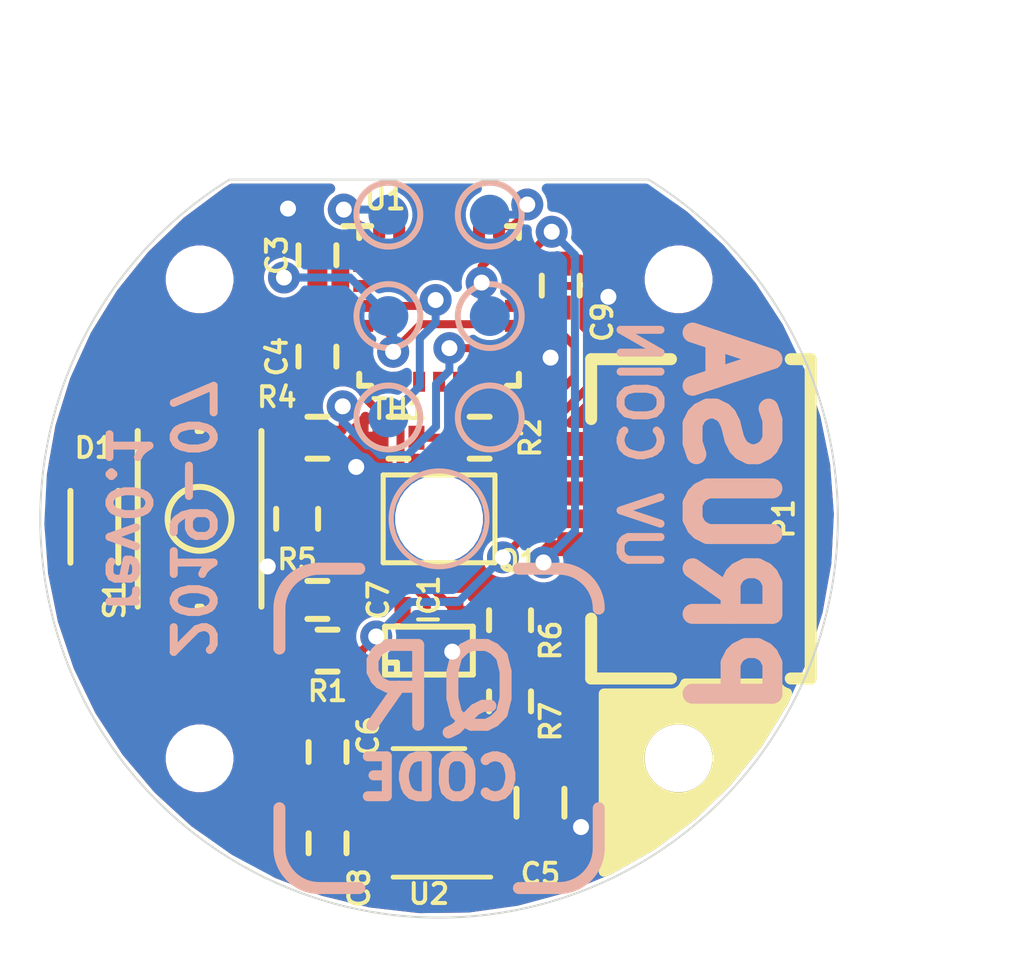
<source format=kicad_pcb>
(kicad_pcb (version 20190331) (host pcbnew "(5.1.0-368-g69cdb4a76)")

  (general
    (thickness 1.6)
    (drawings 7)
    (tracks 210)
    (modules 34)
    (nets 20)
  )

  (page "A4")
  (layers
    (0 "F.Cu" signal)
    (31 "B.Cu" signal)
    (32 "B.Adhes" user)
    (33 "F.Adhes" user)
    (34 "B.Paste" user)
    (35 "F.Paste" user)
    (36 "B.SilkS" user)
    (37 "F.SilkS" user)
    (38 "B.Mask" user)
    (39 "F.Mask" user)
    (40 "Dwgs.User" user)
    (41 "Cmts.User" user hide)
    (42 "Eco1.User" user)
    (43 "Eco2.User" user)
    (44 "Edge.Cuts" user)
    (45 "Margin" user)
    (46 "B.CrtYd" user)
    (47 "F.CrtYd" user)
    (48 "B.Fab" user)
    (49 "F.Fab" user hide)
  )

  (setup
    (last_trace_width 0.25)
    (user_trace_width 0.2)
    (trace_clearance 0.1)
    (zone_clearance 0.1)
    (zone_45_only no)
    (trace_min 0.2)
    (via_size 0.8)
    (via_drill 0.4)
    (via_min_size 0.4)
    (via_min_drill 0.3)
    (user_via 0.8 0.4)
    (uvia_size 0.3)
    (uvia_drill 0.1)
    (uvias_allowed no)
    (uvia_min_size 0.2)
    (uvia_min_drill 0.1)
    (edge_width 0.05)
    (segment_width 0.2)
    (pcb_text_width 0.3)
    (pcb_text_size 1.5 1.5)
    (mod_edge_width 0.12)
    (mod_text_size 1 1)
    (mod_text_width 0.15)
    (pad_size 1 2.8)
    (pad_drill 0)
    (pad_to_mask_clearance 0.02)
    (solder_mask_min_width 0.2)
    (aux_axis_origin 0 0)
    (visible_elements FFFFFF7F)
    (pcbplotparams
      (layerselection 0x010fc_ffffffff)
      (usegerberextensions true)
      (usegerberattributes false)
      (usegerberadvancedattributes false)
      (creategerberjobfile false)
      (excludeedgelayer true)
      (linewidth 0.100000)
      (plotframeref false)
      (viasonmask false)
      (mode 1)
      (useauxorigin false)
      (hpglpennumber 1)
      (hpglpenspeed 20)
      (hpglpendiameter 15.000000)
      (psnegative false)
      (psa4output false)
      (plotreference true)
      (plotvalue true)
      (plotinvisibletext false)
      (padsonsilk false)
      (subtractmaskfromsilk false)
      (outputformat 1)
      (mirror false)
      (drillshape 0)
      (scaleselection 1)
      (outputdirectory "gerber/"))
  )

  (net 0 "")
  (net 1 "+3V3")
  (net 2 "GND")
  (net 3 "/RST")
  (net 4 "+5V")
  (net 5 "Net-(C6-Pad2)")
  (net 6 "Net-(C7-Pad2)")
  (net 7 "Net-(D1-Pad2)")
  (net 8 "/ADC1")
  (net 9 "Net-(IC1-Pad3)")
  (net 10 "Net-(P1-Pad3)")
  (net 11 "Net-(P1-Pad2)")
  (net 12 "Net-(R1-Pad1)")
  (net 13 "Net-(R2-Pad1)")
  (net 14 "Net-(R4-Pad2)")
  (net 15 "/BOOT")
  (net 16 "/SWDIO")
  (net 17 "/SWCLK")
  (net 18 "Net-(U1-Pad28)")
  (net 19 "Net-(U1-Pad8)")

  (net_class "Default" "Toto je výchozí třída sítě."
    (clearance 0.1)
    (trace_width 0.25)
    (via_dia 0.8)
    (via_drill 0.4)
    (uvia_dia 0.3)
    (uvia_drill 0.1)
    (add_net "+3V3")
    (add_net "+5V")
    (add_net "/ADC1")
    (add_net "/BOOT")
    (add_net "/RST")
    (add_net "/SWCLK")
    (add_net "/SWDIO")
    (add_net "GND")
    (add_net "Net-(C6-Pad2)")
    (add_net "Net-(C7-Pad2)")
    (add_net "Net-(D1-Pad2)")
    (add_net "Net-(IC1-Pad3)")
    (add_net "Net-(P1-Pad2)")
    (add_net "Net-(P1-Pad3)")
    (add_net "Net-(R1-Pad1)")
    (add_net "Net-(R2-Pad1)")
    (add_net "Net-(R4-Pad2)")
    (add_net "Net-(U1-Pad28)")
    (add_net "Net-(U1-Pad8)")
  )

  (module "Diodes_SMD:D_0603" (layer "F.Cu") (tedit 574BBA57) (tstamp 5D2CF53B)
    (at -8.636 0 90)
    (descr "Diode SMD in 0603 package")
    (tags "smd diode")
    (path "/5D3810FD")
    (attr smd)
    (fp_text reference "D1" (at 1.778 0 180) (layer "F.SilkS")
      (effects (font (size 0.5 0.5) (thickness 0.1)))
    )
    (fp_text value "RF-OUB191TS-CE*" (at 0 -1.5 90) (layer "F.Fab")
      (effects (font (size 1 1) (thickness 0.15)))
    )
    (fp_line (start -1.1 -0.6) (end 0.7 -0.6) (layer "F.SilkS") (width 0.15))
    (fp_line (start -1.1 0.6) (end 0.7 0.6) (layer "F.SilkS") (width 0.15))
    (fp_line (start -0.8 -0.5) (end 0.8 -0.5) (layer "F.Fab") (width 0.15))
    (fp_line (start 0.8 -0.5) (end 0.8 0.5) (layer "F.Fab") (width 0.15))
    (fp_line (start 0.8 0.5) (end -0.8 0.5) (layer "F.Fab") (width 0.15))
    (fp_line (start -0.8 0.5) (end -0.8 -0.5) (layer "F.Fab") (width 0.15))
    (fp_line (start 0.2 -0.2) (end -0.1 0) (layer "F.Fab") (width 0.15))
    (fp_line (start -0.1 0) (end 0.2 0.2) (layer "F.Fab") (width 0.15))
    (fp_line (start 0.2 0.2) (end 0.2 -0.2) (layer "F.Fab") (width 0.15))
    (fp_line (start -0.1 -0.2) (end -0.1 0.2) (layer "F.Fab") (width 0.15))
    (fp_line (start -0.1 0) (end -0.3 0) (layer "F.Fab") (width 0.15))
    (fp_line (start 0.2 0) (end 0.4 0) (layer "F.Fab") (width 0.15))
    (fp_line (start 1.5 -0.8) (end -1.5 -0.8) (layer "F.CrtYd") (width 0.05))
    (fp_line (start -1.5 -0.8) (end -1.5 0.8) (layer "F.CrtYd") (width 0.05))
    (fp_line (start -1.5 0.8) (end 1.5 0.8) (layer "F.CrtYd") (width 0.05))
    (fp_line (start 1.5 0.8) (end 1.5 -0.8) (layer "F.CrtYd") (width 0.05))
    (pad "2" smd rect (at 0.85 0 90) (size 0.6 0.8) (layers "F.Cu" "F.Paste" "F.Mask")
      (net 7 "Net-(D1-Pad2)"))
    (pad "1" smd rect (at -0.85 0 90) (size 0.6 0.8) (layers "F.Cu" "F.Paste" "F.Mask")
      (net 2 "GND"))
    (model "${KISYS3DMOD}/LED_SMD.3dshapes/LED_0603_1608Metric.step"
      (at (xyz 0 0 0))
      (scale (xyz 1 1 1))
      (rotate (xyz 0 0 0))
    )
  )

  (module "TO_SOT_Packages_SMD:SC-70-5" (layer "F.Cu") (tedit 0) (tstamp 5D2CF54E)
    (at -0.254 3.302)
    (descr "SC70-5 SOT323-5")
    (path "/6DBCA345")
    (attr smd)
    (fp_text reference "IC1" (at 0 -1.27 90) (layer "F.SilkS")
      (effects (font (size 0.5 0.5) (thickness 0.1)))
    )
    (fp_text value "LMV321M7" (at 0 2.3) (layer "F.Fab")
      (effects (font (size 1 1) (thickness 0.15)))
    )
    (fp_line (start 1.1 0.6) (end 1.1 -0.6) (layer "F.SilkS") (width 0.15))
    (fp_line (start -1.1 0.6) (end 1.1 0.6) (layer "F.SilkS") (width 0.15))
    (fp_line (start -1.1 -0.6) (end -1.1 0.6) (layer "F.SilkS") (width 0.15))
    (fp_line (start 1.1 -0.6) (end -1.1 -0.6) (layer "F.SilkS") (width 0.15))
    (fp_line (start -0.8 0.3) (end -0.8 0.6) (layer "F.SilkS") (width 0.15))
    (fp_line (start -1.1 0.3) (end -0.8 0.3) (layer "F.SilkS") (width 0.15))
    (fp_line (start 1.3 1.6) (end -1.3 1.6) (layer "F.CrtYd") (width 0.05))
    (fp_line (start -1.3 1.6) (end -1.3 -1.6) (layer "F.CrtYd") (width 0.05))
    (fp_line (start -1.3 -1.6) (end 1.3 -1.6) (layer "F.CrtYd") (width 0.05))
    (fp_line (start 1.3 -1.6) (end 1.3 1.6) (layer "F.CrtYd") (width 0.05))
    (pad "5" smd rect (at -0.6604 -1.016) (size 0.4064 0.6604) (layers "F.Cu" "F.Paste" "F.Mask")
      (net 1 "+3V3"))
    (pad "4" smd rect (at 0.6604 -1.016) (size 0.4064 0.6604) (layers "F.Cu" "F.Paste" "F.Mask")
      (net 8 "/ADC1"))
    (pad "2" smd rect (at 0 1.016) (size 0.4064 0.6604) (layers "F.Cu" "F.Paste" "F.Mask")
      (net 2 "GND"))
    (pad "3" smd rect (at 0.6604 1.016) (size 0.4064 0.6604) (layers "F.Cu" "F.Paste" "F.Mask")
      (net 9 "Net-(IC1-Pad3)"))
    (pad "1" smd rect (at -0.6604 1.016) (size 0.4064 0.6604) (layers "F.Cu" "F.Paste" "F.Mask")
      (net 6 "Net-(C7-Pad2)"))
    (model ":hra:sc70-5.step"
      (offset (xyz 0 0 0.7))
      (scale (xyz 1 1 1))
      (rotate (xyz -90 0 0))
    )
  )

  (module "Resistors_SMD:R_0402" (layer "F.Cu") (tedit 58307A8A) (tstamp 5D2CFD5A)
    (at 1.778 2.54 90)
    (descr "Resistor SMD 0402, reflow soldering, Vishay (see dcrcw.pdf)")
    (tags "resistor 0402")
    (path "/5D3D6CB5")
    (attr smd)
    (fp_text reference "R6" (at -0.508 1.016 270) (layer "F.SilkS")
      (effects (font (size 0.5 0.5) (thickness 0.1)))
    )
    (fp_text value "10k" (at 0 1.8 90) (layer "F.Fab")
      (effects (font (size 1 1) (thickness 0.15)))
    )
    (fp_line (start -0.25 0.525) (end 0.25 0.525) (layer "F.SilkS") (width 0.15))
    (fp_line (start 0.25 -0.525) (end -0.25 -0.525) (layer "F.SilkS") (width 0.15))
    (fp_line (start 0.95 -0.65) (end 0.95 0.65) (layer "F.CrtYd") (width 0.05))
    (fp_line (start -0.95 -0.65) (end -0.95 0.65) (layer "F.CrtYd") (width 0.05))
    (fp_line (start -0.95 0.65) (end 0.95 0.65) (layer "F.CrtYd") (width 0.05))
    (fp_line (start -0.95 -0.65) (end 0.95 -0.65) (layer "F.CrtYd") (width 0.05))
    (fp_line (start -0.5 -0.25) (end 0.5 -0.25) (layer "F.Fab") (width 0.1))
    (fp_line (start 0.5 -0.25) (end 0.5 0.25) (layer "F.Fab") (width 0.1))
    (fp_line (start 0.5 0.25) (end -0.5 0.25) (layer "F.Fab") (width 0.1))
    (fp_line (start -0.5 0.25) (end -0.5 -0.25) (layer "F.Fab") (width 0.1))
    (pad "2" smd rect (at 0.45 0 90) (size 0.4 0.6) (layers "F.Cu" "F.Paste" "F.Mask")
      (net 8 "/ADC1"))
    (pad "1" smd rect (at -0.45 0 90) (size 0.4 0.6) (layers "F.Cu" "F.Paste" "F.Mask")
      (net 9 "Net-(IC1-Pad3)"))
    (model "${KISYS3DMOD}/Resistor_SMD.3dshapes/R_0402_1005Metric.step"
      (at (xyz 0 0 0))
      (scale (xyz 1 1 1))
      (rotate (xyz 0 0 0))
    )
  )

  (module "Capacitors_SMD:C_0402" (layer "F.Cu") (tedit 5415D599) (tstamp 5D2CF515)
    (at -2.794 8.128 90)
    (descr "Capacitor SMD 0402, reflow soldering, AVX (see smccp.pdf)")
    (tags "capacitor 0402")
    (path "/5D2F3163")
    (attr smd)
    (fp_text reference "C8" (at -1.122 0.794 90) (layer "F.SilkS")
      (effects (font (size 0.5 0.5) (thickness 0.1)))
    )
    (fp_text value "1u" (at 0 1.7 90) (layer "F.Fab")
      (effects (font (size 1 1) (thickness 0.15)))
    )
    (fp_line (start -0.25 0.475) (end 0.25 0.475) (layer "F.SilkS") (width 0.15))
    (fp_line (start 0.25 -0.475) (end -0.25 -0.475) (layer "F.SilkS") (width 0.15))
    (fp_line (start 1.15 -0.6) (end 1.15 0.6) (layer "F.CrtYd") (width 0.05))
    (fp_line (start -1.15 -0.6) (end -1.15 0.6) (layer "F.CrtYd") (width 0.05))
    (fp_line (start -1.15 0.6) (end 1.15 0.6) (layer "F.CrtYd") (width 0.05))
    (fp_line (start -1.15 -0.6) (end 1.15 -0.6) (layer "F.CrtYd") (width 0.05))
    (fp_line (start -0.5 -0.25) (end 0.5 -0.25) (layer "F.Fab") (width 0.15))
    (fp_line (start 0.5 -0.25) (end 0.5 0.25) (layer "F.Fab") (width 0.15))
    (fp_line (start 0.5 0.25) (end -0.5 0.25) (layer "F.Fab") (width 0.15))
    (fp_line (start -0.5 0.25) (end -0.5 -0.25) (layer "F.Fab") (width 0.15))
    (pad "2" smd rect (at 0.55 0 90) (size 0.6 0.5) (layers "F.Cu" "F.Paste" "F.Mask")
      (net 1 "+3V3"))
    (pad "1" smd rect (at -0.55 0 90) (size 0.6 0.5) (layers "F.Cu" "F.Paste" "F.Mask")
      (net 2 "GND"))
    (model "${KISYS3DMOD}/Capacitor_SMD.3dshapes/C_0402_1005Metric.step"
      (at (xyz 0 0 0))
      (scale (xyz 1 1 1))
      (rotate (xyz 0 0 0))
    )
  )

  (module "ok1hra:smd-point" (layer "B.Cu") (tedit 5D2DA23D) (tstamp 5D2D056C)
    (at 1.27 -2.54)
    (path "/5D4100BF")
    (attr virtual)
    (fp_text reference "U$3" (at 0 1.2) (layer "B.SilkS") hide
      (effects (font (size 0.5 0.5) (thickness 0.1)) (justify mirror))
    )
    (fp_text value "TESTPOINTTESTPADSMD" (at 0.1 -1.5) (layer "B.SilkS") hide
      (effects (font (size 0.5 0.5) (thickness 0.125)) (justify mirror))
    )
    (fp_circle (center 0 0) (end -0.8 0) (layer "B.SilkS") (width 0.15))
    (pad "1" smd circle (at 0 0) (size 1 1) (layers "B.Cu" "B.Paste" "B.Mask")
      (net 2 "GND") (zone_connect 2))
  )

  (module "Fiducials:Fiducial_1mm_Dia_2.54mm_Outer_CopperBottom" (layer "B.Cu") (tedit 0) (tstamp 5D2CF7E5)
    (at -4.5 7.5)
    (descr "Circular Fiducial, 1mm bare copper bottom; 2.54mm keepout")
    (tags "marker")
    (path "/5D2E46C5")
    (attr smd)
    (fp_text reference "MK1" (at 3.4 -0.7) (layer "B.SilkS") hide
      (effects (font (size 0.5 0.5) (thickness 0.1)) (justify mirror))
    )
    (fp_text value "Fiducial*" (at 0 1.8) (layer "B.Fab") hide
      (effects (font (size 1 1) (thickness 0.15)) (justify mirror))
    )
    (fp_circle (center 0 0) (end 1.55 0) (layer "F.CrtYd") (width 0.05))
    (pad "~" smd circle (at 0 0) (size 1 1) (layers "F.Cu" "F.Mask")
      (solder_mask_margin 0.77) (clearance 0.77))
  )

  (module "Resistors_SMD:R_0402" (layer "F.Cu") (tedit 58307A8A) (tstamp 5D2CFD8B)
    (at -1.016 -2.032 180)
    (descr "Resistor SMD 0402, reflow soldering, Vishay (see dcrcw.pdf)")
    (tags "resistor 0402")
    (path "/5D437F04")
    (attr smd)
    (fp_text reference "TH1" (at -0.016 0.718) (layer "F.SilkS")
      (effects (font (size 0.5 0.5) (thickness 0.1)))
    )
    (fp_text value "NTCG104LH104JTDS" (at 0 1.8) (layer "F.Fab")
      (effects (font (size 1 1) (thickness 0.15)))
    )
    (fp_line (start -0.25 0.525) (end 0.25 0.525) (layer "F.SilkS") (width 0.15))
    (fp_line (start 0.25 -0.525) (end -0.25 -0.525) (layer "F.SilkS") (width 0.15))
    (fp_line (start 0.95 -0.65) (end 0.95 0.65) (layer "F.CrtYd") (width 0.05))
    (fp_line (start -0.95 -0.65) (end -0.95 0.65) (layer "F.CrtYd") (width 0.05))
    (fp_line (start -0.95 0.65) (end 0.95 0.65) (layer "F.CrtYd") (width 0.05))
    (fp_line (start -0.95 -0.65) (end 0.95 -0.65) (layer "F.CrtYd") (width 0.05))
    (fp_line (start -0.5 -0.25) (end 0.5 -0.25) (layer "F.Fab") (width 0.1))
    (fp_line (start 0.5 -0.25) (end 0.5 0.25) (layer "F.Fab") (width 0.1))
    (fp_line (start 0.5 0.25) (end -0.5 0.25) (layer "F.Fab") (width 0.1))
    (fp_line (start -0.5 0.25) (end -0.5 -0.25) (layer "F.Fab") (width 0.1))
    (pad "2" smd rect (at 0.45 0 180) (size 0.4 0.6) (layers "F.Cu" "F.Paste" "F.Mask")
      (net 2 "GND"))
    (pad "1" smd rect (at -0.45 0 180) (size 0.4 0.6) (layers "F.Cu" "F.Paste" "F.Mask")
      (net 13 "Net-(R2-Pad1)"))
    (model "${KISYS3DMOD}/Resistor_SMD.3dshapes/R_0402_1005Metric.step"
      (at (xyz 0 0 0))
      (scale (xyz 1 1 1))
      (rotate (xyz 0 0 0))
    )
  )

  (module "ok1hra:smd-point" (layer "B.Cu") (tedit 53DF8715) (tstamp 5D2D07EE)
    (at -1.27 -2.54)
    (path "/5D413769")
    (attr virtual)
    (fp_text reference "U$4" (at 0 1.2) (layer "B.SilkS") hide
      (effects (font (size 0.5 0.5) (thickness 0.1)) (justify mirror))
    )
    (fp_text value "TESTPOINTTESTPADSMD" (at 0.1 -1.5) (layer "B.SilkS") hide
      (effects (font (size 0.5 0.5) (thickness 0.125)) (justify mirror))
    )
    (fp_circle (center 0 0) (end -0.8 0) (layer "B.SilkS") (width 0.15))
    (pad "1" smd circle (at 0 0) (size 1 1) (layers "B.Cu" "B.Paste" "B.Mask")
      (net 3 "/RST"))
  )

  (module "ok1hra:MX-502382-0470" locked (layer "F.Cu") (tedit 5D2DAD4D) (tstamp 5D2D434E)
    (at 3.81 0 270)
    (path "/5D4379BD")
    (attr smd)
    (fp_text reference "P1" (at 0 -4.826 270) (layer "F.SilkS")
      (effects (font (size 0.5 0.5) (thickness 0.1)))
    )
    (fp_text value "MX 502382-0470" (at 0 -1.5 270) (layer "F.Fab")
      (effects (font (size 0.5 0.5) (thickness 0.1)))
    )
    (fp_line (start -4.5 1) (end -4.5 -6) (layer "F.CrtYd") (width 0.12))
    (fp_line (start 4.5 1) (end -4.5 1) (layer "F.CrtYd") (width 0.12))
    (fp_line (start 4.5 -6) (end 4.5 1) (layer "F.CrtYd") (width 0.12))
    (fp_line (start -4.5 -6) (end 4.5 -6) (layer "F.CrtYd") (width 0.12))
    (fp_line (start -4 0) (end -4 -2) (layer "F.SilkS") (width 0.3))
    (fp_line (start -2.5 0) (end -4 0) (layer "F.SilkS") (width 0.3))
    (fp_line (start 4 0) (end 2.5 0) (layer "F.SilkS") (width 0.3))
    (fp_line (start 4 -2) (end 4 0) (layer "F.SilkS") (width 0.3))
    (fp_line (start 4 -5.5) (end 4 -5) (layer "F.SilkS") (width 0.3))
    (fp_line (start -4 -5.5) (end 4 -5.5) (layer "F.SilkS") (width 0.3))
    (fp_line (start -4 -5) (end -4 -5.5) (layer "F.SilkS") (width 0.3))
    (pad "0" smd rect (at 3.725 -3.45 270) (size 1 2.8) (layers "F.Cu" "F.Paste" "F.Mask")
      (zone_connect 2))
    (pad "0" smd rect (at -3.725 -3.45 270) (size 1 2.8) (layers "F.Cu" "F.Paste" "F.Mask")
      (zone_connect 2))
    (pad "4" smd rect (at 1.905 0 270) (size 0.6 1.7) (layers "F.Cu" "F.Paste" "F.Mask")
      (net 2 "GND"))
    (pad "3" smd rect (at 0.635 0 270) (size 0.6 1.7) (layers "F.Cu" "F.Paste" "F.Mask")
      (net 10 "Net-(P1-Pad3)"))
    (pad "2" smd rect (at -0.635 0 270) (size 0.6 1.7) (layers "F.Cu" "F.Paste" "F.Mask")
      (net 11 "Net-(P1-Pad2)"))
    (pad "1" smd rect (at -1.875 0 270) (size 0.6 1.7) (layers "F.Cu" "F.Paste" "F.Mask")
      (net 4 "+5V"))
    (model ":hra:mx-5023820470.step"
      (offset (xyz 0 2.5 2.3))
      (scale (xyz 1 1 1))
      (rotate (xyz 0 0 0))
    )
  )

  (module "Capacitors_SMD:C_0603" (layer "F.Cu") (tedit 5415D631) (tstamp 5D2CF4E5)
    (at 2.54 7.112 90)
    (descr "Capacitor SMD 0603, reflow soldering, AVX (see smccp.pdf)")
    (tags "capacitor 0603")
    (path "/5D2EDB74")
    (attr smd)
    (fp_text reference "C5" (at -1.778 0 180) (layer "F.SilkS")
      (effects (font (size 0.5 0.5) (thickness 0.1)))
    )
    (fp_text value "10u" (at 0 1.9 90) (layer "F.Fab")
      (effects (font (size 1 1) (thickness 0.15)))
    )
    (fp_line (start 0.35 0.6) (end -0.35 0.6) (layer "F.SilkS") (width 0.15))
    (fp_line (start -0.35 -0.6) (end 0.35 -0.6) (layer "F.SilkS") (width 0.15))
    (fp_line (start 1.45 -0.75) (end 1.45 0.75) (layer "F.CrtYd") (width 0.05))
    (fp_line (start -1.45 -0.75) (end -1.45 0.75) (layer "F.CrtYd") (width 0.05))
    (fp_line (start -1.45 0.75) (end 1.45 0.75) (layer "F.CrtYd") (width 0.05))
    (fp_line (start -1.45 -0.75) (end 1.45 -0.75) (layer "F.CrtYd") (width 0.05))
    (fp_line (start -0.8 -0.4) (end 0.8 -0.4) (layer "F.Fab") (width 0.15))
    (fp_line (start 0.8 -0.4) (end 0.8 0.4) (layer "F.Fab") (width 0.15))
    (fp_line (start 0.8 0.4) (end -0.8 0.4) (layer "F.Fab") (width 0.15))
    (fp_line (start -0.8 0.4) (end -0.8 -0.4) (layer "F.Fab") (width 0.15))
    (pad "2" smd rect (at 0.75 0 90) (size 0.8 0.75) (layers "F.Cu" "F.Paste" "F.Mask")
      (net 4 "+5V"))
    (pad "1" smd rect (at -0.75 0 90) (size 0.8 0.75) (layers "F.Cu" "F.Paste" "F.Mask")
      (net 2 "GND"))
    (model "${KISYS3DMOD}/Capacitor_SMD.3dshapes/C_0603_1608Metric.step"
      (at (xyz 0 0 0))
      (scale (xyz 1 1 1))
      (rotate (xyz 0 0 0))
    )
  )

  (module "Buttons_Switches_SMD:SW_SPST_KMR2" (layer "F.Cu") (tedit 56EBEDF8) (tstamp 5D2CFD7B)
    (at -6 0 90)
    (descr "CK components KMR2 tactile switch http://www.ck-components.com/kmr-2/tactile,10572,en.html")
    (tags "tactile switch kmr2")
    (path "/5D39416E")
    (attr smd)
    (fp_text reference "S1" (at -2.032 -2.128 270) (layer "F.SilkS")
      (effects (font (size 0.5 0.5) (thickness 0.1)))
    )
    (fp_text value "Y78B44110FP*" (at 0 2.55 90) (layer "F.Fab")
      (effects (font (size 1 1) (thickness 0.15)))
    )
    (fp_line (start -2.2 0.05) (end -2.2 -0.05) (layer "F.SilkS") (width 0.15))
    (fp_line (start 2.2 -1.55) (end -2.2 -1.55) (layer "F.SilkS") (width 0.15))
    (fp_line (start -2.2 1.55) (end 2.2 1.55) (layer "F.SilkS") (width 0.15))
    (fp_circle (center 0 0) (end 0 0.8) (layer "F.SilkS") (width 0.15))
    (fp_line (start -2.8 1.8) (end -2.8 -1.8) (layer "F.CrtYd") (width 0.05))
    (fp_line (start 2.8 1.8) (end -2.8 1.8) (layer "F.CrtYd") (width 0.05))
    (fp_line (start 2.8 -1.8) (end 2.8 1.8) (layer "F.CrtYd") (width 0.05))
    (fp_line (start -2.8 -1.8) (end 2.8 -1.8) (layer "F.CrtYd") (width 0.05))
    (fp_line (start 2.2 0.05) (end 2.2 -0.05) (layer "F.SilkS") (width 0.15))
    (pad "2" smd rect (at 2.05 0.8 180) (size 0.9 1) (layers "F.Cu" "F.Paste" "F.Mask")
      (net 2 "GND"))
    (pad "1" smd rect (at 2.05 -0.8 180) (size 0.9 1) (layers "F.Cu" "F.Paste" "F.Mask")
      (net 12 "Net-(R1-Pad1)"))
    (pad "2" smd rect (at -2.05 0.8 180) (size 0.9 1) (layers "F.Cu" "F.Paste" "F.Mask")
      (net 2 "GND"))
    (pad "1" smd rect (at -2.05 -0.8 180) (size 0.9 1) (layers "F.Cu" "F.Paste" "F.Mask")
      (net 12 "Net-(R1-Pad1)"))
    (model ":hra:tact-KMR441GLFS.step"
      (at (xyz 0 0 0))
      (scale (xyz 1 1 1))
      (rotate (xyz -90 0 0))
    )
  )

  (module "ok1hra:QR-code-8x8mm" locked (layer "B.Cu") (tedit 5C98F6D2) (tstamp 5D2CF7DF)
    (at 0 5.25 180)
    (path "/5D4379BF")
    (attr virtual)
    (fp_text reference "M1" (at 0 -4) (layer "B.SilkS") hide
      (effects (font (size 0.5 0.5) (thickness 0.1)) (justify mirror))
    )
    (fp_text value "QRcode*" (at 0 0) (layer "B.Fab")
      (effects (font (size 0.5 0.5) (thickness 0.125)) (justify mirror))
    )
    (fp_line (start -4.25 -4.25) (end -4.25 4.25) (layer "B.Fab") (width 0.05))
    (fp_line (start 4.25 -4.25) (end -4.25 -4.25) (layer "B.Fab") (width 0.05))
    (fp_line (start 4.25 4.25) (end 4.25 -4.25) (layer "B.Fab") (width 0.05))
    (fp_line (start -4.25 4.25) (end 4.25 4.25) (layer "B.Fab") (width 0.05))
    (fp_text user "CODE" (at 0 -1.25) (layer "B.SilkS")
      (effects (font (size 1 1) (thickness 0.25)) (justify mirror))
    )
    (fp_text user "QR" (at 0 1) (layer "B.SilkS")
      (effects (font (size 2 2) (thickness 0.3)) (justify mirror))
    )
    (fp_line (start -4 -3) (end -4 -2) (layer "B.SilkS") (width 0.3))
    (fp_line (start -3 -4) (end -2 -4) (layer "B.SilkS") (width 0.3))
    (fp_line (start 3 -4) (end 2 -4) (layer "B.SilkS") (width 0.3))
    (fp_line (start 4 -3) (end 4 -2) (layer "B.SilkS") (width 0.3))
    (fp_line (start 4 3) (end 4 2) (layer "B.SilkS") (width 0.3))
    (fp_line (start 2 4) (end 3 4) (layer "B.SilkS") (width 0.3))
    (fp_line (start -3 4) (end -2 4) (layer "B.SilkS") (width 0.3))
    (fp_arc (start 3 3) (end 4 3) (angle 90) (layer "B.SilkS") (width 0.3))
    (fp_arc (start 3 -3) (end 3 -4) (angle 90) (layer "B.SilkS") (width 0.3))
    (fp_arc (start -3 -3) (end -4 -3) (angle 90) (layer "B.SilkS") (width 0.3))
    (fp_arc (start -3 3) (end -3 4) (angle 90) (layer "B.SilkS") (width 0.3))
  )

  (module "Mounting_Holes:MountingHole_2.2mm_M2" (layer "F.Cu") (tedit 5D2D996B) (tstamp 5D2D191A)
    (at -6 6)
    (descr "Mounting Hole 2.2mm, no annular, M2")
    (tags "mounting hole 2.2mm no annular m2")
    (path "/5D565654")
    (attr virtual)
    (fp_text reference "MK5" (at 0 -3.2) (layer "F.SilkS") hide
      (effects (font (size 0.5 0.5) (thickness 0.1)))
    )
    (fp_text value "MP*" (at 0 3.2) (layer "F.Fab")
      (effects (font (size 1 1) (thickness 0.15)))
    )
    (fp_circle (center 0 0) (end 2.45 0) (layer "F.CrtYd") (width 0.05))
    (fp_circle (center 0 0) (end 2.2 0) (layer "Cmts.User") (width 0.15))
    (pad "" np_thru_hole circle (at 0 0) (size 1.5 1.5) (drill 1.5) (layers *.Cu *.Mask))
  )

  (module "TO_SOT_Packages_SMD:SOT-23-5" (layer "F.Cu") (tedit 583F3A3F) (tstamp 5D2CFDE6)
    (at -0.254 7.366 180)
    (descr "5-pin SOT23 package")
    (tags "SOT-23-5")
    (path "/61D17651")
    (attr smd)
    (fp_text reference "U2" (at 0 -2.032 180) (layer "F.SilkS")
      (effects (font (size 0.5 0.5) (thickness 0.1)))
    )
    (fp_text value "TC1185-3.3" (at 0 2.9 180) (layer "F.Fab")
      (effects (font (size 1 1) (thickness 0.15)))
    )
    (fp_line (start 0.9 -1.55) (end 0.9 1.55) (layer "F.Fab") (width 0.15))
    (fp_line (start 0.9 1.55) (end -0.9 1.55) (layer "F.Fab") (width 0.15))
    (fp_line (start -0.9 -1.55) (end -0.9 1.55) (layer "F.Fab") (width 0.15))
    (fp_line (start 0.9 -1.55) (end -0.9 -1.55) (layer "F.Fab") (width 0.15))
    (fp_line (start -1.9 1.8) (end -1.9 -1.8) (layer "F.CrtYd") (width 0.05))
    (fp_line (start 1.9 1.8) (end -1.9 1.8) (layer "F.CrtYd") (width 0.05))
    (fp_line (start 1.9 -1.8) (end 1.9 1.8) (layer "F.CrtYd") (width 0.05))
    (fp_line (start -1.9 -1.8) (end 1.9 -1.8) (layer "F.CrtYd") (width 0.05))
    (fp_line (start 0.9 -1.61) (end -1.55 -1.61) (layer "F.SilkS") (width 0.12))
    (fp_line (start -0.9 1.61) (end 0.9 1.61) (layer "F.SilkS") (width 0.12))
    (pad "5" smd rect (at 1.1 -0.95 180) (size 1.06 0.65) (layers "F.Cu" "F.Paste" "F.Mask")
      (net 1 "+3V3"))
    (pad "4" smd rect (at 1.1 0.95 180) (size 1.06 0.65) (layers "F.Cu" "F.Paste" "F.Mask")
      (net 5 "Net-(C6-Pad2)"))
    (pad "3" smd rect (at -1.1 0.95 180) (size 1.06 0.65) (layers "F.Cu" "F.Paste" "F.Mask")
      (net 4 "+5V"))
    (pad "2" smd rect (at -1.1 0 180) (size 1.06 0.65) (layers "F.Cu" "F.Paste" "F.Mask")
      (net 2 "GND"))
    (pad "1" smd rect (at -1.1 -0.95 180) (size 1.06 0.65) (layers "F.Cu" "F.Paste" "F.Mask")
      (net 4 "+5V"))
    (model "${KISYS3DMOD}/Package_TO_SOT_SMD.3dshapes/SOT-23-5.step"
      (at (xyz 0 0 0))
      (scale (xyz 1 1 1))
      (rotate (xyz 0 0 0))
    )
  )

  (module "Resistors_SMD:R_0402" (layer "F.Cu") (tedit 58307A8A) (tstamp 5D2CFD3A)
    (at -3.048 -2.032)
    (descr "Resistor SMD 0402, reflow soldering, Vishay (see dcrcw.pdf)")
    (tags "resistor 0402")
    (path "/5D37F483")
    (attr smd)
    (fp_text reference "R4" (at -1.016 -1.016) (layer "F.SilkS")
      (effects (font (size 0.5 0.5) (thickness 0.1)))
    )
    (fp_text value "1k*" (at 0 1.8) (layer "F.Fab")
      (effects (font (size 1 1) (thickness 0.15)))
    )
    (fp_line (start -0.25 0.525) (end 0.25 0.525) (layer "F.SilkS") (width 0.15))
    (fp_line (start 0.25 -0.525) (end -0.25 -0.525) (layer "F.SilkS") (width 0.15))
    (fp_line (start 0.95 -0.65) (end 0.95 0.65) (layer "F.CrtYd") (width 0.05))
    (fp_line (start -0.95 -0.65) (end -0.95 0.65) (layer "F.CrtYd") (width 0.05))
    (fp_line (start -0.95 0.65) (end 0.95 0.65) (layer "F.CrtYd") (width 0.05))
    (fp_line (start -0.95 -0.65) (end 0.95 -0.65) (layer "F.CrtYd") (width 0.05))
    (fp_line (start -0.5 -0.25) (end 0.5 -0.25) (layer "F.Fab") (width 0.1))
    (fp_line (start 0.5 -0.25) (end 0.5 0.25) (layer "F.Fab") (width 0.1))
    (fp_line (start 0.5 0.25) (end -0.5 0.25) (layer "F.Fab") (width 0.1))
    (fp_line (start -0.5 0.25) (end -0.5 -0.25) (layer "F.Fab") (width 0.1))
    (pad "2" smd rect (at 0.45 0) (size 0.4 0.6) (layers "F.Cu" "F.Paste" "F.Mask")
      (net 14 "Net-(R4-Pad2)"))
    (pad "1" smd rect (at -0.45 0) (size 0.4 0.6) (layers "F.Cu" "F.Paste" "F.Mask")
      (net 7 "Net-(D1-Pad2)"))
    (model "${KISYS3DMOD}/Resistor_SMD.3dshapes/R_0402_1005Metric.step"
      (at (xyz 0 0 0))
      (scale (xyz 1 1 1))
      (rotate (xyz 0 0 0))
    )
  )

  (module "Resistors_SMD:R_0402" (layer "F.Cu") (tedit 58307A8A) (tstamp 5D2CFD1A)
    (at -2.794 3.302)
    (descr "Resistor SMD 0402, reflow soldering, Vishay (see dcrcw.pdf)")
    (tags "resistor 0402")
    (path "/5D395C9A")
    (attr smd)
    (fp_text reference "R1" (at 0 1.016) (layer "F.SilkS")
      (effects (font (size 0.5 0.5) (thickness 0.1)))
    )
    (fp_text value "10k*" (at 0 1.8) (layer "F.Fab")
      (effects (font (size 1 1) (thickness 0.15)))
    )
    (fp_line (start -0.25 0.525) (end 0.25 0.525) (layer "F.SilkS") (width 0.15))
    (fp_line (start 0.25 -0.525) (end -0.25 -0.525) (layer "F.SilkS") (width 0.15))
    (fp_line (start 0.95 -0.65) (end 0.95 0.65) (layer "F.CrtYd") (width 0.05))
    (fp_line (start -0.95 -0.65) (end -0.95 0.65) (layer "F.CrtYd") (width 0.05))
    (fp_line (start -0.95 0.65) (end 0.95 0.65) (layer "F.CrtYd") (width 0.05))
    (fp_line (start -0.95 -0.65) (end 0.95 -0.65) (layer "F.CrtYd") (width 0.05))
    (fp_line (start -0.5 -0.25) (end 0.5 -0.25) (layer "F.Fab") (width 0.1))
    (fp_line (start 0.5 -0.25) (end 0.5 0.25) (layer "F.Fab") (width 0.1))
    (fp_line (start 0.5 0.25) (end -0.5 0.25) (layer "F.Fab") (width 0.1))
    (fp_line (start -0.5 0.25) (end -0.5 -0.25) (layer "F.Fab") (width 0.1))
    (pad "2" smd rect (at 0.45 0) (size 0.4 0.6) (layers "F.Cu" "F.Paste" "F.Mask")
      (net 1 "+3V3"))
    (pad "1" smd rect (at -0.45 0) (size 0.4 0.6) (layers "F.Cu" "F.Paste" "F.Mask")
      (net 12 "Net-(R1-Pad1)"))
    (model "${KISYS3DMOD}/Resistor_SMD.3dshapes/R_0402_1005Metric.step"
      (at (xyz 0 0 0))
      (scale (xyz 1 1 1))
      (rotate (xyz 0 0 0))
    )
  )

  (module "Resistors_SMD:R_0402" (layer "F.Cu") (tedit 58307A8A) (tstamp 5D2CFD6A)
    (at 1.778 4.572 90)
    (descr "Resistor SMD 0402, reflow soldering, Vishay (see dcrcw.pdf)")
    (tags "resistor 0402")
    (path "/5D3DB6D9")
    (attr smd)
    (fp_text reference "R7" (at -0.508 1.016 90) (layer "F.SilkS")
      (effects (font (size 0.5 0.5) (thickness 0.1)))
    )
    (fp_text value "10k" (at 0 1.8 90) (layer "F.Fab")
      (effects (font (size 1 1) (thickness 0.15)))
    )
    (fp_line (start -0.25 0.525) (end 0.25 0.525) (layer "F.SilkS") (width 0.15))
    (fp_line (start 0.25 -0.525) (end -0.25 -0.525) (layer "F.SilkS") (width 0.15))
    (fp_line (start 0.95 -0.65) (end 0.95 0.65) (layer "F.CrtYd") (width 0.05))
    (fp_line (start -0.95 -0.65) (end -0.95 0.65) (layer "F.CrtYd") (width 0.05))
    (fp_line (start -0.95 0.65) (end 0.95 0.65) (layer "F.CrtYd") (width 0.05))
    (fp_line (start -0.95 -0.65) (end 0.95 -0.65) (layer "F.CrtYd") (width 0.05))
    (fp_line (start -0.5 -0.25) (end 0.5 -0.25) (layer "F.Fab") (width 0.1))
    (fp_line (start 0.5 -0.25) (end 0.5 0.25) (layer "F.Fab") (width 0.1))
    (fp_line (start 0.5 0.25) (end -0.5 0.25) (layer "F.Fab") (width 0.1))
    (fp_line (start -0.5 0.25) (end -0.5 -0.25) (layer "F.Fab") (width 0.1))
    (pad "2" smd rect (at 0.45 0 90) (size 0.4 0.6) (layers "F.Cu" "F.Paste" "F.Mask")
      (net 9 "Net-(IC1-Pad3)"))
    (pad "1" smd rect (at -0.45 0 90) (size 0.4 0.6) (layers "F.Cu" "F.Paste" "F.Mask")
      (net 2 "GND"))
    (model "${KISYS3DMOD}/Resistor_SMD.3dshapes/R_0402_1005Metric.step"
      (at (xyz 0 0 0))
      (scale (xyz 1 1 1))
      (rotate (xyz 0 0 0))
    )
  )

  (module "Capacitors_SMD:C_0402" (layer "F.Cu") (tedit 5415D599) (tstamp 5D2CF4F5)
    (at -2.794 5.842 90)
    (descr "Capacitor SMD 0402, reflow soldering, AVX (see smccp.pdf)")
    (tags "capacitor 0402")
    (path "/5D2F0B5B")
    (attr smd)
    (fp_text reference "C6" (at 0.4064 1.016 90) (layer "F.SilkS")
      (effects (font (size 0.5 0.5) (thickness 0.1)))
    )
    (fp_text value "470p" (at 0 1.7 90) (layer "F.Fab")
      (effects (font (size 1 1) (thickness 0.15)))
    )
    (fp_line (start -0.25 0.475) (end 0.25 0.475) (layer "F.SilkS") (width 0.15))
    (fp_line (start 0.25 -0.475) (end -0.25 -0.475) (layer "F.SilkS") (width 0.15))
    (fp_line (start 1.15 -0.6) (end 1.15 0.6) (layer "F.CrtYd") (width 0.05))
    (fp_line (start -1.15 -0.6) (end -1.15 0.6) (layer "F.CrtYd") (width 0.05))
    (fp_line (start -1.15 0.6) (end 1.15 0.6) (layer "F.CrtYd") (width 0.05))
    (fp_line (start -1.15 -0.6) (end 1.15 -0.6) (layer "F.CrtYd") (width 0.05))
    (fp_line (start -0.5 -0.25) (end 0.5 -0.25) (layer "F.Fab") (width 0.15))
    (fp_line (start 0.5 -0.25) (end 0.5 0.25) (layer "F.Fab") (width 0.15))
    (fp_line (start 0.5 0.25) (end -0.5 0.25) (layer "F.Fab") (width 0.15))
    (fp_line (start -0.5 0.25) (end -0.5 -0.25) (layer "F.Fab") (width 0.15))
    (pad "2" smd rect (at 0.55 0 90) (size 0.6 0.5) (layers "F.Cu" "F.Paste" "F.Mask")
      (net 5 "Net-(C6-Pad2)"))
    (pad "1" smd rect (at -0.55 0 90) (size 0.6 0.5) (layers "F.Cu" "F.Paste" "F.Mask")
      (net 2 "GND"))
    (model "${KISYS3DMOD}/Capacitor_SMD.3dshapes/C_0402_1005Metric.step"
      (at (xyz 0 0 0))
      (scale (xyz 1 1 1))
      (rotate (xyz 0 0 0))
    )
  )

  (module "ok1hra:Phototransistor_SFH3410R-2" (layer "F.Cu") (tedit 5D2D991C) (tstamp 5D2CFD0A)
    (at 0 0 180)
    (path "/5D3EDE40")
    (attr smd)
    (fp_text reference "Q1" (at -2.54 -0.762 180) (layer "F.SilkS")
      (effects (font (size 0.5 0.5) (thickness 0.1)) (justify right top))
    )
    (fp_text value "SFH 3410R" (at 1.8 1.6 180) (layer "F.SilkS") hide
      (effects (font (size 0.5 0.5) (thickness 0.125)) (justify right top))
    )
    (fp_line (start 2.8 -1.2) (end 2.6 -1.2) (layer "F.CrtYd") (width 0.12))
    (fp_line (start 2.8 1.2) (end 2.8 -1.2) (layer "F.CrtYd") (width 0.12))
    (fp_line (start -2.8 1.2) (end 2.8 1.2) (layer "F.CrtYd") (width 0.12))
    (fp_line (start -2.8 -1.2) (end -2.8 1.2) (layer "F.CrtYd") (width 0.12))
    (fp_line (start 2.6 -1.2) (end -2.8 -1.2) (layer "F.CrtYd") (width 0.12))
    (fp_line (start -1.4 -1.1) (end 1.4 -1.1) (layer "F.SilkS") (width 0.127))
    (fp_line (start -1.4 1.1) (end 1.4 1.1) (layer "F.SilkS") (width 0.127))
    (fp_line (start -1.4 -1.1) (end -1.4 1.1) (layer "F.SilkS") (width 0.127))
    (fp_line (start 1.4 -1.1) (end 1.4 1.1) (layer "F.SilkS") (width 0.127))
    (fp_circle (center 0 0) (end 1.2 0) (layer "B.SilkS") (width 0.127))
    (pad "" np_thru_hole circle (at 0 0 180) (size 2 2) (drill 2) (layers *.Cu *.Mask))
    (pad "1" smd rect (at -2.15 0 180) (size 0.8 0.8) (layers "F.Cu" "F.Paste" "F.Mask")
      (net 1 "+3V3") (solder_mask_margin 0.0635))
    (pad "2" smd rect (at 2.15 -0.55) (size 0.85 0.5) (layers "F.Cu" "F.Paste" "F.Mask")
      (net 6 "Net-(C7-Pad2)") (solder_mask_margin 0.0635))
    (pad "2" smd rect (at 2.15 0.55) (size 0.85 0.5) (layers "F.Cu" "F.Paste" "F.Mask")
      (net 6 "Net-(C7-Pad2)") (solder_mask_margin 0.0635))
    (model ":hra:osram-phototransistor-SFH_3410R_20151021_geometry.step"
      (offset (xyz 0 0 0.7))
      (scale (xyz 1 1 1))
      (rotate (xyz 90 0 0))
    )
  )

  (module "Resistors_SMD:R_0402" (layer "F.Cu") (tedit 58307A8A) (tstamp 5D2CFD2A)
    (at 1.016 -2.032)
    (descr "Resistor SMD 0402, reflow soldering, Vishay (see dcrcw.pdf)")
    (tags "resistor 0402")
    (path "/5B723A74")
    (attr smd)
    (fp_text reference "R2" (at 1.27 0 90) (layer "F.SilkS")
      (effects (font (size 0.5 0.5) (thickness 0.1)))
    )
    (fp_text value "150k" (at 0 1.8) (layer "F.Fab")
      (effects (font (size 1 1) (thickness 0.15)))
    )
    (fp_line (start -0.25 0.525) (end 0.25 0.525) (layer "F.SilkS") (width 0.15))
    (fp_line (start 0.25 -0.525) (end -0.25 -0.525) (layer "F.SilkS") (width 0.15))
    (fp_line (start 0.95 -0.65) (end 0.95 0.65) (layer "F.CrtYd") (width 0.05))
    (fp_line (start -0.95 -0.65) (end -0.95 0.65) (layer "F.CrtYd") (width 0.05))
    (fp_line (start -0.95 0.65) (end 0.95 0.65) (layer "F.CrtYd") (width 0.05))
    (fp_line (start -0.95 -0.65) (end 0.95 -0.65) (layer "F.CrtYd") (width 0.05))
    (fp_line (start -0.5 -0.25) (end 0.5 -0.25) (layer "F.Fab") (width 0.1))
    (fp_line (start 0.5 -0.25) (end 0.5 0.25) (layer "F.Fab") (width 0.1))
    (fp_line (start 0.5 0.25) (end -0.5 0.25) (layer "F.Fab") (width 0.1))
    (fp_line (start -0.5 0.25) (end -0.5 -0.25) (layer "F.Fab") (width 0.1))
    (pad "2" smd rect (at 0.45 0) (size 0.4 0.6) (layers "F.Cu" "F.Paste" "F.Mask")
      (net 1 "+3V3"))
    (pad "1" smd rect (at -0.45 0) (size 0.4 0.6) (layers "F.Cu" "F.Paste" "F.Mask")
      (net 13 "Net-(R2-Pad1)"))
    (model "${KISYS3DMOD}/Resistor_SMD.3dshapes/R_0402_1005Metric.step"
      (at (xyz 0 0 0))
      (scale (xyz 1 1 1))
      (rotate (xyz 0 0 0))
    )
  )

  (module "Mounting_Holes:MountingHole_2.2mm_M2" locked (layer "F.Cu") (tedit 5D2D8D24) (tstamp 5D2D1921)
    (at 6 6)
    (descr "Mounting Hole 2.2mm, no annular, M2")
    (tags "mounting hole 2.2mm no annular m2")
    (path "/5D56565E")
    (attr virtual)
    (fp_text reference "MK6" (at 0 -3.2) (layer "F.SilkS") hide
      (effects (font (size 0.5 0.5) (thickness 0.1)))
    )
    (fp_text value "MP*" (at 0 3.2) (layer "F.Fab")
      (effects (font (size 1 1) (thickness 0.15)))
    )
    (fp_circle (center 0 0) (end 2.45 0) (layer "F.CrtYd") (width 0.05))
    (fp_circle (center 0 0) (end 2.2 0) (layer "Cmts.User") (width 0.15))
    (pad "" np_thru_hole circle (at 0 0) (size 1.5 1.5) (drill 1.5) (layers *.Cu *.Mask))
  )

  (module "Capacitors_SMD:C_0402" (layer "F.Cu") (tedit 5415D599) (tstamp 5D2CF505)
    (at -3.048 2.032)
    (descr "Capacitor SMD 0402, reflow soldering, AVX (see smccp.pdf)")
    (tags "capacitor 0402")
    (path "/5D3EA9F8")
    (attr smd)
    (fp_text reference "C7" (at 1.524 0 90) (layer "F.SilkS")
      (effects (font (size 0.5 0.5) (thickness 0.1)))
    )
    (fp_text value "1u" (at 0 1.7) (layer "F.Fab")
      (effects (font (size 1 1) (thickness 0.15)))
    )
    (fp_line (start -0.25 0.475) (end 0.25 0.475) (layer "F.SilkS") (width 0.15))
    (fp_line (start 0.25 -0.475) (end -0.25 -0.475) (layer "F.SilkS") (width 0.15))
    (fp_line (start 1.15 -0.6) (end 1.15 0.6) (layer "F.CrtYd") (width 0.05))
    (fp_line (start -1.15 -0.6) (end -1.15 0.6) (layer "F.CrtYd") (width 0.05))
    (fp_line (start -1.15 0.6) (end 1.15 0.6) (layer "F.CrtYd") (width 0.05))
    (fp_line (start -1.15 -0.6) (end 1.15 -0.6) (layer "F.CrtYd") (width 0.05))
    (fp_line (start -0.5 -0.25) (end 0.5 -0.25) (layer "F.Fab") (width 0.15))
    (fp_line (start 0.5 -0.25) (end 0.5 0.25) (layer "F.Fab") (width 0.15))
    (fp_line (start 0.5 0.25) (end -0.5 0.25) (layer "F.Fab") (width 0.15))
    (fp_line (start -0.5 0.25) (end -0.5 -0.25) (layer "F.Fab") (width 0.15))
    (pad "2" smd rect (at 0.55 0) (size 0.6 0.5) (layers "F.Cu" "F.Paste" "F.Mask")
      (net 6 "Net-(C7-Pad2)"))
    (pad "1" smd rect (at -0.55 0) (size 0.6 0.5) (layers "F.Cu" "F.Paste" "F.Mask")
      (net 2 "GND"))
    (model "${KISYS3DMOD}/Capacitor_SMD.3dshapes/C_0402_1005Metric.step"
      (at (xyz 0 0 0))
      (scale (xyz 1 1 1))
      (rotate (xyz 0 0 0))
    )
  )

  (module "Resistors_SMD:R_0402" (layer "F.Cu") (tedit 58307A8A) (tstamp 5D2CFD4A)
    (at -3.556 0 270)
    (descr "Resistor SMD 0402, reflow soldering, Vishay (see dcrcw.pdf)")
    (tags "resistor 0402")
    (path "/5D3DF631")
    (attr smd)
    (fp_text reference "R5" (at 1.016 0 180) (layer "F.SilkS")
      (effects (font (size 0.5 0.5) (thickness 0.1)))
    )
    (fp_text value "10k" (at 0 1.8 90) (layer "F.Fab")
      (effects (font (size 1 1) (thickness 0.15)))
    )
    (fp_line (start -0.25 0.525) (end 0.25 0.525) (layer "F.SilkS") (width 0.15))
    (fp_line (start 0.25 -0.525) (end -0.25 -0.525) (layer "F.SilkS") (width 0.15))
    (fp_line (start 0.95 -0.65) (end 0.95 0.65) (layer "F.CrtYd") (width 0.05))
    (fp_line (start -0.95 -0.65) (end -0.95 0.65) (layer "F.CrtYd") (width 0.05))
    (fp_line (start -0.95 0.65) (end 0.95 0.65) (layer "F.CrtYd") (width 0.05))
    (fp_line (start -0.95 -0.65) (end 0.95 -0.65) (layer "F.CrtYd") (width 0.05))
    (fp_line (start -0.5 -0.25) (end 0.5 -0.25) (layer "F.Fab") (width 0.1))
    (fp_line (start 0.5 -0.25) (end 0.5 0.25) (layer "F.Fab") (width 0.1))
    (fp_line (start 0.5 0.25) (end -0.5 0.25) (layer "F.Fab") (width 0.1))
    (fp_line (start -0.5 0.25) (end -0.5 -0.25) (layer "F.Fab") (width 0.1))
    (pad "2" smd rect (at 0.45 0 270) (size 0.4 0.6) (layers "F.Cu" "F.Paste" "F.Mask")
      (net 6 "Net-(C7-Pad2)"))
    (pad "1" smd rect (at -0.45 0 270) (size 0.4 0.6) (layers "F.Cu" "F.Paste" "F.Mask")
      (net 2 "GND"))
    (model "${KISYS3DMOD}/Resistor_SMD.3dshapes/R_0402_1005Metric.step"
      (at (xyz 0 0 0))
      (scale (xyz 1 1 1))
      (rotate (xyz 0 0 0))
    )
  )

  (module "ok1hra:smd-point" (layer "B.Cu") (tedit 53DF8715) (tstamp 5D2D02EA)
    (at -1.27 -5.08)
    (path "/5D40FD5B")
    (attr virtual)
    (fp_text reference "U$2" (at 0 1.2) (layer "B.SilkS") hide
      (effects (font (size 0.5 0.5) (thickness 0.1)) (justify mirror))
    )
    (fp_text value "TESTPOINTTESTPADSMD" (at 0.1 -1.5) (layer "B.SilkS") hide
      (effects (font (size 0.5 0.5) (thickness 0.125)) (justify mirror))
    )
    (fp_circle (center 0 0) (end -0.8 0) (layer "B.SilkS") (width 0.15))
    (pad "1" smd circle (at 0 0) (size 1 1) (layers "B.Cu" "B.Paste" "B.Mask")
      (net 1 "+3V3"))
  )

  (module "Mounting_Holes:MountingHole_2.2mm_M2" (layer "F.Cu") (tedit 5D2D995F) (tstamp 5D2D43C7)
    (at 6 -6)
    (descr "Mounting Hole 2.2mm, no annular, M2")
    (tags "mounting hole 2.2mm no annular m2")
    (path "/5D565284")
    (attr virtual)
    (fp_text reference "MK4" (at 0 -3.2) (layer "F.SilkS") hide
      (effects (font (size 0.5 0.5) (thickness 0.1)))
    )
    (fp_text value "MP*" (at 0 3.2) (layer "F.Fab")
      (effects (font (size 1 1) (thickness 0.15)))
    )
    (fp_circle (center 0 0) (end 2.45 0) (layer "F.CrtYd") (width 0.05))
    (fp_circle (center 0 0) (end 2.2 0) (layer "Cmts.User") (width 0.15))
    (pad "" np_thru_hole circle (at 0 0) (size 1.5 1.5) (drill 1.5) (layers *.Cu *.Mask))
  )

  (module "ok1hra:UFQFPN-28" (layer "F.Cu") (tedit 5D2C9FFF) (tstamp 5D2CFDD3)
    (at 0 -5.334)
    (path "/C2DEB937")
    (attr smd)
    (fp_text reference "U1" (at -1.3462 -2.667) (layer "F.SilkS")
      (effects (font (size 0.5 0.5) (thickness 0.1)))
    )
    (fp_text value "STM32F042G6U6" (at 0 0) (layer "F.Fab")
      (effects (font (size 0.5 0.5) (thickness 0.1)))
    )
    (fp_line (start 2.2 -2.2) (end -2.2 -2.2) (layer "F.CrtYd") (width 0.12))
    (fp_line (start 2.2 2.2) (end 2.2 -2.2) (layer "F.CrtYd") (width 0.12))
    (fp_line (start -2.2 2.2) (end 2.2 2.2) (layer "F.CrtYd") (width 0.12))
    (fp_line (start -2.2 -2.2) (end -2.2 2.2) (layer "F.CrtYd") (width 0.12))
    (fp_line (start -1.7 -2) (end -2.4 -2) (layer "F.SilkS") (width 0.15))
    (fp_line (start -2 -2) (end -2 -1.7) (layer "F.SilkS") (width 0.15))
    (fp_line (start 2 -1.7) (end 2 -2) (layer "F.SilkS") (width 0.15))
    (fp_line (start 2 -2) (end 1.7 -2) (layer "F.SilkS") (width 0.15))
    (fp_line (start 1.7 2) (end 2 2) (layer "F.SilkS") (width 0.15))
    (fp_line (start 2 2) (end 2 1.7) (layer "F.SilkS") (width 0.15))
    (fp_line (start -2 1.7) (end -2 2) (layer "F.SilkS") (width 0.15))
    (fp_line (start -2 2) (end -1.7 2) (layer "F.SilkS") (width 0.15))
    (pad "1" smd trapezoid (at -1.9 -1.575) (size 0.3 0.15) (rect_delta 0 0.1 ) (layers "F.Cu" "F.Paste" "F.Mask")
      (net 15 "/BOOT"))
    (pad "1" smd rect (at -1.85 -1.425 180) (size 0.3 0.15) (layers "F.Cu" "F.Paste" "F.Mask")
      (net 15 "/BOOT"))
    (pad "22" smd trapezoid (at 1.575 -1.9 270) (size 0.3 0.15) (rect_delta 0 0.1 ) (layers "F.Cu" "F.Paste" "F.Mask")
      (net 17 "/SWCLK"))
    (pad "22" smd rect (at 1.425 -1.85 90) (size 0.3 0.15) (layers "F.Cu" "F.Paste" "F.Mask")
      (net 17 "/SWCLK"))
    (pad "15" smd rect (at 1.85 1.425) (size 0.3 0.15) (layers "F.Cu" "F.Paste" "F.Mask")
      (net 14 "Net-(R4-Pad2)"))
    (pad "15" smd trapezoid (at 1.9 1.575 180) (size 0.3 0.15) (rect_delta 0 0.1 ) (layers "F.Cu" "F.Paste" "F.Mask")
      (net 14 "Net-(R4-Pad2)"))
    (pad "8" smd rect (at -1.425 1.85 270) (size 0.3 0.15) (layers "F.Cu" "F.Paste" "F.Mask")
      (net 19 "Net-(U1-Pad8)"))
    (pad "8" smd trapezoid (at -1.575 1.9 90) (size 0.3 0.15) (rect_delta 0 0.1 ) (layers "F.Cu" "F.Paste" "F.Mask")
      (net 19 "Net-(U1-Pad8)"))
    (pad "7" smd trapezoid (at -1.9 1.575 180) (size 0.3 0.15) (rect_delta 0 0.1 ) (layers "F.Cu" "F.Paste" "F.Mask")
      (net 8 "/ADC1"))
    (pad "7" smd rect (at -1.85 1.425 180) (size 0.3 0.15) (layers "F.Cu" "F.Paste" "F.Mask")
      (net 8 "/ADC1"))
    (pad "21" smd rect (at 1.85 -1.425) (size 0.3 0.15) (layers "F.Cu" "F.Paste" "F.Mask")
      (net 16 "/SWDIO"))
    (pad "21" smd trapezoid (at 1.9 -1.575) (size 0.3 0.15) (rect_delta 0 0.1 ) (layers "F.Cu" "F.Paste" "F.Mask")
      (net 16 "/SWDIO"))
    (pad "14" smd rect (at 1.425 1.85 270) (size 0.3 0.15) (layers "F.Cu" "F.Paste" "F.Mask")
      (net 13 "Net-(R2-Pad1)"))
    (pad "14" smd trapezoid (at 1.575 1.9 270) (size 0.3 0.15) (rect_delta 0 0.1 ) (layers "F.Cu" "F.Paste" "F.Mask")
      (net 13 "Net-(R2-Pad1)"))
    (pad "28" smd rect (at -1.425 -1.85 90) (size 0.3 0.15) (layers "F.Cu" "F.Paste" "F.Mask")
      (net 18 "Net-(U1-Pad28)"))
    (pad "28" smd trapezoid (at -1.575 -1.9 90) (size 0.3 0.15) (rect_delta 0 0.1 ) (layers "F.Cu" "F.Paste" "F.Mask")
      (net 18 "Net-(U1-Pad28)"))
    (pad "22" smd rect (at 1.5 -2) (size 0.3 0.3) (layers "F.Cu" "F.Paste" "F.Mask")
      (net 17 "/SWCLK"))
    (pad "15" smd rect (at 2 1.5) (size 0.3 0.3) (layers "F.Cu" "F.Paste" "F.Mask")
      (net 14 "Net-(R4-Pad2)"))
    (pad "8" smd rect (at -1.5 2) (size 0.3 0.3) (layers "F.Cu" "F.Paste" "F.Mask")
      (net 19 "Net-(U1-Pad8)"))
    (pad "1" smd rect (at -2 -1.5) (size 0.3 0.3) (layers "F.Cu" "F.Paste" "F.Mask")
      (net 15 "/BOOT"))
    (pad "2" smd rect (at -1.9 -1) (size 0.5 0.3) (layers "F.Cu" "F.Paste" "F.Mask"))
    (pad "3" smd rect (at -1.9 -0.5) (size 0.5 0.3) (layers "F.Cu" "F.Paste" "F.Mask"))
    (pad "4" smd rect (at -1.9 0) (size 0.5 0.3) (layers "F.Cu" "F.Paste" "F.Mask")
      (net 3 "/RST"))
    (pad "5" smd rect (at -1.9 0.5) (size 0.5 0.3) (layers "F.Cu" "F.Paste" "F.Mask")
      (net 1 "+3V3"))
    (pad "6" smd rect (at -1.9 1) (size 0.5 0.3) (layers "F.Cu" "F.Paste" "F.Mask")
      (net 12 "Net-(R1-Pad1)"))
    (pad "7" smd rect (at -2 1.5) (size 0.3 0.3) (layers "F.Cu" "F.Paste" "F.Mask")
      (net 8 "/ADC1"))
    (pad "9" smd rect (at -1 1.9) (size 0.3 0.5) (layers "F.Cu" "F.Paste" "F.Mask"))
    (pad "10" smd rect (at -0.5 1.9) (size 0.3 0.5) (layers "F.Cu" "F.Paste" "F.Mask"))
    (pad "11" smd rect (at 0 1.9) (size 0.3 0.5) (layers "F.Cu" "F.Paste" "F.Mask"))
    (pad "12" smd rect (at 0.5 1.9) (size 0.3 0.5) (layers "F.Cu" "F.Paste" "F.Mask"))
    (pad "13" smd rect (at 1 1.9) (size 0.3 0.5) (layers "F.Cu" "F.Paste" "F.Mask"))
    (pad "14" smd rect (at 1.5 2) (size 0.3 0.3) (layers "F.Cu" "F.Paste" "F.Mask")
      (net 13 "Net-(R2-Pad1)"))
    (pad "16" smd rect (at 1.9 1) (size 0.5 0.3) (layers "F.Cu" "F.Paste" "F.Mask")
      (net 2 "GND"))
    (pad "17" smd rect (at 1.9 0.5) (size 0.5 0.3) (layers "F.Cu" "F.Paste" "F.Mask")
      (net 1 "+3V3"))
    (pad "18" smd rect (at 1.9 0) (size 0.5 0.3) (layers "F.Cu" "F.Paste" "F.Mask")
      (net 1 "+3V3"))
    (pad "19" smd rect (at 1.9 -0.5) (size 0.5 0.3) (layers "F.Cu" "F.Paste" "F.Mask")
      (net 11 "Net-(P1-Pad2)"))
    (pad "20" smd rect (at 1.9 -1) (size 0.5 0.3) (layers "F.Cu" "F.Paste" "F.Mask")
      (net 10 "Net-(P1-Pad3)"))
    (pad "21" smd rect (at 2 -1.5) (size 0.3 0.3) (layers "F.Cu" "F.Paste" "F.Mask")
      (net 16 "/SWDIO"))
    (pad "23" smd rect (at 1 -1.9) (size 0.3 0.5) (layers "F.Cu" "F.Paste" "F.Mask"))
    (pad "24" smd rect (at 0.5 -1.9) (size 0.3 0.5) (layers "F.Cu" "F.Paste" "F.Mask"))
    (pad "25" smd rect (at 0 -1.9) (size 0.3 0.5) (layers "F.Cu" "F.Paste" "F.Mask"))
    (pad "26" smd rect (at -0.5 -1.9) (size 0.3 0.5) (layers "F.Cu" "F.Paste" "F.Mask"))
    (pad "27" smd rect (at -1 -1.9) (size 0.3 0.5) (layers "F.Cu" "F.Paste" "F.Mask"))
    (pad "28" smd rect (at -1.5 -2) (size 0.3 0.3) (layers "F.Cu" "F.Paste" "F.Mask")
      (net 18 "Net-(U1-Pad28)"))
    (model "${KISYS3DMOD}/Package_DFN_QFN.3dshapes/QFN-28-1EP_4x4mm_P0.4mm_EP2.4x2.4mm.step"
      (at (xyz 0 0 0))
      (scale (xyz 1 1 1))
      (rotate (xyz 0 0 0))
    )
  )

  (module "Mounting_Holes:MountingHole_2.2mm_M2" (layer "F.Cu") (tedit 5D2D9965) (tstamp 5D2D190C)
    (at -6 -6)
    (descr "Mounting Hole 2.2mm, no annular, M2")
    (tags "mounting hole 2.2mm no annular m2")
    (path "/5D564EC6")
    (attr virtual)
    (fp_text reference "MK3" (at 0 -3.2) (layer "F.SilkS") hide
      (effects (font (size 0.5 0.5) (thickness 0.1)))
    )
    (fp_text value "MP*" (at 0 3.2) (layer "F.Fab")
      (effects (font (size 1 1) (thickness 0.15)))
    )
    (fp_circle (center 0 0) (end 2.45 0) (layer "F.CrtYd") (width 0.05))
    (fp_circle (center 0 0) (end 2.2 0) (layer "Cmts.User") (width 0.15))
    (pad "" np_thru_hole circle (at 0 0) (size 1.5 1.5) (drill 1.5) (layers *.Cu *.Mask))
  )

  (module "ok1hra:smd-point" (layer "B.Cu") (tedit 53DF8715) (tstamp 5D2D0CF2)
    (at 1.27 -7.62)
    (path "/5D413C03")
    (attr virtual)
    (fp_text reference "U$6" (at 0 1.2) (layer "B.SilkS") hide
      (effects (font (size 0.5 0.5) (thickness 0.1)) (justify mirror))
    )
    (fp_text value "TESTPOINTTESTPADSMD" (at 0.1 -1.5) (layer "B.SilkS") hide
      (effects (font (size 0.5 0.5) (thickness 0.125)) (justify mirror))
    )
    (fp_circle (center 0 0) (end -0.8 0) (layer "B.SilkS") (width 0.15))
    (pad "1" smd circle (at 0 0) (size 1 1) (layers "B.Cu" "B.Paste" "B.Mask")
      (net 17 "/SWCLK"))
  )

  (module "ok1hra:smd-point" (layer "B.Cu") (tedit 53DF8715) (tstamp 5D2D0068)
    (at -1.27 -7.62)
    (path "/A8B04D1A")
    (attr virtual)
    (fp_text reference "U$1" (at 0 1.2) (layer "B.SilkS") hide
      (effects (font (size 0.5 0.5) (thickness 0.1)) (justify mirror))
    )
    (fp_text value "TESTPOINTTESTPADSMD" (at 0.1 -1.5) (layer "B.SilkS") hide
      (effects (font (size 0.5 0.5) (thickness 0.125)) (justify mirror))
    )
    (fp_circle (center 0 0) (end -0.8 0) (layer "B.SilkS") (width 0.15))
    (pad "1" smd circle (at 0 0) (size 1 1) (layers "B.Cu" "B.Paste" "B.Mask")
      (net 15 "/BOOT"))
  )

  (module "ok1hra:smd-point" (layer "B.Cu") (tedit 53DF8715) (tstamp 5D2D0A70)
    (at 1.27 -5.08)
    (path "/5D4139C7")
    (attr virtual)
    (fp_text reference "U$5" (at 0 1.2) (layer "B.SilkS") hide
      (effects (font (size 0.5 0.5) (thickness 0.1)) (justify mirror))
    )
    (fp_text value "TESTPOINTTESTPADSMD" (at 0.1 -1.5) (layer "B.SilkS") hide
      (effects (font (size 0.5 0.5) (thickness 0.125)) (justify mirror))
    )
    (fp_circle (center 0 0) (end -0.8 0) (layer "B.SilkS") (width 0.15))
    (pad "1" smd circle (at 0 0) (size 1 1) (layers "B.Cu" "B.Paste" "B.Mask")
      (net 16 "/SWDIO"))
  )

  (module "Fiducials:Fiducial_1mm_Dia_2.54mm_Outer_CopperBottom" (layer "B.Cu") (tedit 0) (tstamp 5D2CF7EB)
    (at 4.5 -7.5)
    (descr "Circular Fiducial, 1mm bare copper bottom; 2.54mm keepout")
    (tags "marker")
    (path "/5CF8E510")
    (attr smd)
    (fp_text reference "MK2" (at 3.4 -0.7) (layer "B.SilkS") hide
      (effects (font (size 0.5 0.5) (thickness 0.1)) (justify mirror))
    )
    (fp_text value "Fiducial*" (at 0 1.8) (layer "B.Fab") hide
      (effects (font (size 1 1) (thickness 0.15)) (justify mirror))
    )
    (fp_circle (center 0 0) (end 1.55 0) (layer "F.CrtYd") (width 0.05))
    (pad "~" smd circle (at 0 0) (size 1 1) (layers "F.Cu" "F.Mask")
      (solder_mask_margin 0.77) (clearance 0.77))
  )

  (module "Capacitors_SMD:C_0402" (layer "F.Cu") (tedit 5415D599) (tstamp 5D2CF4C5)
    (at -3.048 -6.604 90)
    (descr "Capacitor SMD 0402, reflow soldering, AVX (see smccp.pdf)")
    (tags "capacitor 0402")
    (path "/5D2FCD3E")
    (attr smd)
    (fp_text reference "C3" (at 0 -1.016 90) (layer "F.SilkS")
      (effects (font (size 0.5 0.5) (thickness 0.1)))
    )
    (fp_text value "100n" (at 0 1.7 90) (layer "F.Fab")
      (effects (font (size 1 1) (thickness 0.15)))
    )
    (fp_line (start -0.25 0.475) (end 0.25 0.475) (layer "F.SilkS") (width 0.15))
    (fp_line (start 0.25 -0.475) (end -0.25 -0.475) (layer "F.SilkS") (width 0.15))
    (fp_line (start 1.15 -0.6) (end 1.15 0.6) (layer "F.CrtYd") (width 0.05))
    (fp_line (start -1.15 -0.6) (end -1.15 0.6) (layer "F.CrtYd") (width 0.05))
    (fp_line (start -1.15 0.6) (end 1.15 0.6) (layer "F.CrtYd") (width 0.05))
    (fp_line (start -1.15 -0.6) (end 1.15 -0.6) (layer "F.CrtYd") (width 0.05))
    (fp_line (start -0.5 -0.25) (end 0.5 -0.25) (layer "F.Fab") (width 0.15))
    (fp_line (start 0.5 -0.25) (end 0.5 0.25) (layer "F.Fab") (width 0.15))
    (fp_line (start 0.5 0.25) (end -0.5 0.25) (layer "F.Fab") (width 0.15))
    (fp_line (start -0.5 0.25) (end -0.5 -0.25) (layer "F.Fab") (width 0.15))
    (pad "2" smd rect (at 0.55 0 90) (size 0.6 0.5) (layers "F.Cu" "F.Paste" "F.Mask")
      (net 2 "GND"))
    (pad "1" smd rect (at -0.55 0 90) (size 0.6 0.5) (layers "F.Cu" "F.Paste" "F.Mask")
      (net 1 "+3V3"))
    (model "${KISYS3DMOD}/Capacitor_SMD.3dshapes/C_0402_1005Metric.step"
      (at (xyz 0 0 0))
      (scale (xyz 1 1 1))
      (rotate (xyz 0 0 0))
    )
  )

  (module "Capacitors_SMD:C_0402" (layer "F.Cu") (tedit 5415D599) (tstamp 5D2CF4D5)
    (at -3.048 -4.064 90)
    (descr "Capacitor SMD 0402, reflow soldering, AVX (see smccp.pdf)")
    (tags "capacitor 0402")
    (path "/5D307795")
    (attr smd)
    (fp_text reference "C4" (at 0 -1.016 90) (layer "F.SilkS")
      (effects (font (size 0.5 0.5) (thickness 0.1)))
    )
    (fp_text value "100n" (at 0 1.7 90) (layer "F.Fab")
      (effects (font (size 1 1) (thickness 0.15)))
    )
    (fp_line (start -0.25 0.475) (end 0.25 0.475) (layer "F.SilkS") (width 0.15))
    (fp_line (start 0.25 -0.475) (end -0.25 -0.475) (layer "F.SilkS") (width 0.15))
    (fp_line (start 1.15 -0.6) (end 1.15 0.6) (layer "F.CrtYd") (width 0.05))
    (fp_line (start -1.15 -0.6) (end -1.15 0.6) (layer "F.CrtYd") (width 0.05))
    (fp_line (start -1.15 0.6) (end 1.15 0.6) (layer "F.CrtYd") (width 0.05))
    (fp_line (start -1.15 -0.6) (end 1.15 -0.6) (layer "F.CrtYd") (width 0.05))
    (fp_line (start -0.5 -0.25) (end 0.5 -0.25) (layer "F.Fab") (width 0.15))
    (fp_line (start 0.5 -0.25) (end 0.5 0.25) (layer "F.Fab") (width 0.15))
    (fp_line (start 0.5 0.25) (end -0.5 0.25) (layer "F.Fab") (width 0.15))
    (fp_line (start -0.5 0.25) (end -0.5 -0.25) (layer "F.Fab") (width 0.15))
    (pad "2" smd rect (at 0.55 0 90) (size 0.6 0.5) (layers "F.Cu" "F.Paste" "F.Mask")
      (net 3 "/RST"))
    (pad "1" smd rect (at -0.55 0 90) (size 0.6 0.5) (layers "F.Cu" "F.Paste" "F.Mask")
      (net 2 "GND"))
    (model "${KISYS3DMOD}/Capacitor_SMD.3dshapes/C_0402_1005Metric.step"
      (at (xyz 0 0 0))
      (scale (xyz 1 1 1))
      (rotate (xyz 0 0 0))
    )
  )

  (module "Capacitors_SMD:C_0402" (layer "F.Cu") (tedit 5415D599) (tstamp 5D2CF525)
    (at 3.048 -5.842 270)
    (descr "Capacitor SMD 0402, reflow soldering, AVX (see smccp.pdf)")
    (tags "capacitor 0402")
    (path "/5D2F5C95")
    (attr smd)
    (fp_text reference "C9" (at 0.9144 -1.0414 270) (layer "F.SilkS")
      (effects (font (size 0.5 0.5) (thickness 0.1)))
    )
    (fp_text value "100n" (at 0 1.7 90) (layer "F.Fab")
      (effects (font (size 1 1) (thickness 0.15)))
    )
    (fp_line (start -0.25 0.475) (end 0.25 0.475) (layer "F.SilkS") (width 0.15))
    (fp_line (start 0.25 -0.475) (end -0.25 -0.475) (layer "F.SilkS") (width 0.15))
    (fp_line (start 1.15 -0.6) (end 1.15 0.6) (layer "F.CrtYd") (width 0.05))
    (fp_line (start -1.15 -0.6) (end -1.15 0.6) (layer "F.CrtYd") (width 0.05))
    (fp_line (start -1.15 0.6) (end 1.15 0.6) (layer "F.CrtYd") (width 0.05))
    (fp_line (start -1.15 -0.6) (end 1.15 -0.6) (layer "F.CrtYd") (width 0.05))
    (fp_line (start -0.5 -0.25) (end 0.5 -0.25) (layer "F.Fab") (width 0.15))
    (fp_line (start 0.5 -0.25) (end 0.5 0.25) (layer "F.Fab") (width 0.15))
    (fp_line (start 0.5 0.25) (end -0.5 0.25) (layer "F.Fab") (width 0.15))
    (fp_line (start -0.5 0.25) (end -0.5 -0.25) (layer "F.Fab") (width 0.15))
    (pad "2" smd rect (at 0.55 0 270) (size 0.6 0.5) (layers "F.Cu" "F.Paste" "F.Mask")
      (net 1 "+3V3"))
    (pad "1" smd rect (at -0.55 0 270) (size 0.6 0.5) (layers "F.Cu" "F.Paste" "F.Mask")
      (net 2 "GND"))
    (model "${KISYS3DMOD}/Capacitor_SMD.3dshapes/C_0402_1005Metric.step"
      (at (xyz 0 0 0))
      (scale (xyz 1 1 1))
      (rotate (xyz 0 0 0))
    )
  )

  (dimension 18.5 (width 0.15) (layer "Margin")
    (gr_text "18,500 mm" (at 13.3 0.75 270) (layer "Margin")
      (effects (font (size 1 1) (thickness 0.15)))
    )
    (feature1 (pts (xy 10.5 10) (xy 12.586421 10)))
    (feature2 (pts (xy 10.5 -8.5) (xy 12.586421 -8.5)))
    (crossbar (pts (xy 12 -8.5) (xy 12 10)))
    (arrow1a (pts (xy 12 10) (xy 11.413579 8.873496)))
    (arrow1b (pts (xy 12 10) (xy 12.586421 8.873496)))
    (arrow2a (pts (xy 12 -8.5) (xy 11.413579 -7.373496)))
    (arrow2b (pts (xy 12 -8.5) (xy 12.586421 -7.373496)))
  )
  (dimension 20 (width 0.15) (layer "Margin")
    (gr_text "20,000 mm" (at 0 -12.3) (layer "Margin")
      (effects (font (size 1 1) (thickness 0.15)))
    )
    (feature1 (pts (xy 10 0) (xy 10 -11.586421)))
    (feature2 (pts (xy -10 0) (xy -10 -11.586421)))
    (crossbar (pts (xy -10 -11) (xy 10 -11)))
    (arrow1a (pts (xy 10 -11) (xy 8.873496 -10.413579)))
    (arrow1b (pts (xy 10 -11) (xy 8.873496 -11.586421)))
    (arrow2a (pts (xy -10 -11) (xy -8.873496 -10.413579)))
    (arrow2b (pts (xy -10 -11) (xy -8.873496 -11.586421)))
  )
  (gr_line (start 5.25 -8.499999) (end -5.249999 -8.499999) (layer "Edge.Cuts") (width 0.05) (tstamp 5D2DAB65))
  (gr_text "2019-07\nrev0.1" (at -7 0 270) (layer "B.SilkS") (tstamp 5D2DAE6C)
    (effects (font (size 1 1) (thickness 0.2)) (justify mirror))
  )
  (gr_text "UV COIN" (at 5 -1.8542 270) (layer "B.SilkS") (tstamp 5D2DAE68)
    (effects (font (size 1 1) (thickness 0.2)) (justify mirror))
  )
  (gr_text "PRUSA" (at 7.25 0 270) (layer "B.SilkS")
    (effects (font (size 2 2) (thickness 0.5)) (justify mirror))
  )
  (gr_arc (start 0 0) (end -5.249999 -8.499999) (angle -296.5971407) (layer "Edge.Cuts") (width 0.05))

  (segment (start 3.048 -5.292) (end 3.048 -4.672604) (width 0.2) (layer "F.Cu") (net 1))
  (via (at -3.8862 -6.0452) (size 0.8) (drill 0.4) (layers "F.Cu" "B.Cu") (net 1))
  (segment (start -3.0568 -6.0452) (end -3.048 -6.054) (width 0.2) (layer "F.Cu") (net 1))
  (segment (start 3.048 -5.292) (end 1.942 -5.292) (width 0.2) (layer "F.Cu") (net 1))
  (segment (start 1.942 -5.292) (end 1.9 -5.334) (width 0.2) (layer "F.Cu") (net 1))
  (segment (start 2.59 -4.834) (end 3.048 -5.292) (width 0.2) (layer "F.Cu") (net 1))
  (segment (start -3.8862 -6.0452) (end -3.0568 -6.0452) (width 0.2) (layer "F.Cu") (net 1))
  (segment (start -1.9304 4.445) (end -0.508 5.8674) (width 0.2) (layer "F.Cu") (net 1))
  (segment (start 1.866 -0.884) (end 1.866 -2.032) (width 0.2) (layer "F.Cu") (net 1))
  (segment (start -0.7112 2.0828) (end -1.5748 2.9464) (width 0.2) (layer "B.Cu") (net 1))
  (segment (start 1.407682 -4.876318) (end 1.45 -4.834) (width 0.2) (layer "F.Cu") (net 1))
  (via (at 1.6002 0.9652) (size 0.8) (drill 0.4) (layers "F.Cu" "B.Cu") (net 1))
  (segment (start -1.45 -4.834) (end -1.149999 -4.533999) (width 0.2) (layer "F.Cu") (net 1))
  (segment (start -1.149999 -4.533999) (end -1.149999 -4.184011) (width 0.2) (layer "F.Cu") (net 1))
  (segment (start -0.508 5.8674) (end -0.508 7.0358) (width 0.2) (layer "F.Cu") (net 1))
  (segment (start 1.9 -4.834) (end 2.59 -4.834) (width 0.2) (layer "F.Cu") (net 1))
  (segment (start 2.15 0) (end 2.15 0.4154) (width 0.2) (layer "F.Cu") (net 1))
  (segment (start -1.5748 2.9464) (end -0.9144 2.286) (width 0.2) (layer "F.Cu") (net 1))
  (segment (start -1.9304 3.302) (end -1.9304 4.445) (width 0.2) (layer "F.Cu") (net 1))
  (segment (start 2.15 0) (end 2.15 -0.6) (width 0.2) (layer "F.Cu") (net 1))
  (segment (start 0.4826 2.0828) (end -0.7112 2.0828) (width 0.2) (layer "B.Cu") (net 1))
  (segment (start -2.344 3.302) (end -1.9304 3.302) (width 0.2) (layer "F.Cu") (net 1))
  (segment (start -1.149999 -4.184011) (end -0.457692 -4.876318) (width 0.2) (layer "F.Cu") (net 1))
  (segment (start -0.457692 -4.876318) (end 1.407682 -4.876318) (width 0.2) (layer "F.Cu") (net 1))
  (via (at -1.149999 -4.184011) (size 0.8) (drill 0.4) (layers "F.Cu" "B.Cu") (net 1))
  (segment (start -1.9304 3.302) (end -1.5748 2.9464) (width 0.2) (layer "F.Cu") (net 1))
  (segment (start 1.45 -4.834) (end 1.9 -4.834) (width 0.2) (layer "F.Cu") (net 1))
  (segment (start 1.6002 0.9652) (end 0.4826 2.0828) (width 0.2) (layer "B.Cu") (net 1))
  (segment (start 2.15 -0.6) (end 1.866 -0.884) (width 0.2) (layer "F.Cu") (net 1))
  (segment (start -1.9 -4.834) (end -1.45 -4.834) (width 0.2) (layer "F.Cu") (net 1))
  (segment (start -1 -4.292894) (end -1.108883 -4.184011) (width 0.2) (layer "B.Cu") (net 1))
  (via (at -1.5748 2.9464) (size 0.8) (drill 0.4) (layers "F.Cu" "B.Cu") (net 1))
  (segment (start 2.15 0.4154) (end 1.6002 0.9652) (width 0.2) (layer "F.Cu") (net 1))
  (segment (start -1.108883 -4.184011) (end -1.149999 -4.184011) (width 0.2) (layer "B.Cu") (net 1))
  (segment (start 1.866 -2.032) (end 1.466 -2.032) (width 0.2) (layer "F.Cu") (net 1))
  (segment (start 3.048 -4.672604) (end 3.394002 -4.326602) (width 0.2) (layer "F.Cu") (net 1))
  (segment (start 3.394002 -3.560002) (end 1.866 -2.032) (width 0.2) (layer "F.Cu") (net 1))
  (segment (start 3.394002 -4.326602) (end 3.394002 -3.560002) (width 0.2) (layer "F.Cu") (net 1))
  (segment (start -0.508 7.0358) (end -0.7874 7.3152) (width 0.2) (layer "F.Cu") (net 1))
  (segment (start -2.5312 7.3152) (end -2.794 7.578) (width 0.2) (layer "F.Cu") (net 1))
  (segment (start -0.7874 7.3152) (end -2.5312 7.3152) (width 0.2) (layer "F.Cu") (net 1))
  (segment (start -1.354 8.316) (end -2.056 8.316) (width 0.2) (layer "F.Cu") (net 1))
  (segment (start -2.056 8.316) (end -2.794 7.578) (width 0.2) (layer "F.Cu") (net 1))
  (segment (start -2.2352 -6.0452) (end -3.8862 -6.0452) (width 0.2) (layer "B.Cu") (net 1))
  (segment (start -1.27 -5.08) (end -2.2352 -6.0452) (width 0.2) (layer "B.Cu") (net 1))
  (segment (start -1.149999 -4.959999) (end -1.27 -5.08) (width 0.2) (layer "B.Cu") (net 1))
  (segment (start -1.149999 -4.184011) (end -1.149999 -4.959999) (width 0.2) (layer "B.Cu") (net 1))
  (segment (start -3.048 -7.154) (end -3.1662 -7.154) (width 0.2) (layer "F.Cu") (net 2))
  (segment (start 3.048 -6.392) (end 3.4124 -6.392) (width 0.2) (layer "F.Cu") (net 2))
  (segment (start 3.4124 -6.392) (end 4.2418 -5.5626) (width 0.2) (layer "F.Cu") (net 2))
  (via (at 4.2418 -5.5626) (size 0.8) (drill 0.4) (layers "F.Cu" "B.Cu") (net 2))
  (segment (start -3.1662 -7.154) (end -3.7846 -7.7724) (width 0.2) (layer "F.Cu") (net 2))
  (via (at -3.7846 -7.7724) (size 0.8) (drill 0.4) (layers "F.Cu" "B.Cu") (net 2))
  (segment (start -0.254 4.318) (end -0.254 3.9116) (width 0.2) (layer "F.Cu") (net 2))
  (segment (start -5.2 2.05) (end -5.1488 2.05) (width 0.2) (layer "F.Cu") (net 2))
  (segment (start -2.794 8.628) (end -2.794 8.678) (width 0.2) (layer "F.Cu") (net 2))
  (segment (start 2.54 7.862) (end 2.54 7.887) (width 0.2) (layer "F.Cu") (net 2))
  (via (at 2.794 -4.0386) (size 0.8) (drill 0.4) (layers "F.Cu" "B.Cu") (net 2))
  (segment (start 2.4986 -4.334) (end 2.794 -4.0386) (width 0.2) (layer "F.Cu") (net 2))
  (segment (start 1.9 -4.334) (end 2.4986 -4.334) (width 0.2) (layer "F.Cu") (net 2))
  (segment (start 2.54 7.862) (end 3.4156 7.862) (width 0.2) (layer "F.Cu") (net 2))
  (segment (start 3.4156 7.862) (end 3.556 7.7216) (width 0.2) (layer "F.Cu") (net 2))
  (via (at 3.556 7.7216) (size 0.8) (drill 0.4) (layers "F.Cu" "B.Cu") (net 2))
  (segment (start 1.778 5.022) (end 1.878 5.022) (width 0.2) (layer "F.Cu") (net 2))
  (via (at -4.2926 1.1938) (size 0.8) (drill 0.4) (layers "F.Cu" "B.Cu") (net 2))
  (segment (start -3.048 -0.858) (end -3.456 -0.45) (width 0.2) (layer "F.Cu") (net 2))
  (segment (start -5.1488 2.05) (end -4.2926 1.1938) (width 0.2) (layer "F.Cu") (net 2))
  (segment (start -2.794 6.392) (end -2.794 6.442) (width 0.2) (layer "F.Cu") (net 2))
  (segment (start -3.456 -0.45) (end -3.556 -0.45) (width 0.2) (layer "F.Cu") (net 2))
  (segment (start -2.794 6.392) (end -2.794 6.342) (width 0.2) (layer "F.Cu") (net 2))
  (segment (start -1.466 -2.032) (end -1.466 -1.932) (width 0.2) (layer "F.Cu") (net 2))
  (segment (start -1.866 -1.532) (end -2.374 -1.532) (width 0.2) (layer "F.Cu") (net 2))
  (segment (start -2.374 -1.532) (end -3.048 -0.858) (width 0.2) (layer "F.Cu") (net 2))
  (segment (start -1.466 -1.932) (end -1.866 -1.532) (width 0.2) (layer "F.Cu") (net 2))
  (segment (start -0.254 3.9116) (end 0.3302 3.3274) (width 0.2) (layer "F.Cu") (net 2))
  (via (at 0.3302 3.3274) (size 0.8) (drill 0.4) (layers "F.Cu" "B.Cu") (net 2))
  (segment (start -1.866 -1.51016) (end -2.07616 -1.3) (width 0.2) (layer "F.Cu") (net 2))
  (via (at -2.07616 -1.3) (size 0.8) (drill 0.4) (layers "F.Cu" "B.Cu") (net 2))
  (segment (start -1.866 -1.532) (end -1.866 -1.51016) (width 0.2) (layer "F.Cu") (net 2))
  (segment (start -3.048 -4.614) (end -2.328 -5.334) (width 0.2) (layer "F.Cu") (net 3))
  (via (at -0.086165 -5.481897) (size 0.8) (drill 0.4) (layers "F.Cu" "B.Cu") (net 3))
  (segment (start -0.234062 -5.334) (end -0.086165 -5.481897) (width 0.2) (layer "F.Cu") (net 3))
  (segment (start -2.328 -5.334) (end -1.9 -5.334) (width 0.2) (layer "F.Cu") (net 3))
  (segment (start -1.9 -5.334) (end -0.234062 -5.334) (width 0.2) (layer "F.Cu") (net 3))
  (segment (start -0.4826 -4.519777) (end -0.4826 -3.3274) (width 0.2) (layer "B.Cu") (net 3))
  (segment (start -0.4826 -3.3274) (end -1.27 -2.54) (width 0.2) (layer "B.Cu") (net 3))
  (segment (start -0.086165 -4.916212) (end -0.4826 -4.519777) (width 0.2) (layer "B.Cu") (net 3))
  (segment (start -0.086165 -5.481897) (end -0.086165 -4.916212) (width 0.2) (layer "B.Cu") (net 3))
  (segment (start 0.846 6.416) (end 2.486 6.416) (width 0.2) (layer "F.Cu") (net 4))
  (segment (start 2.486 6.416) (end 2.54 6.362) (width 0.2) (layer "F.Cu") (net 4))
  (segment (start 2.54 5.207) (end 2.54 6.362) (width 0.2) (layer "F.Cu") (net 4))
  (segment (start 4.7036 -1.875) (end 5.2578 -1.3208) (width 0.2) (layer "F.Cu") (net 4))
  (segment (start 5.2578 2.4892) (end 2.54 5.207) (width 0.2) (layer "F.Cu") (net 4))
  (segment (start 3.81 -1.875) (end 4.7036 -1.875) (width 0.2) (layer "F.Cu") (net 4))
  (segment (start 5.2578 -1.3208) (end 5.2578 2.4892) (width 0.2) (layer "F.Cu") (net 4))
  (segment (start 0.2642 8.316) (end 0.846 8.316) (width 0.2) (layer "F.Cu") (net 4))
  (segment (start 0.846 6.416) (end 0.2134 6.416) (width 0.2) (layer "F.Cu") (net 4))
  (segment (start 0.2134 6.416) (end -0.1524 6.7818) (width 0.2) (layer "F.Cu") (net 4))
  (segment (start -0.1524 6.7818) (end -0.1524 7.8994) (width 0.2) (layer "F.Cu") (net 4))
  (segment (start -0.1524 7.8994) (end 0.2642 8.316) (width 0.2) (layer "F.Cu") (net 4))
  (segment (start -2.8106 5.292) (end -2.794 5.292) (width 0.2) (layer "F.Cu") (net 5))
  (segment (start -1.6866 6.416) (end -2.8106 5.292) (width 0.2) (layer "F.Cu") (net 5))
  (segment (start -1.354 6.416) (end -1.6866 6.416) (width 0.2) (layer "F.Cu") (net 5))
  (segment (start -2.498 2.032) (end -2.498 0.898) (width 0.2) (layer "F.Cu") (net 6))
  (segment (start -3.556 0.45) (end -2.25 0.45) (width 0.2) (layer "F.Cu") (net 6))
  (segment (start -2.498 0.898) (end -2.15 0.55) (width 0.2) (layer "F.Cu") (net 6))
  (segment (start -2.15 0.55) (end -2.15 -0.55) (width 0.2) (layer "F.Cu") (net 6))
  (segment (start -2.25 0.45) (end -2.15 0.55) (width 0.2) (layer "F.Cu") (net 6))
  (segment (start -1.975 0.55) (end -2.15 0.55) (width 0.2) (layer "F.Cu") (net 6))
  (segment (start -1.525 1) (end -1.975 0.55) (width 0.2) (layer "F.Cu") (net 6))
  (segment (start -1.3368 1) (end -1.525 1) (width 0.2) (layer "F.Cu") (net 6))
  (segment (start -0.9144 3.7878) (end -0.3048 3.1782) (width 0.2) (layer "F.Cu") (net 6))
  (segment (start -0.9144 4.318) (end -0.9144 3.7878) (width 0.2) (layer "F.Cu") (net 6))
  (segment (start -0.3048 3.1782) (end -0.3048 2.032) (width 0.2) (layer "F.Cu") (net 6))
  (segment (start -0.3048 2.032) (end -1.3368 1) (width 0.2) (layer "F.Cu") (net 6))
  (segment (start -3.498 -1.932) (end -3.498 -2.032) (width 0.2) (layer "F.Cu") (net 7))
  (segment (start -4.58 -0.85) (end -3.498 -1.932) (width 0.2) (layer "F.Cu") (net 7))
  (segment (start -8.636 -0.85) (end -4.58 -0.85) (width 0.2) (layer "F.Cu") (net 7))
  (segment (start 0.4064 2.286) (end 1.582 2.286) (width 0.2) (layer "F.Cu") (net 8))
  (segment (start 1.582 2.286) (end 1.778 2.09) (width 0.2) (layer "F.Cu") (net 8))
  (segment (start -1.397 0.508) (end 0.381 2.286) (width 0.2) (layer "F.Cu") (net 8))
  (segment (start -1.397 -0.762) (end -1.397 0.508) (width 0.2) (layer "F.Cu") (net 8))
  (segment (start 0.381 2.286) (end 0.4064 2.286) (width 0.2) (layer "F.Cu") (net 8))
  (segment (start -0.966001 -1.192999) (end -1.397 -0.762) (width 0.2) (layer "F.Cu") (net 8))
  (segment (start -1.85 -3.909) (end -1.85 -3.023998) (width 0.2) (layer "F.Cu") (net 8))
  (segment (start -0.966001 -2.392003) (end -0.966001 -1.192999) (width 0.2) (layer "F.Cu") (net 8))
  (segment (start -1.85 -3.023998) (end -1.358003 -2.532001) (width 0.2) (layer "F.Cu") (net 8))
  (segment (start -1.358003 -2.532001) (end -1.105999 -2.532001) (width 0.2) (layer "F.Cu") (net 8))
  (segment (start -1.105999 -2.532001) (end -0.966001 -2.392003) (width 0.2) (layer "F.Cu") (net 8))
  (segment (start 0.4064 4.318) (end 1.582 4.318) (width 0.2) (layer "F.Cu") (net 9))
  (segment (start 1.582 4.318) (end 1.778 4.122) (width 0.2) (layer "F.Cu") (net 9))
  (segment (start 1.778 2.99) (end 1.778 4.122) (width 0.2) (layer "F.Cu") (net 9))
  (segment (start 2.76 0.635) (end 2.6162 0.7788) (width 0.2) (layer "F.Cu") (net 10))
  (segment (start 2.6162 0.7788) (end 2.6162 1.0922) (width 0.2) (layer "F.Cu") (net 10))
  (via (at 2.6162 1.0922) (size 0.8) (drill 0.4) (layers "F.Cu" "B.Cu") (net 10))
  (segment (start 3.81 0.635) (end 2.76 0.635) (width 0.2) (layer "F.Cu") (net 10))
  (segment (start 3.404343 0.304057) (end 3.404343 -6.609667) (width 0.2) (layer "B.Cu") (net 10))
  (segment (start 2.6162 1.0922) (end 3.404343 0.304057) (width 0.2) (layer "B.Cu") (net 10))
  (segment (start 3.404343 -6.609667) (end 3.221997 -6.792013) (width 0.2) (layer "B.Cu") (net 10))
  (via (at 2.821998 -7.192012) (size 0.8) (drill 0.4) (layers "F.Cu" "B.Cu") (net 10))
  (segment (start 3.221997 -6.792013) (end 2.821998 -7.192012) (width 0.2) (layer "B.Cu") (net 10))
  (segment (start 2.421999 -6.792013) (end 2.821998 -7.192012) (width 0.2) (layer "F.Cu") (net 10))
  (segment (start 1.9 -6.334) (end 2.10744 -6.334) (width 0.2) (layer "F.Cu") (net 10))
  (segment (start 2.10744 -6.334) (end 2.371756 -6.598316) (width 0.2) (layer "F.Cu") (net 10))
  (segment (start 2.371756 -6.598316) (end 2.371756 -6.74177) (width 0.2) (layer "F.Cu") (net 10))
  (segment (start 2.371756 -6.74177) (end 2.421999 -6.792013) (width 0.2) (layer "F.Cu") (net 10))
  (segment (start 2.4638 -1.4224) (end 3.2512 -0.635) (width 0.2) (layer "F.Cu") (net 11))
  (segment (start 3.89128 -3.45948) (end 2.4638 -2.032) (width 0.2) (layer "F.Cu") (net 11))
  (segment (start 3.89128 -4.52882) (end 3.89128 -3.45948) (width 0.2) (layer "F.Cu") (net 11))
  (segment (start 3.2512 -0.635) (end 3.81 -0.635) (width 0.2) (layer "F.Cu") (net 11))
  (segment (start 1.9 -5.834) (end 3.416002 -5.834) (width 0.2) (layer "F.Cu") (net 11))
  (segment (start 3.416002 -5.834) (end 3.617813 -5.632189) (width 0.2) (layer "F.Cu") (net 11))
  (segment (start 2.4638 -2.032) (end 2.4638 -1.4224) (width 0.2) (layer "F.Cu") (net 11))
  (segment (start 3.617813 -5.632189) (end 3.617813 -4.802287) (width 0.2) (layer "F.Cu") (net 11))
  (segment (start 3.617813 -4.802287) (end 3.89128 -4.52882) (width 0.2) (layer "F.Cu") (net 11))
  (segment (start -9.3726 -1.173402) (end -9.3726 1.173402) (width 0.2) (layer "F.Cu") (net 12))
  (segment (start -3.244 3.302) (end -5.598 3.302) (width 0.2) (layer "F.Cu") (net 12))
  (segment (start -5.598 3.302) (end -6.8 2.1) (width 0.2) (layer "F.Cu") (net 12))
  (segment (start -6.8 2.1) (end -6.8 2.05) (width 0.2) (layer "F.Cu") (net 12))
  (segment (start -8.496002 -2.05) (end -9.3726 -1.173402) (width 0.2) (layer "F.Cu") (net 12))
  (segment (start -6.8 -2.05) (end -8.496002 -2.05) (width 0.2) (layer "F.Cu") (net 12))
  (segment (start -8.496002 2.05) (end -7.45 2.05) (width 0.2) (layer "F.Cu") (net 12))
  (segment (start -9.3726 1.173402) (end -8.496002 2.05) (width 0.2) (layer "F.Cu") (net 12))
  (segment (start -7.45 2.05) (end -6.8 2.05) (width 0.2) (layer "F.Cu") (net 12))
  (segment (start -5.76644 -3.08356) (end -6.8 -2.05) (width 0.2) (layer "F.Cu") (net 12))
  (segment (start -4.44246 -3.12954) (end -4.44246 -3.08356) (width 0.2) (layer "F.Cu") (net 12))
  (segment (start -3.458001 -4.113999) (end -4.44246 -3.12954) (width 0.2) (layer "F.Cu") (net 12))
  (segment (start -2.637999 -4.113999) (end -3.458001 -4.113999) (width 0.2) (layer "F.Cu") (net 12))
  (segment (start -1.9 -4.334) (end -2.35 -4.334) (width 0.2) (layer "F.Cu") (net 12))
  (segment (start -4.44246 -3.08356) (end -5.76644 -3.08356) (width 0.2) (layer "F.Cu") (net 12))
  (segment (start -2.35 -4.334) (end -2.5692 -4.1148) (width 0.2) (layer "F.Cu") (net 12))
  (segment (start -2.5692 -4.1148) (end -2.637198 -4.1148) (width 0.2) (layer "F.Cu") (net 12))
  (segment (start -2.637198 -4.1148) (end -2.637999 -4.113999) (width 0.2) (layer "F.Cu") (net 12))
  (segment (start 1.425 -3.484) (end 1.425 -2.891) (width 0.2) (layer "F.Cu") (net 13))
  (segment (start -0.566 -2.032) (end 0.566 -2.032) (width 0.2) (layer "F.Cu") (net 13))
  (segment (start 1.425 -2.891) (end 0.566 -2.032) (width 0.2) (layer "F.Cu") (net 13))
  (via (at 0.258134 -4.276316) (size 0.8) (drill 0.4) (layers "F.Cu" "B.Cu") (net 14))
  (segment (start -2.413928 -2.216072) (end -2.598 -2.032) (width 0.2) (layer "F.Cu") (net 14))
  (segment (start 1.207684 -4.276316) (end 0.258134 -4.276316) (width 0.2) (layer "F.Cu") (net 14))
  (segment (start 1.65 -3.834) (end 1.207684 -4.276316) (width 0.2) (layer "F.Cu") (net 14))
  (via (at -2.413928 -2.819063) (size 0.8) (drill 0.4) (layers "F.Cu" "B.Cu") (net 14))
  (segment (start -2.413928 -2.819063) (end -2.413928 -2.216072) (width 0.2) (layer "F.Cu") (net 14))
  (segment (start 2 -3.834) (end 1.65 -3.834) (width 0.2) (layer "F.Cu") (net 14))
  (segment (start -1.814599 -1.839999) (end -2.413928 -2.439328) (width 0.2) (layer "B.Cu") (net 14))
  (segment (start -1.712999 -1.839999) (end -1.814599 -1.839999) (width 0.2) (layer "B.Cu") (net 14))
  (segment (start -1.4732 -1.6002) (end -1.712999 -1.839999) (width 0.2) (layer "B.Cu") (net 14))
  (segment (start -0.7874 -1.6002) (end -1.4732 -1.6002) (width 0.2) (layer "B.Cu") (net 14))
  (segment (start 0.258134 -3.710631) (end -0.0762 -3.376297) (width 0.2) (layer "B.Cu") (net 14))
  (segment (start -2.413928 -2.439328) (end -2.413928 -2.819063) (width 0.2) (layer "B.Cu") (net 14))
  (segment (start 0.258134 -4.276316) (end 0.258134 -3.710631) (width 0.2) (layer "B.Cu") (net 14))
  (segment (start -0.0762 -3.376297) (end -0.0762 -2.3114) (width 0.2) (layer "B.Cu") (net 14))
  (segment (start -0.0762 -2.3114) (end -0.7874 -1.6002) (width 0.2) (layer "B.Cu") (net 14))
  (via (at -2.3876 -7.747) (size 0.8) (drill 0.4) (layers "F.Cu" "B.Cu") (net 15))
  (segment (start -2 -6.834) (end -2 -7.3594) (width 0.2) (layer "F.Cu") (net 15))
  (segment (start -2 -7.3594) (end -2.3876 -7.747) (width 0.2) (layer "F.Cu") (net 15))
  (segment (start -1.397 -7.747) (end -1.27 -7.62) (width 0.2) (layer "B.Cu") (net 15))
  (segment (start -2.3876 -7.747) (end -1.397 -7.747) (width 0.2) (layer "B.Cu") (net 15))
  (segment (start 1.0668 -5.0668) (end 1 -5) (width 0.2) (layer "B.Cu") (net 16))
  (segment (start 1.0668 -6.3258) (end 1.0668 -5.9182) (width 0.2) (layer "F.Cu") (net 16))
  (segment (start 1.85 -6.759) (end 1.5 -6.759) (width 0.2) (layer "F.Cu") (net 16))
  (segment (start 1.5 -6.759) (end 1.0668 -6.3258) (width 0.2) (layer "F.Cu") (net 16))
  (segment (start 1.0668 -5.9182) (end 1.0668 -5.0668) (width 0.2) (layer "B.Cu") (net 16))
  (via (at 1.0668 -5.9182) (size 0.8) (drill 0.4) (layers "F.Cu" "B.Cu") (net 16))
  (segment (start 2.006558 -7.670759) (end 2.209799 -7.874) (width 0.2) (layer "B.Cu") (net 17))
  (via (at 2.209799 -7.874) (size 0.8) (drill 0.4) (layers "F.Cu" "B.Cu") (net 17))
  (segment (start 1.5 -7.334) (end 1.85 -7.334) (width 0.2) (layer "F.Cu") (net 17))
  (segment (start 1.85 -7.334) (end 2.209799 -7.693799) (width 0.2) (layer "F.Cu") (net 17))
  (segment (start 2.209799 -7.693799) (end 2.209799 -7.874) (width 0.2) (layer "F.Cu") (net 17))
  (segment (start 1.955799 -7.62) (end 2.209799 -7.874) (width 0.2) (layer "B.Cu") (net 17))
  (segment (start 1.27 -7.62) (end 1.955799 -7.62) (width 0.2) (layer "B.Cu") (net 17))

  (zone (net 2) (net_name "GND") (layer "B.Cu") (tstamp 5D2DCC4D) (hatch edge 0.508)
    (connect_pads (clearance 0.1))
    (min_thickness 0.254)
    (fill yes (arc_segments 32) (thermal_gap 0.508) (thermal_bridge_width 0.508))
    (polygon
      (pts
        (xy -11 -9) (xy 11 -9) (xy 11 11) (xy -11 11)
      )
    )
    (filled_polygon
      (pts
        (xy -2.787289 -8.234023) (xy -2.874623 -8.146689) (xy -2.94324 -8.043996) (xy -2.990505 -7.929889) (xy -3.0146 -7.808754)
        (xy -3.0146 -7.685246) (xy -2.990505 -7.564111) (xy -2.94324 -7.450004) (xy -2.874623 -7.347311) (xy -2.787289 -7.259977)
        (xy -2.684596 -7.19136) (xy -2.570489 -7.144095) (xy -2.449354 -7.12) (xy -2.325846 -7.12) (xy -2.204711 -7.144095)
        (xy -2.090604 -7.19136) (xy -1.987911 -7.259977) (xy -1.931245 -7.316643) (xy -1.914259 -7.275636) (xy -1.834698 -7.156564)
        (xy -1.733436 -7.055302) (xy -1.614364 -6.975741) (xy -1.482058 -6.920938) (xy -1.341603 -6.893) (xy -1.198397 -6.893)
        (xy -1.057942 -6.920938) (xy -0.925636 -6.975741) (xy -0.806564 -7.055302) (xy -0.705302 -7.156564) (xy -0.625741 -7.275636)
        (xy -0.570938 -7.407942) (xy -0.543 -7.548397) (xy -0.543 -7.691603) (xy -0.570938 -7.832058) (xy -0.625741 -7.964364)
        (xy -0.705302 -8.083436) (xy -0.806564 -8.184698) (xy -0.925636 -8.264259) (xy -0.946736 -8.272999) (xy 0.946736 -8.272999)
        (xy 0.925636 -8.264259) (xy 0.806564 -8.184698) (xy 0.705302 -8.083436) (xy 0.625741 -7.964364) (xy 0.570938 -7.832058)
        (xy 0.543 -7.691603) (xy 0.543 -7.548397) (xy 0.570938 -7.407942) (xy 0.625741 -7.275636) (xy 0.705302 -7.156564)
        (xy 0.806564 -7.055302) (xy 0.925636 -6.975741) (xy 1.057942 -6.920938) (xy 1.198397 -6.893) (xy 1.341603 -6.893)
        (xy 1.482058 -6.920938) (xy 1.614364 -6.975741) (xy 1.733436 -7.055302) (xy 1.834698 -7.156564) (xy 1.914259 -7.275636)
        (xy 1.921451 -7.293) (xy 1.939738 -7.293) (xy 1.955799 -7.291418) (xy 1.97186 -7.293) (xy 1.973611 -7.293172)
        (xy 2.02691 -7.271095) (xy 2.148045 -7.247) (xy 2.194998 -7.247) (xy 2.194998 -7.130258) (xy 2.219093 -7.009123)
        (xy 2.266358 -6.895016) (xy 2.334975 -6.792323) (xy 2.422309 -6.704989) (xy 2.525002 -6.636372) (xy 2.639109 -6.589107)
        (xy 2.760244 -6.565012) (xy 2.883752 -6.565012) (xy 2.969495 -6.582067) (xy 3.002129 -6.549433) (xy 3.002135 -6.549428)
        (xy 3.077344 -6.474219) (xy 3.077343 0.168609) (xy 2.763697 0.482255) (xy 2.677954 0.4652) (xy 2.554446 0.4652)
        (xy 2.433311 0.489295) (xy 2.319204 0.53656) (xy 2.216511 0.605177) (xy 2.154896 0.666792) (xy 2.087223 0.565511)
        (xy 1.999889 0.478177) (xy 1.897196 0.40956) (xy 1.783089 0.362295) (xy 1.661954 0.3382) (xy 1.538446 0.3382)
        (xy 1.417311 0.362295) (xy 1.303204 0.40956) (xy 1.200511 0.478177) (xy 1.113177 0.565511) (xy 1.04456 0.668204)
        (xy 0.997295 0.782311) (xy 0.9732 0.903446) (xy 0.9732 1.026954) (xy 0.990255 1.112697) (xy 0.347153 1.7558)
        (xy -0.695139 1.7558) (xy -0.7112 1.754218) (xy -0.775304 1.760532) (xy -0.836943 1.77923) (xy -0.89375 1.809594)
        (xy -0.943543 1.850457) (xy -0.953788 1.862941) (xy -1.427302 2.336455) (xy -1.513046 2.3194) (xy -1.636554 2.3194)
        (xy -1.757689 2.343495) (xy -1.871796 2.39076) (xy -1.974489 2.459377) (xy -2.061823 2.546711) (xy -2.13044 2.649404)
        (xy -2.177705 2.763511) (xy -2.2018 2.884646) (xy -2.2018 3.008154) (xy -2.177705 3.129289) (xy -2.13044 3.243396)
        (xy -2.061823 3.346089) (xy -1.974489 3.433423) (xy -1.871796 3.50204) (xy -1.757689 3.549305) (xy -1.636554 3.5734)
        (xy -1.513046 3.5734) (xy -1.391911 3.549305) (xy -1.277804 3.50204) (xy -1.175111 3.433423) (xy -1.087777 3.346089)
        (xy -1.01916 3.243396) (xy -0.971895 3.129289) (xy -0.9478 3.008154) (xy -0.9478 2.884646) (xy -0.964855 2.798902)
        (xy -0.575753 2.4098) (xy 0.466539 2.4098) (xy 0.4826 2.411382) (xy 0.498661 2.4098) (xy 0.546703 2.405068)
        (xy 0.608343 2.38637) (xy 0.66515 2.356006) (xy 0.714943 2.315143) (xy 0.725188 2.302659) (xy 1.452703 1.575145)
        (xy 1.538446 1.5922) (xy 1.661954 1.5922) (xy 1.783089 1.568105) (xy 1.897196 1.52084) (xy 1.999889 1.452223)
        (xy 2.061504 1.390608) (xy 2.129177 1.491889) (xy 2.216511 1.579223) (xy 2.319204 1.64784) (xy 2.433311 1.695105)
        (xy 2.554446 1.7192) (xy 2.677954 1.7192) (xy 2.799089 1.695105) (xy 2.913196 1.64784) (xy 3.015889 1.579223)
        (xy 3.103223 1.491889) (xy 3.17184 1.389196) (xy 3.219105 1.275089) (xy 3.2432 1.153954) (xy 3.2432 1.030446)
        (xy 3.226145 0.944703) (xy 3.624208 0.54664) (xy 3.636686 0.5364) (xy 3.677549 0.486607) (xy 3.707913 0.4298)
        (xy 3.726611 0.36816) (xy 3.72873 0.346652) (xy 3.732925 0.304057) (xy 3.731343 0.287996) (xy 3.731343 -6.096226)
        (xy 5.023 -6.096226) (xy 5.023 -5.903774) (xy 5.060546 -5.71502) (xy 5.134194 -5.537217) (xy 5.241115 -5.377199)
        (xy 5.377199 -5.241115) (xy 5.537217 -5.134194) (xy 5.71502 -5.060546) (xy 5.903774 -5.023) (xy 6.096226 -5.023)
        (xy 6.28498 -5.060546) (xy 6.462783 -5.134194) (xy 6.622801 -5.241115) (xy 6.758885 -5.377199) (xy 6.865806 -5.537217)
        (xy 6.939454 -5.71502) (xy 6.977 -5.903774) (xy 6.977 -6.096226) (xy 6.939454 -6.28498) (xy 6.865806 -6.462783)
        (xy 6.758885 -6.622801) (xy 6.622801 -6.758885) (xy 6.462783 -6.865806) (xy 6.28498 -6.939454) (xy 6.096226 -6.977)
        (xy 5.903774 -6.977) (xy 5.71502 -6.939454) (xy 5.537217 -6.865806) (xy 5.377199 -6.758885) (xy 5.241115 -6.622801)
        (xy 5.134194 -6.462783) (xy 5.060546 -6.28498) (xy 5.023 -6.096226) (xy 3.731343 -6.096226) (xy 3.731343 -6.593606)
        (xy 3.732925 -6.609668) (xy 3.726611 -6.673771) (xy 3.707913 -6.73541) (xy 3.694782 -6.759976) (xy 3.677549 -6.792217)
        (xy 3.636686 -6.84201) (xy 3.624202 -6.852255) (xy 3.464582 -7.011875) (xy 3.464577 -7.011881) (xy 3.431943 -7.044515)
        (xy 3.448998 -7.130258) (xy 3.448998 -7.253766) (xy 3.424903 -7.374901) (xy 3.377638 -7.489008) (xy 3.309021 -7.591701)
        (xy 3.221687 -7.679035) (xy 3.118994 -7.747652) (xy 3.004887 -7.794917) (xy 2.883752 -7.819012) (xy 2.836799 -7.819012)
        (xy 2.836799 -7.935754) (xy 2.812704 -8.056889) (xy 2.765439 -8.170996) (xy 2.697283 -8.272999) (xy 5.17777 -8.272999)
        (xy 6.131101 -7.597967) (xy 7.035037 -6.76962) (xy 7.82802 -5.83452) (xy 8.497551 -4.807406) (xy 9.033071 -3.704473)
        (xy 9.426137 -2.543117) (xy 9.670548 -1.341649) (xy 9.762445 -0.119037) (xy 9.700384 1.105466) (xy 9.485343 2.312526)
        (xy 9.120712 3.48312) (xy 8.612237 4.598791) (xy 7.967951 5.64192) (xy 7.197998 6.596085) (xy 6.314534 7.446219)
        (xy 5.331483 8.178925) (xy 4.264352 8.782642) (xy 3.129969 9.247854) (xy 1.946218 9.567222) (xy 0.73179 9.735707)
        (xy -0.494191 9.750656) (xy -1.712376 9.61183) (xy -2.903556 9.321421) (xy -4.048941 8.884007) (xy -5.130478 8.306485)
        (xy -6.131102 7.597967) (xy -7.035033 6.769624) (xy -7.76929 5.903774) (xy -6.977 5.903774) (xy -6.977 6.096226)
        (xy -6.939454 6.28498) (xy -6.865806 6.462783) (xy -6.758885 6.622801) (xy -6.622801 6.758885) (xy -6.462783 6.865806)
        (xy -6.28498 6.939454) (xy -6.096226 6.977) (xy -5.903774 6.977) (xy -5.71502 6.939454) (xy -5.537217 6.865806)
        (xy -5.377199 6.758885) (xy -5.241115 6.622801) (xy -5.134194 6.462783) (xy -5.060546 6.28498) (xy -5.023 6.096226)
        (xy -5.023 5.903774) (xy 5.023 5.903774) (xy 5.023 6.096226) (xy 5.060546 6.28498) (xy 5.134194 6.462783)
        (xy 5.241115 6.622801) (xy 5.377199 6.758885) (xy 5.537217 6.865806) (xy 5.71502 6.939454) (xy 5.903774 6.977)
        (xy 6.096226 6.977) (xy 6.28498 6.939454) (xy 6.462783 6.865806) (xy 6.622801 6.758885) (xy 6.758885 6.622801)
        (xy 6.865806 6.462783) (xy 6.939454 6.28498) (xy 6.977 6.096226) (xy 6.977 5.903774) (xy 6.939454 5.71502)
        (xy 6.865806 5.537217) (xy 6.758885 5.377199) (xy 6.622801 5.241115) (xy 6.462783 5.134194) (xy 6.28498 5.060546)
        (xy 6.096226 5.023) (xy 5.903774 5.023) (xy 5.71502 5.060546) (xy 5.537217 5.134194) (xy 5.377199 5.241115)
        (xy 5.241115 5.377199) (xy 5.134194 5.537217) (xy 5.060546 5.71502) (xy 5.023 5.903774) (xy -5.023 5.903774)
        (xy -5.060546 5.71502) (xy -5.134194 5.537217) (xy -5.241115 5.377199) (xy -5.377199 5.241115) (xy -5.537217 5.134194)
        (xy -5.71502 5.060546) (xy -5.903774 5.023) (xy -6.096226 5.023) (xy -6.28498 5.060546) (xy -6.462783 5.134194)
        (xy -6.622801 5.241115) (xy -6.758885 5.377199) (xy -6.865806 5.537217) (xy -6.939454 5.71502) (xy -6.977 5.903774)
        (xy -7.76929 5.903774) (xy -7.828017 5.834523) (xy -8.497551 4.807406) (xy -9.033071 3.704473) (xy -9.426139 2.54311)
        (xy -9.670548 1.34165) (xy -9.762445 0.119037) (xy -9.750287 -0.120849) (xy -1.227 -0.120849) (xy -1.227 0.120849)
        (xy -1.179847 0.357903) (xy -1.087353 0.581202) (xy -0.953073 0.782167) (xy -0.782167 0.953073) (xy -0.581202 1.087353)
        (xy -0.357903 1.179847) (xy -0.120849 1.227) (xy 0.120849 1.227) (xy 0.357903 1.179847) (xy 0.581202 1.087353)
        (xy 0.782167 0.953073) (xy 0.953073 0.782167) (xy 1.087353 0.581202) (xy 1.179847 0.357903) (xy 1.227 0.120849)
        (xy 1.227 -0.120849) (xy 1.179847 -0.357903) (xy 1.087353 -0.581202) (xy 0.953073 -0.782167) (xy 0.782167 -0.953073)
        (xy 0.581202 -1.087353) (xy 0.357903 -1.179847) (xy 0.120849 -1.227) (xy -0.120849 -1.227) (xy -0.357903 -1.179847)
        (xy -0.581202 -1.087353) (xy -0.782167 -0.953073) (xy -0.953073 -0.782167) (xy -1.087353 -0.581202) (xy -1.179847 -0.357903)
        (xy -1.227 -0.120849) (xy -9.750287 -0.120849) (xy -9.700384 -1.105466) (xy -9.485343 -2.312527) (xy -9.120713 -3.483118)
        (xy -8.612238 -4.598788) (xy -7.967951 -5.64192) (xy -7.601354 -6.096226) (xy -6.977 -6.096226) (xy -6.977 -5.903774)
        (xy -6.939454 -5.71502) (xy -6.865806 -5.537217) (xy -6.758885 -5.377199) (xy -6.622801 -5.241115) (xy -6.462783 -5.134194)
        (xy -6.28498 -5.060546) (xy -6.096226 -5.023) (xy -5.903774 -5.023) (xy -5.71502 -5.060546) (xy -5.537217 -5.134194)
        (xy -5.377199 -5.241115) (xy -5.241115 -5.377199) (xy -5.134194 -5.537217) (xy -5.060546 -5.71502) (xy -5.023 -5.903774)
        (xy -5.023 -6.096226) (xy -5.025133 -6.106954) (xy -4.5132 -6.106954) (xy -4.5132 -5.983446) (xy -4.489105 -5.862311)
        (xy -4.44184 -5.748204) (xy -4.373223 -5.645511) (xy -4.285889 -5.558177) (xy -4.183196 -5.48956) (xy -4.069089 -5.442295)
        (xy -3.947954 -5.4182) (xy -3.824446 -5.4182) (xy -3.703311 -5.442295) (xy -3.589204 -5.48956) (xy -3.486511 -5.558177)
        (xy -3.399177 -5.645511) (xy -3.350608 -5.7182) (xy -2.370647 -5.7182) (xy -1.96187 -5.309422) (xy -1.969062 -5.292058)
        (xy -1.997 -5.151603) (xy -1.997 -5.008397) (xy -1.969062 -4.867942) (xy -1.914259 -4.735636) (xy -1.834698 -4.616564)
        (xy -1.733436 -4.515302) (xy -1.698377 -4.491876) (xy -1.705639 -4.481007) (xy -1.752904 -4.3669) (xy -1.776999 -4.245765)
        (xy -1.776999 -4.122257) (xy -1.752904 -4.001122) (xy -1.705639 -3.887015) (xy -1.637022 -3.784322) (xy -1.549688 -3.696988)
        (xy -1.446995 -3.628371) (xy -1.332888 -3.581106) (xy -1.211753 -3.557011) (xy -1.088245 -3.557011) (xy -0.96711 -3.581106)
        (xy -0.853003 -3.628371) (xy -0.809599 -3.657372) (xy -0.809599 -3.462848) (xy -1.040578 -3.231869) (xy -1.057942 -3.239062)
        (xy -1.198397 -3.267) (xy -1.341603 -3.267) (xy -1.482058 -3.239062) (xy -1.614364 -3.184259) (xy -1.733436 -3.104698)
        (xy -1.818392 -3.019742) (xy -1.858288 -3.116059) (xy -1.926905 -3.218752) (xy -2.014239 -3.306086) (xy -2.116932 -3.374703)
        (xy -2.231039 -3.421968) (xy -2.352174 -3.446063) (xy -2.475682 -3.446063) (xy -2.596817 -3.421968) (xy -2.710924 -3.374703)
        (xy -2.813617 -3.306086) (xy -2.900951 -3.218752) (xy -2.969568 -3.116059) (xy -3.016833 -3.001952) (xy -3.040928 -2.880817)
        (xy -3.040928 -2.757309) (xy -3.016833 -2.636174) (xy -2.969568 -2.522067) (xy -2.900951 -2.419374) (xy -2.813617 -2.33204)
        (xy -2.710924 -2.263423) (xy -2.683143 -2.251916) (xy -2.646271 -2.206985) (xy -2.633787 -2.19674) (xy -2.057183 -1.620135)
        (xy -2.046942 -1.607656) (xy -1.997149 -1.566793) (xy -1.940342 -1.536429) (xy -1.893049 -1.522083) (xy -1.878703 -1.517731)
        (xy -1.85039 -1.514942) (xy -1.715784 -1.380336) (xy -1.705543 -1.367857) (xy -1.65575 -1.326994) (xy -1.6055 -1.300135)
        (xy -1.598943 -1.29663) (xy -1.537304 -1.277932) (xy -1.4732 -1.271618) (xy -1.457139 -1.2732) (xy -0.803461 -1.2732)
        (xy -0.7874 -1.271618) (xy -0.771339 -1.2732) (xy -0.765653 -1.27376) (xy -0.723297 -1.277932) (xy -0.720538 -1.278769)
        (xy -0.661657 -1.29663) (xy -0.60485 -1.326994) (xy -0.555057 -1.367857) (xy -0.544812 -1.380341) (xy 0.143659 -2.068812)
        (xy 0.156143 -2.079057) (xy 0.197006 -2.12885) (xy 0.22737 -2.185657) (xy 0.23384 -2.206985) (xy 0.246068 -2.247296)
        (xy 0.252382 -2.3114) (xy 0.2508 -2.327461) (xy 0.2508 -3.24085) (xy 0.477993 -3.468043) (xy 0.490477 -3.478288)
        (xy 0.53134 -3.528081) (xy 0.561704 -3.584888) (xy 0.563416 -3.590531) (xy 0.580402 -3.646527) (xy 0.586716 -3.710631)
        (xy 0.585134 -3.726692) (xy 0.585134 -3.740724) (xy 0.657823 -3.789293) (xy 0.745157 -3.876627) (xy 0.813774 -3.97932)
        (xy 0.861039 -4.093427) (xy 0.885134 -4.214562) (xy 0.885134 -4.33807) (xy 0.861039 -4.459205) (xy 0.849757 -4.486441)
        (xy 0.925636 -4.435741) (xy 1.057942 -4.380938) (xy 1.198397 -4.353) (xy 1.341603 -4.353) (xy 1.482058 -4.380938)
        (xy 1.614364 -4.435741) (xy 1.733436 -4.515302) (xy 1.834698 -4.616564) (xy 1.914259 -4.735636) (xy 1.969062 -4.867942)
        (xy 1.997 -5.008397) (xy 1.997 -5.151603) (xy 1.969062 -5.292058) (xy 1.914259 -5.424364) (xy 1.834698 -5.543436)
        (xy 1.733436 -5.644698) (xy 1.654123 -5.697693) (xy 1.669705 -5.735311) (xy 1.6938 -5.856446) (xy 1.6938 -5.979954)
        (xy 1.669705 -6.101089) (xy 1.62244 -6.215196) (xy 1.553823 -6.317889) (xy 1.466489 -6.405223) (xy 1.363796 -6.47384)
        (xy 1.249689 -6.521105) (xy 1.128554 -6.5452) (xy 1.005046 -6.5452) (xy 0.883911 -6.521105) (xy 0.769804 -6.47384)
        (xy 0.667111 -6.405223) (xy 0.579777 -6.317889) (xy 0.51116 -6.215196) (xy 0.463895 -6.101089) (xy 0.4398 -5.979954)
        (xy 0.4398 -5.856446) (xy 0.449186 -5.809257) (xy 0.400858 -5.881586) (xy 0.313524 -5.96892) (xy 0.210831 -6.037537)
        (xy 0.096724 -6.084802) (xy -0.024411 -6.108897) (xy -0.147919 -6.108897) (xy -0.269054 -6.084802) (xy -0.383161 -6.037537)
        (xy -0.485854 -5.96892) (xy -0.573188 -5.881586) (xy -0.641805 -5.778893) (xy -0.68907 -5.664786) (xy -0.711896 -5.55003)
        (xy -0.806564 -5.644698) (xy -0.925636 -5.724259) (xy -1.057942 -5.779062) (xy -1.198397 -5.807) (xy -1.341603 -5.807)
        (xy -1.482058 -5.779062) (xy -1.499422 -5.77187) (xy -1.992612 -6.265059) (xy -2.002857 -6.277543) (xy -2.05265 -6.318406)
        (xy -2.109457 -6.34877) (xy -2.171097 -6.367468) (xy -2.219139 -6.3722) (xy -2.2352 -6.373782) (xy -2.251261 -6.3722)
        (xy -3.350608 -6.3722) (xy -3.399177 -6.444889) (xy -3.486511 -6.532223) (xy -3.589204 -6.60084) (xy -3.703311 -6.648105)
        (xy -3.824446 -6.6722) (xy -3.947954 -6.6722) (xy -4.069089 -6.648105) (xy -4.183196 -6.60084) (xy -4.285889 -6.532223)
        (xy -4.373223 -6.444889) (xy -4.44184 -6.342196) (xy -4.489105 -6.228089) (xy -4.5132 -6.106954) (xy -5.025133 -6.106954)
        (xy -5.060546 -6.28498) (xy -5.134194 -6.462783) (xy -5.241115 -6.622801) (xy -5.377199 -6.758885) (xy -5.537217 -6.865806)
        (xy -5.71502 -6.939454) (xy -5.903774 -6.977) (xy -6.096226 -6.977) (xy -6.28498 -6.939454) (xy -6.462783 -6.865806)
        (xy -6.622801 -6.758885) (xy -6.758885 -6.622801) (xy -6.865806 -6.462783) (xy -6.939454 -6.28498) (xy -6.977 -6.096226)
        (xy -7.601354 -6.096226) (xy -7.197998 -6.596085) (xy -6.31453 -7.446222) (xy -5.326861 -8.182369) (xy -5.18405 -8.272999)
        (xy -2.728957 -8.272999)
      )
    )
  )
  (zone (net 2) (net_name "GND") (layer "F.Cu") (tstamp 5D2DCC4A) (hatch edge 0.508)
    (connect_pads (clearance 0.1))
    (min_thickness 0.254)
    (fill yes (arc_segments 32) (thermal_gap 0.1) (thermal_bridge_width 0.3))
    (polygon
      (pts
        (xy -11 -9) (xy 11 -9) (xy 11 11) (xy -11 11)
      )
    )
    (filled_polygon
      (pts
        (xy 6.131101 -7.597967) (xy 7.035037 -6.76962) (xy 7.82802 -5.83452) (xy 8.497551 -4.807406) (xy 8.670063 -4.452107)
        (xy 8.66 -4.453098) (xy 5.86 -4.453098) (xy 5.8155 -4.448715) (xy 5.772711 -4.435735) (xy 5.733276 -4.414657)
        (xy 5.69871 -4.38629) (xy 5.670343 -4.351724) (xy 5.649265 -4.312289) (xy 5.636285 -4.2695) (xy 5.631902 -4.225)
        (xy 5.631902 -3.225) (xy 5.636285 -3.1805) (xy 5.649265 -3.137711) (xy 5.670343 -3.098276) (xy 5.69871 -3.06371)
        (xy 5.733276 -3.035343) (xy 5.772711 -3.014265) (xy 5.8155 -3.001285) (xy 5.86 -2.996902) (xy 8.66 -2.996902)
        (xy 8.7045 -3.001285) (xy 8.747289 -3.014265) (xy 8.786724 -3.035343) (xy 8.82129 -3.06371) (xy 8.849657 -3.098276)
        (xy 8.870735 -3.137711) (xy 8.883715 -3.1805) (xy 8.888098 -3.225) (xy 8.888098 -4.003053) (xy 9.033071 -3.704473)
        (xy 9.426137 -2.543117) (xy 9.670548 -1.341649) (xy 9.762445 -0.119037) (xy 9.700384 1.105466) (xy 9.485343 2.312526)
        (xy 9.120712 3.48312) (xy 8.888098 3.99351) (xy 8.888098 3.225) (xy 8.883715 3.1805) (xy 8.870735 3.137711)
        (xy 8.849657 3.098276) (xy 8.82129 3.06371) (xy 8.786724 3.035343) (xy 8.747289 3.014265) (xy 8.7045 3.001285)
        (xy 8.66 2.996902) (xy 5.86 2.996902) (xy 5.8155 3.001285) (xy 5.772711 3.014265) (xy 5.733276 3.035343)
        (xy 5.69871 3.06371) (xy 5.670343 3.098276) (xy 5.649265 3.137711) (xy 5.636285 3.1805) (xy 5.631902 3.225)
        (xy 5.631902 4.225) (xy 5.636285 4.2695) (xy 5.649265 4.312289) (xy 5.670343 4.351724) (xy 5.69871 4.38629)
        (xy 5.733276 4.414657) (xy 5.772711 4.435735) (xy 5.8155 4.448715) (xy 5.86 4.453098) (xy 8.66 4.453098)
        (xy 8.679513 4.451176) (xy 8.612237 4.598791) (xy 7.967951 5.64192) (xy 7.197998 6.596085) (xy 6.314534 7.446219)
        (xy 5.331483 8.178925) (xy 4.264352 8.782642) (xy 3.129969 9.247854) (xy 1.946218 9.567222) (xy 0.73179 9.735707)
        (xy -0.494191 9.750656) (xy -1.712376 9.61183) (xy -2.903556 9.321421) (xy -3.802816 8.978) (xy -3.272098 8.978)
        (xy -3.267715 9.0225) (xy -3.254735 9.065289) (xy -3.233657 9.104724) (xy -3.20529 9.13929) (xy -3.170724 9.167657)
        (xy -3.131289 9.188735) (xy -3.0885 9.201715) (xy -3.044 9.206098) (xy -2.87375 9.205) (xy -2.817 9.14825)
        (xy -2.817 8.701) (xy -2.771 8.701) (xy -2.771 9.14825) (xy -2.71425 9.205) (xy -2.544 9.206098)
        (xy -2.4995 9.201715) (xy -2.456711 9.188735) (xy -2.417276 9.167657) (xy -2.38271 9.13929) (xy -2.354343 9.104724)
        (xy -2.333265 9.065289) (xy -2.320285 9.0225) (xy -2.315902 8.978) (xy -2.317 8.75775) (xy -2.37375 8.701)
        (xy -2.771 8.701) (xy -2.817 8.701) (xy -3.21425 8.701) (xy -3.271 8.75775) (xy -3.272098 8.978)
        (xy -3.802816 8.978) (xy -4.048941 8.884007) (xy -4.11629 8.848044) (xy -4.09251 8.843314) (xy -3.838273 8.738005)
        (xy -3.609465 8.58512) (xy -3.41488 8.390535) (xy -3.406505 8.378) (xy -3.272098 8.378) (xy -3.271 8.59825)
        (xy -3.21425 8.655) (xy -2.817 8.655) (xy -2.817 8.20775) (xy -2.87375 8.151) (xy -3.044 8.149902)
        (xy -3.0885 8.154285) (xy -3.131289 8.167265) (xy -3.170724 8.188343) (xy -3.20529 8.21671) (xy -3.233657 8.251276)
        (xy -3.254735 8.290711) (xy -3.267715 8.3335) (xy -3.272098 8.378) (xy -3.406505 8.378) (xy -3.261995 8.161727)
        (xy -3.209271 8.03444) (xy -3.20529 8.03929) (xy -3.170724 8.067657) (xy -3.131289 8.088735) (xy -3.0885 8.101715)
        (xy -3.044 8.106098) (xy -2.728349 8.106098) (xy -2.683645 8.150803) (xy -2.71425 8.151) (xy -2.771 8.20775)
        (xy -2.771 8.655) (xy -2.37375 8.655) (xy -2.317 8.59825) (xy -2.316599 8.517849) (xy -2.298584 8.535864)
        (xy -2.288343 8.548343) (xy -2.23855 8.589206) (xy -2.182274 8.619286) (xy -2.181743 8.61957) (xy -2.120104 8.638268)
        (xy -2.112098 8.639057) (xy -2.112098 8.641) (xy -2.107715 8.6855) (xy -2.094735 8.728289) (xy -2.073657 8.767724)
        (xy -2.04529 8.80229) (xy -2.010724 8.830657) (xy -1.971289 8.851735) (xy -1.9285 8.864715) (xy -1.884 8.869098)
        (xy -0.824 8.869098) (xy -0.7795 8.864715) (xy -0.736711 8.851735) (xy -0.697276 8.830657) (xy -0.66271 8.80229)
        (xy -0.634343 8.767724) (xy -0.613265 8.728289) (xy -0.600285 8.6855) (xy -0.595902 8.641) (xy -0.595902 7.991)
        (xy -0.600285 7.9465) (xy -0.613265 7.903711) (xy -0.634343 7.864276) (xy -0.66271 7.82971) (xy -0.697276 7.801343)
        (xy -0.736711 7.780265) (xy -0.7795 7.767285) (xy -0.824 7.762902) (xy -1.884 7.762902) (xy -1.9285 7.767285)
        (xy -1.971289 7.780265) (xy -2.010724 7.801343) (xy -2.04529 7.82971) (xy -2.060864 7.848688) (xy -2.267353 7.6422)
        (xy -0.803461 7.6422) (xy -0.7874 7.643782) (xy -0.771339 7.6422) (xy -0.723297 7.637468) (xy -0.661657 7.61877)
        (xy -0.60485 7.588406) (xy -0.555057 7.547543) (xy -0.544812 7.535059) (xy -0.479399 7.469647) (xy -0.479399 7.883329)
        (xy -0.480982 7.8994) (xy -0.474668 7.963503) (xy -0.45597 8.025142) (xy -0.433245 8.067657) (xy -0.425605 8.08195)
        (xy -0.384742 8.131743) (xy -0.372263 8.141984) (xy 0.021616 8.535864) (xy 0.031857 8.548343) (xy 0.08165 8.589206)
        (xy 0.087902 8.592548) (xy 0.087902 8.641) (xy 0.092285 8.6855) (xy 0.105265 8.728289) (xy 0.126343 8.767724)
        (xy 0.15471 8.80229) (xy 0.189276 8.830657) (xy 0.228711 8.851735) (xy 0.2715 8.864715) (xy 0.316 8.869098)
        (xy 1.376 8.869098) (xy 1.4205 8.864715) (xy 1.463289 8.851735) (xy 1.502724 8.830657) (xy 1.53729 8.80229)
        (xy 1.565657 8.767724) (xy 1.586735 8.728289) (xy 1.599715 8.6855) (xy 1.604098 8.641) (xy 1.604098 8.262)
        (xy 1.936902 8.262) (xy 1.941285 8.3065) (xy 1.954265 8.349289) (xy 1.975343 8.388724) (xy 2.00371 8.42329)
        (xy 2.038276 8.451657) (xy 2.077711 8.472735) (xy 2.1205 8.485715) (xy 2.165 8.490098) (xy 2.46025 8.489)
        (xy 2.517 8.43225) (xy 2.517 7.885) (xy 2.563 7.885) (xy 2.563 8.43225) (xy 2.61975 8.489)
        (xy 2.915 8.490098) (xy 2.9595 8.485715) (xy 3.002289 8.472735) (xy 3.041724 8.451657) (xy 3.07629 8.42329)
        (xy 3.104657 8.388724) (xy 3.125735 8.349289) (xy 3.138715 8.3065) (xy 3.143098 8.262) (xy 3.142 7.94175)
        (xy 3.08525 7.885) (xy 2.563 7.885) (xy 2.517 7.885) (xy 1.99475 7.885) (xy 1.938 7.94175)
        (xy 1.936902 8.262) (xy 1.604098 8.262) (xy 1.604098 7.991) (xy 1.599715 7.9465) (xy 1.586735 7.903711)
        (xy 1.565657 7.864276) (xy 1.546555 7.841) (xy 1.565657 7.817724) (xy 1.586735 7.778289) (xy 1.599715 7.7355)
        (xy 1.604098 7.691) (xy 1.603073 7.462) (xy 1.936902 7.462) (xy 1.938 7.78225) (xy 1.99475 7.839)
        (xy 2.517 7.839) (xy 2.517 7.29175) (xy 2.563 7.29175) (xy 2.563 7.839) (xy 3.08525 7.839)
        (xy 3.142 7.78225) (xy 3.143098 7.462) (xy 3.138715 7.4175) (xy 3.125735 7.374711) (xy 3.104657 7.335276)
        (xy 3.07629 7.30071) (xy 3.041724 7.272343) (xy 3.002289 7.251265) (xy 2.9595 7.238285) (xy 2.915 7.233902)
        (xy 2.61975 7.235) (xy 2.563 7.29175) (xy 2.517 7.29175) (xy 2.46025 7.235) (xy 2.165 7.233902)
        (xy 2.1205 7.238285) (xy 2.077711 7.251265) (xy 2.038276 7.272343) (xy 2.00371 7.30071) (xy 1.975343 7.335276)
        (xy 1.954265 7.374711) (xy 1.941285 7.4175) (xy 1.936902 7.462) (xy 1.603073 7.462) (xy 1.603 7.44575)
        (xy 1.54625 7.389) (xy 0.869 7.389) (xy 0.869 7.409) (xy 0.823 7.409) (xy 0.823 7.389)
        (xy 0.803 7.389) (xy 0.803 7.343) (xy 0.823 7.343) (xy 0.823 7.323) (xy 0.869 7.323)
        (xy 0.869 7.343) (xy 1.54625 7.343) (xy 1.603 7.28625) (xy 1.604098 7.041) (xy 1.599715 6.9965)
        (xy 1.586735 6.953711) (xy 1.565657 6.914276) (xy 1.546555 6.891) (xy 1.565657 6.867724) (xy 1.586735 6.828289)
        (xy 1.599715 6.7855) (xy 1.603901 6.743) (xy 1.936902 6.743) (xy 1.936902 6.762) (xy 1.941285 6.8065)
        (xy 1.954265 6.849289) (xy 1.975343 6.888724) (xy 2.00371 6.92329) (xy 2.038276 6.951657) (xy 2.077711 6.972735)
        (xy 2.1205 6.985715) (xy 2.165 6.990098) (xy 2.915 6.990098) (xy 2.9595 6.985715) (xy 3.002289 6.972735)
        (xy 3.041724 6.951657) (xy 3.07629 6.92329) (xy 3.104657 6.888724) (xy 3.125735 6.849289) (xy 3.138715 6.8065)
        (xy 3.143098 6.762) (xy 3.143098 5.962) (xy 3.138715 5.9175) (xy 3.134552 5.903774) (xy 5.023 5.903774)
        (xy 5.023 6.096226) (xy 5.060546 6.28498) (xy 5.134194 6.462783) (xy 5.241115 6.622801) (xy 5.377199 6.758885)
        (xy 5.537217 6.865806) (xy 5.71502 6.939454) (xy 5.903774 6.977) (xy 6.096226 6.977) (xy 6.28498 6.939454)
        (xy 6.462783 6.865806) (xy 6.622801 6.758885) (xy 6.758885 6.622801) (xy 6.865806 6.462783) (xy 6.939454 6.28498)
        (xy 6.977 6.096226) (xy 6.977 5.903774) (xy 6.939454 5.71502) (xy 6.865806 5.537217) (xy 6.758885 5.377199)
        (xy 6.622801 5.241115) (xy 6.462783 5.134194) (xy 6.28498 5.060546) (xy 6.096226 5.023) (xy 5.903774 5.023)
        (xy 5.71502 5.060546) (xy 5.537217 5.134194) (xy 5.377199 5.241115) (xy 5.241115 5.377199) (xy 5.134194 5.537217)
        (xy 5.060546 5.71502) (xy 5.023 5.903774) (xy 3.134552 5.903774) (xy 3.125735 5.874711) (xy 3.104657 5.835276)
        (xy 3.07629 5.80071) (xy 3.041724 5.772343) (xy 3.002289 5.751265) (xy 2.9595 5.738285) (xy 2.915 5.733902)
        (xy 2.867 5.733902) (xy 2.867 5.342447) (xy 5.477664 2.731784) (xy 5.490143 2.721543) (xy 5.531006 2.67175)
        (xy 5.56137 2.614943) (xy 5.573054 2.576427) (xy 5.580068 2.553304) (xy 5.586382 2.4892) (xy 5.5848 2.473139)
        (xy 5.5848 -1.304739) (xy 5.586382 -1.320801) (xy 5.580068 -1.384904) (xy 5.56137 -1.446543) (xy 5.535111 -1.49567)
        (xy 5.531006 -1.50335) (xy 5.490143 -1.553143) (xy 5.477665 -1.563383) (xy 4.946188 -2.094859) (xy 4.935943 -2.107343)
        (xy 4.888098 -2.146607) (xy 4.888098 -2.175) (xy 4.883715 -2.2195) (xy 4.870735 -2.262289) (xy 4.849657 -2.301724)
        (xy 4.82129 -2.33629) (xy 4.786724 -2.364657) (xy 4.747289 -2.385735) (xy 4.7045 -2.398715) (xy 4.66 -2.403098)
        (xy 3.297345 -2.403098) (xy 4.111144 -3.216896) (xy 4.123623 -3.227137) (xy 4.164486 -3.27693) (xy 4.19485 -3.333737)
        (xy 4.196574 -3.339421) (xy 4.213548 -3.395376) (xy 4.219862 -3.45948) (xy 4.21828 -3.475541) (xy 4.21828 -4.512759)
        (xy 4.219862 -4.52882) (xy 4.213548 -4.592924) (xy 4.19485 -4.654563) (xy 4.1831 -4.676545) (xy 4.164486 -4.71137)
        (xy 4.123623 -4.761163) (xy 4.11114 -4.771407) (xy 3.944813 -4.937734) (xy 3.944813 -5.616128) (xy 3.946395 -5.632189)
        (xy 3.940081 -5.696293) (xy 3.921383 -5.757932) (xy 3.919279 -5.761869) (xy 3.891019 -5.814739) (xy 3.850156 -5.864532)
        (xy 3.837668 -5.87478) (xy 3.658591 -6.053858) (xy 3.648345 -6.066343) (xy 3.598552 -6.107206) (xy 3.541745 -6.13757)
        (xy 3.525847 -6.142393) (xy 3.525 -6.31225) (xy 3.46825 -6.369) (xy 3.071 -6.369) (xy 3.071 -6.349)
        (xy 3.025 -6.349) (xy 3.025 -6.369) (xy 3.005 -6.369) (xy 3.005 -6.415) (xy 3.025 -6.415)
        (xy 3.025 -6.435) (xy 3.071 -6.435) (xy 3.071 -6.415) (xy 3.46825 -6.415) (xy 3.525 -6.47175)
        (xy 3.525137 -6.499208) (xy 3.609465 -6.41488) (xy 3.838273 -6.261995) (xy 4.09251 -6.156686) (xy 4.362408 -6.103)
        (xy 4.637592 -6.103) (xy 4.90749 -6.156686) (xy 5.046478 -6.214257) (xy 5.023 -6.096226) (xy 5.023 -5.903774)
        (xy 5.060546 -5.71502) (xy 5.134194 -5.537217) (xy 5.241115 -5.377199) (xy 5.377199 -5.241115) (xy 5.537217 -5.134194)
        (xy 5.71502 -5.060546) (xy 5.903774 -5.023) (xy 6.096226 -5.023) (xy 6.28498 -5.060546) (xy 6.462783 -5.134194)
        (xy 6.622801 -5.241115) (xy 6.758885 -5.377199) (xy 6.865806 -5.537217) (xy 6.939454 -5.71502) (xy 6.977 -5.903774)
        (xy 6.977 -6.096226) (xy 6.939454 -6.28498) (xy 6.865806 -6.462783) (xy 6.758885 -6.622801) (xy 6.622801 -6.758885)
        (xy 6.462783 -6.865806) (xy 6.28498 -6.939454) (xy 6.096226 -6.977) (xy 5.903774 -6.977) (xy 5.785743 -6.953522)
        (xy 5.843314 -7.09251) (xy 5.897 -7.362408) (xy 5.897 -7.637592) (xy 5.867797 -7.784407)
      )
    )
    (filled_polygon
      (pts
        (xy -2.378098 -3.684) (xy -2.373715 -3.6395) (xy -2.360735 -3.596711) (xy -2.339657 -3.557276) (xy -2.31129 -3.52271)
        (xy -2.276724 -3.494343) (xy -2.237289 -3.473265) (xy -2.1945 -3.460285) (xy -2.176999 -3.458561) (xy -2.176999 -3.399584)
        (xy -2.231039 -3.421968) (xy -2.352174 -3.446063) (xy -2.475682 -3.446063) (xy -2.570964 -3.42711) (xy -2.571 -3.43425)
        (xy -2.62775 -3.491) (xy -3.025 -3.491) (xy -3.025 -3.04375) (xy -3.006983 -3.025733) (xy -3.016833 -3.001952)
        (xy -3.040928 -2.880817) (xy -3.040928 -2.757309) (xy -3.016833 -2.636174) (xy -2.969568 -2.522067) (xy -2.95351 -2.498034)
        (xy -2.95929 -2.49329) (xy -2.987657 -2.458724) (xy -3.008735 -2.419289) (xy -3.021715 -2.3765) (xy -3.026098 -2.332)
        (xy -3.026098 -1.732) (xy -3.021715 -1.6875) (xy -3.008735 -1.644711) (xy -2.987657 -1.605276) (xy -2.95929 -1.57071)
        (xy -2.924724 -1.542343) (xy -2.885289 -1.521265) (xy -2.8425 -1.508285) (xy -2.798 -1.503902) (xy -2.398 -1.503902)
        (xy -2.3535 -1.508285) (xy -2.310711 -1.521265) (xy -2.271276 -1.542343) (xy -2.23671 -1.57071) (xy -2.208343 -1.605276)
        (xy -2.187265 -1.644711) (xy -2.174285 -1.6875) (xy -2.169902 -1.732) (xy -1.894098 -1.732) (xy -1.889715 -1.6875)
        (xy -1.876735 -1.644711) (xy -1.855657 -1.605276) (xy -1.82729 -1.57071) (xy -1.792724 -1.542343) (xy -1.753289 -1.521265)
        (xy -1.7105 -1.508285) (xy -1.666 -1.503902) (xy -1.54575 -1.505) (xy -1.489 -1.56175) (xy -1.489 -2.009)
        (xy -1.83625 -2.009) (xy -1.893 -1.95225) (xy -1.894098 -1.732) (xy -2.169902 -1.732) (xy -2.169902 -1.997965)
        (xy -2.140722 -2.033522) (xy -2.110358 -2.090329) (xy -2.108607 -2.096102) (xy -2.09166 -2.151968) (xy -2.085346 -2.216071)
        (xy -2.086928 -2.232133) (xy -2.086928 -2.283471) (xy -2.014239 -2.33204) (xy -1.926905 -2.419374) (xy -1.858288 -2.522067)
        (xy -1.844296 -2.555847) (xy -1.802271 -2.513822) (xy -1.82729 -2.49329) (xy -1.855657 -2.458724) (xy -1.876735 -2.419289)
        (xy -1.889715 -2.3765) (xy -1.894098 -2.332) (xy -1.893 -2.11175) (xy -1.83625 -2.055) (xy -1.489 -2.055)
        (xy -1.489 -2.075) (xy -1.443 -2.075) (xy -1.443 -2.055) (xy -1.423 -2.055) (xy -1.423 -2.009)
        (xy -1.443 -2.009) (xy -1.443 -1.56175) (xy -1.38625 -1.505) (xy -1.293 -1.504149) (xy -1.293 -1.328448)
        (xy -1.616859 -1.004588) (xy -1.620547 -1.001561) (xy -1.637711 -1.010735) (xy -1.6805 -1.023715) (xy -1.725 -1.028098)
        (xy -2.575 -1.028098) (xy -2.6195 -1.023715) (xy -2.662289 -1.010735) (xy -2.701724 -0.989657) (xy -2.73629 -0.96129)
        (xy -2.764657 -0.926724) (xy -2.785735 -0.887289) (xy -2.798715 -0.8445) (xy -2.803098 -0.8) (xy -2.803098 -0.3)
        (xy -2.798715 -0.2555) (xy -2.785735 -0.212711) (xy -2.764657 -0.173276) (xy -2.73629 -0.13871) (xy -2.701724 -0.110343)
        (xy -2.662289 -0.089265) (xy -2.6195 -0.076285) (xy -2.575 -0.071902) (xy -2.476999 -0.071902) (xy -2.477 0.071902)
        (xy -2.575 0.071902) (xy -2.6195 0.076285) (xy -2.662289 0.089265) (xy -2.701724 0.110343) (xy -2.717147 0.123)
        (xy -3.06657 0.123) (xy -3.09471 0.08871) (xy -3.129276 0.060343) (xy -3.168711 0.039265) (xy -3.2115 0.026285)
        (xy -3.256 0.021902) (xy -3.856 0.021902) (xy -3.9005 0.026285) (xy -3.943289 0.039265) (xy -3.982724 0.060343)
        (xy -4.01729 0.08871) (xy -4.045657 0.123276) (xy -4.066735 0.162711) (xy -4.079715 0.2055) (xy -4.084098 0.25)
        (xy -4.084098 0.65) (xy -4.079715 0.6945) (xy -4.066735 0.737289) (xy -4.045657 0.776724) (xy -4.01729 0.81129)
        (xy -3.982724 0.839657) (xy -3.943289 0.860735) (xy -3.9005 0.873715) (xy -3.856 0.878098) (xy -3.256 0.878098)
        (xy -3.2115 0.873715) (xy -3.168711 0.860735) (xy -3.129276 0.839657) (xy -3.09471 0.81129) (xy -3.06657 0.777)
        (xy -2.803098 0.777) (xy -2.803098 0.777295) (xy -2.820268 0.833897) (xy -2.826582 0.898) (xy -2.824999 0.914071)
        (xy -2.825 1.556561) (xy -2.8425 1.558285) (xy -2.885289 1.571265) (xy -2.924724 1.592343) (xy -2.95929 1.62071)
        (xy -2.987657 1.655276) (xy -3.008735 1.694711) (xy -3.021715 1.7375) (xy -3.026098 1.782) (xy -3.026098 2.282)
        (xy -3.021715 2.3265) (xy -3.008735 2.369289) (xy -2.987657 2.408724) (xy -2.95929 2.44329) (xy -2.924724 2.471657)
        (xy -2.885289 2.492735) (xy -2.8425 2.505715) (xy -2.798 2.510098) (xy -2.198 2.510098) (xy -2.1535 2.505715)
        (xy -2.110711 2.492735) (xy -2.071276 2.471657) (xy -2.03671 2.44329) (xy -2.008343 2.408724) (xy -1.987265 2.369289)
        (xy -1.974285 2.3265) (xy -1.969902 2.282) (xy -1.969902 1.782) (xy -1.974285 1.7375) (xy -1.987265 1.694711)
        (xy -2.008343 1.655276) (xy -2.03671 1.62071) (xy -2.071276 1.592343) (xy -2.110711 1.571265) (xy -2.1535 1.558285)
        (xy -2.171 1.556561) (xy -2.171 1.033447) (xy -2.165651 1.028098) (xy -1.95935 1.028098) (xy -1.767584 1.219864)
        (xy -1.757343 1.232343) (xy -1.70755 1.273206) (xy -1.657169 1.300135) (xy -1.650743 1.30357) (xy -1.589104 1.322268)
        (xy -1.525001 1.328582) (xy -1.508939 1.327) (xy -1.472247 1.327) (xy -1.071545 1.727702) (xy -1.1176 1.727702)
        (xy -1.1621 1.732085) (xy -1.204889 1.745065) (xy -1.244324 1.766143) (xy -1.27889 1.79451) (xy -1.307257 1.829076)
        (xy -1.328335 1.868511) (xy -1.341315 1.9113) (xy -1.345698 1.9558) (xy -1.345698 2.25485) (xy -1.427303 2.336455)
        (xy -1.513046 2.3194) (xy -1.636554 2.3194) (xy -1.757689 2.343495) (xy -1.871796 2.39076) (xy -1.974489 2.459377)
        (xy -2.061823 2.546711) (xy -2.13044 2.649404) (xy -2.177705 2.763511) (xy -2.179772 2.773902) (xy -2.544 2.773902)
        (xy -2.5885 2.778285) (xy -2.631289 2.791265) (xy -2.670724 2.812343) (xy -2.70529 2.84071) (xy -2.733657 2.875276)
        (xy -2.754735 2.914711) (xy -2.767715 2.9575) (xy -2.772098 3.002) (xy -2.772098 3.602) (xy -2.767715 3.6465)
        (xy -2.754735 3.689289) (xy -2.733657 3.728724) (xy -2.70529 3.76329) (xy -2.670724 3.791657) (xy -2.631289 3.812735)
        (xy -2.5885 3.825715) (xy -2.544 3.830098) (xy -2.2574 3.830098) (xy -2.257399 4.428929) (xy -2.258982 4.445)
        (xy -2.252668 4.509103) (xy -2.23397 4.570742) (xy -2.214711 4.606773) (xy -2.203605 4.62755) (xy -2.162742 4.677343)
        (xy -2.150263 4.687584) (xy -0.974946 5.862902) (xy -1.77725 5.862902) (xy -2.315902 5.324251) (xy -2.315902 4.992)
        (xy -2.320285 4.9475) (xy -2.333265 4.904711) (xy -2.354343 4.865276) (xy -2.38271 4.83071) (xy -2.417276 4.802343)
        (xy -2.456711 4.781265) (xy -2.4995 4.768285) (xy -2.544 4.763902) (xy -3.044 4.763902) (xy -3.0885 4.768285)
        (xy -3.131289 4.781265) (xy -3.170724 4.802343) (xy -3.20529 4.83071) (xy -3.233657 4.865276) (xy -3.254735 4.904711)
        (xy -3.267715 4.9475) (xy -3.272098 4.992) (xy -3.272098 5.592) (xy -3.267715 5.6365) (xy -3.254735 5.679289)
        (xy -3.233657 5.718724) (xy -3.20529 5.75329) (xy -3.170724 5.781657) (xy -3.131289 5.802735) (xy -3.0885 5.815715)
        (xy -3.044 5.820098) (xy -2.744949 5.820098) (xy -2.700138 5.864909) (xy -2.71425 5.865) (xy -2.771 5.92175)
        (xy -2.771 6.369) (xy -2.37375 6.369) (xy -2.317 6.31225) (xy -2.316682 6.248366) (xy -2.112098 6.45295)
        (xy -2.112098 6.741) (xy -2.107715 6.7855) (xy -2.094735 6.828289) (xy -2.073657 6.867724) (xy -2.04529 6.90229)
        (xy -2.010724 6.930657) (xy -1.971289 6.951735) (xy -1.9285 6.964715) (xy -1.884 6.969098) (xy -0.903745 6.969098)
        (xy -0.922847 6.9882) (xy -2.515142 6.9882) (xy -2.531201 6.986618) (xy -2.54726 6.9882) (xy -2.547261 6.9882)
        (xy -2.595303 6.992932) (xy -2.656943 7.01163) (xy -2.71375 7.041994) (xy -2.723386 7.049902) (xy -3.044 7.049902)
        (xy -3.0885 7.054285) (xy -3.131289 7.067265) (xy -3.160644 7.082955) (xy -3.261995 6.838273) (xy -3.359731 6.692)
        (xy -3.272098 6.692) (xy -3.267715 6.7365) (xy -3.254735 6.779289) (xy -3.233657 6.818724) (xy -3.20529 6.85329)
        (xy -3.170724 6.881657) (xy -3.131289 6.902735) (xy -3.0885 6.915715) (xy -3.044 6.920098) (xy -2.87375 6.919)
        (xy -2.817 6.86225) (xy -2.817 6.415) (xy -2.771 6.415) (xy -2.771 6.86225) (xy -2.71425 6.919)
        (xy -2.544 6.920098) (xy -2.4995 6.915715) (xy -2.456711 6.902735) (xy -2.417276 6.881657) (xy -2.38271 6.85329)
        (xy -2.354343 6.818724) (xy -2.333265 6.779289) (xy -2.320285 6.7365) (xy -2.315902 6.692) (xy -2.317 6.47175)
        (xy -2.37375 6.415) (xy -2.771 6.415) (xy -2.817 6.415) (xy -3.21425 6.415) (xy -3.271 6.47175)
        (xy -3.272098 6.692) (xy -3.359731 6.692) (xy -3.41488 6.609465) (xy -3.609465 6.41488) (xy -3.838273 6.261995)
        (xy -4.09251 6.156686) (xy -4.362408 6.103) (xy -4.637592 6.103) (xy -4.90749 6.156686) (xy -5.046478 6.214257)
        (xy -5.023 6.096226) (xy -5.023 6.092) (xy -3.272098 6.092) (xy -3.271 6.31225) (xy -3.21425 6.369)
        (xy -2.817 6.369) (xy -2.817 5.92175) (xy -2.87375 5.865) (xy -3.044 5.863902) (xy -3.0885 5.868285)
        (xy -3.131289 5.881265) (xy -3.170724 5.902343) (xy -3.20529 5.93071) (xy -3.233657 5.965276) (xy -3.254735 6.004711)
        (xy -3.267715 6.0475) (xy -3.272098 6.092) (xy -5.023 6.092) (xy -5.023 5.903774) (xy -5.060546 5.71502)
        (xy -5.134194 5.537217) (xy -5.241115 5.377199) (xy -5.377199 5.241115) (xy -5.537217 5.134194) (xy -5.71502 5.060546)
        (xy -5.903774 5.023) (xy -6.096226 5.023) (xy -6.28498 5.060546) (xy -6.462783 5.134194) (xy -6.622801 5.241115)
        (xy -6.758885 5.377199) (xy -6.865806 5.537217) (xy -6.939454 5.71502) (xy -6.977 5.903774) (xy -6.977 6.096226)
        (xy -6.939454 6.28498) (xy -6.865806 6.462783) (xy -6.758885 6.622801) (xy -6.622801 6.758885) (xy -6.462783 6.865806)
        (xy -6.28498 6.939454) (xy -6.096226 6.977) (xy -5.903774 6.977) (xy -5.785743 6.953522) (xy -5.843314 7.09251)
        (xy -5.897 7.362408) (xy -5.897 7.637592) (xy -5.867797 7.784407) (xy -6.131102 7.597967) (xy -7.035033 6.769624)
        (xy -7.828017 5.834523) (xy -8.497551 4.807406) (xy -9.033071 3.704473) (xy -9.426139 2.54311) (xy -9.670548 1.34165)
        (xy -9.673345 1.304428) (xy -9.654515 1.339657) (xy -9.645805 1.355952) (xy -9.604942 1.405745) (xy -9.592463 1.415986)
        (xy -8.73859 2.269859) (xy -8.728345 2.282343) (xy -8.678552 2.323206) (xy -8.640594 2.343495) (xy -8.621745 2.35357)
        (xy -8.560106 2.372268) (xy -8.496002 2.378582) (xy -8.479941 2.377) (xy -7.478098 2.377) (xy -7.478098 2.55)
        (xy -7.473715 2.5945) (xy -7.460735 2.637289) (xy -7.439657 2.676724) (xy -7.41129 2.71129) (xy -7.376724 2.739657)
        (xy -7.337289 2.760735) (xy -7.2945 2.773715) (xy -7.25 2.778098) (xy -6.584349 2.778098) (xy -5.840588 3.521859)
        (xy -5.830343 3.534343) (xy -5.78055 3.575206) (xy -5.773996 3.578709) (xy -5.723743 3.60557) (xy -5.662104 3.624268)
        (xy -5.598 3.630582) (xy -5.581939 3.629) (xy -3.669439 3.629) (xy -3.667715 3.6465) (xy -3.654735 3.689289)
        (xy -3.633657 3.728724) (xy -3.60529 3.76329) (xy -3.570724 3.791657) (xy -3.531289 3.812735) (xy -3.4885 3.825715)
        (xy -3.444 3.830098) (xy -3.044 3.830098) (xy -2.9995 3.825715) (xy -2.956711 3.812735) (xy -2.917276 3.791657)
        (xy -2.88271 3.76329) (xy -2.854343 3.728724) (xy -2.833265 3.689289) (xy -2.820285 3.6465) (xy -2.815902 3.602)
        (xy -2.815902 3.002) (xy -2.820285 2.9575) (xy -2.833265 2.914711) (xy -2.854343 2.875276) (xy -2.88271 2.84071)
        (xy -2.917276 2.812343) (xy -2.956711 2.791265) (xy -2.9995 2.778285) (xy -3.044 2.773902) (xy -3.444 2.773902)
        (xy -3.4885 2.778285) (xy -3.531289 2.791265) (xy -3.570724 2.812343) (xy -3.60529 2.84071) (xy -3.633657 2.875276)
        (xy -3.654735 2.914711) (xy -3.667715 2.9575) (xy -3.669439 2.975) (xy -5.462553 2.975) (xy -5.660488 2.777065)
        (xy -5.65 2.778098) (xy -5.27975 2.777) (xy -5.223 2.72025) (xy -5.223 2.073) (xy -5.177 2.073)
        (xy -5.177 2.72025) (xy -5.12025 2.777) (xy -4.75 2.778098) (xy -4.7055 2.773715) (xy -4.662711 2.760735)
        (xy -4.623276 2.739657) (xy -4.58871 2.71129) (xy -4.560343 2.676724) (xy -4.539265 2.637289) (xy -4.526285 2.5945)
        (xy -4.521902 2.55) (xy -4.522602 2.282) (xy -4.126098 2.282) (xy -4.121715 2.3265) (xy -4.108735 2.369289)
        (xy -4.087657 2.408724) (xy -4.05929 2.44329) (xy -4.024724 2.471657) (xy -3.985289 2.492735) (xy -3.9425 2.505715)
        (xy -3.898 2.510098) (xy -3.67775 2.509) (xy -3.621 2.45225) (xy -3.621 2.055) (xy -3.575 2.055)
        (xy -3.575 2.45225) (xy -3.51825 2.509) (xy -3.298 2.510098) (xy -3.2535 2.505715) (xy -3.210711 2.492735)
        (xy -3.171276 2.471657) (xy -3.13671 2.44329) (xy -3.108343 2.408724) (xy -3.087265 2.369289) (xy -3.074285 2.3265)
        (xy -3.069902 2.282) (xy -3.071 2.11175) (xy -3.12775 2.055) (xy -3.575 2.055) (xy -3.621 2.055)
        (xy -4.06825 2.055) (xy -4.125 2.11175) (xy -4.126098 2.282) (xy -4.522602 2.282) (xy -4.523 2.12975)
        (xy -4.57975 2.073) (xy -5.177 2.073) (xy -5.223 2.073) (xy -5.82025 2.073) (xy -5.877 2.12975)
        (xy -5.878098 2.55) (xy -5.877065 2.560488) (xy -6.121902 2.315651) (xy -6.121902 1.55) (xy -5.878098 1.55)
        (xy -5.877 1.97025) (xy -5.82025 2.027) (xy -5.223 2.027) (xy -5.223 1.37975) (xy -5.177 1.37975)
        (xy -5.177 2.027) (xy -4.57975 2.027) (xy -4.523 1.97025) (xy -4.522509 1.782) (xy -4.126098 1.782)
        (xy -4.125 1.95225) (xy -4.06825 2.009) (xy -3.621 2.009) (xy -3.621 1.61175) (xy -3.575 1.61175)
        (xy -3.575 2.009) (xy -3.12775 2.009) (xy -3.071 1.95225) (xy -3.069902 1.782) (xy -3.074285 1.7375)
        (xy -3.087265 1.694711) (xy -3.108343 1.655276) (xy -3.13671 1.62071) (xy -3.171276 1.592343) (xy -3.210711 1.571265)
        (xy -3.2535 1.558285) (xy -3.298 1.553902) (xy -3.51825 1.555) (xy -3.575 1.61175) (xy -3.621 1.61175)
        (xy -3.67775 1.555) (xy -3.898 1.553902) (xy -3.9425 1.558285) (xy -3.985289 1.571265) (xy -4.024724 1.592343)
        (xy -4.05929 1.62071) (xy -4.087657 1.655276) (xy -4.108735 1.694711) (xy -4.121715 1.7375) (xy -4.126098 1.782)
        (xy -4.522509 1.782) (xy -4.521902 1.55) (xy -4.526285 1.5055) (xy -4.539265 1.462711) (xy -4.560343 1.423276)
        (xy -4.58871 1.38871) (xy -4.623276 1.360343) (xy -4.662711 1.339265) (xy -4.7055 1.326285) (xy -4.75 1.321902)
        (xy -5.12025 1.323) (xy -5.177 1.37975) (xy -5.223 1.37975) (xy -5.27975 1.323) (xy -5.65 1.321902)
        (xy -5.6945 1.326285) (xy -5.737289 1.339265) (xy -5.776724 1.360343) (xy -5.81129 1.38871) (xy -5.839657 1.423276)
        (xy -5.860735 1.462711) (xy -5.873715 1.5055) (xy -5.878098 1.55) (xy -6.121902 1.55) (xy -6.126285 1.5055)
        (xy -6.139265 1.462711) (xy -6.160343 1.423276) (xy -6.18871 1.38871) (xy -6.223276 1.360343) (xy -6.262711 1.339265)
        (xy -6.3055 1.326285) (xy -6.35 1.321902) (xy -7.25 1.321902) (xy -7.2945 1.326285) (xy -7.337289 1.339265)
        (xy -7.376724 1.360343) (xy -7.41129 1.38871) (xy -7.439657 1.423276) (xy -7.460735 1.462711) (xy -7.473715 1.5055)
        (xy -7.478098 1.55) (xy -7.478098 1.723) (xy -8.360555 1.723) (xy -8.711153 1.372403) (xy -8.659 1.32025)
        (xy -8.659 0.873) (xy -8.613 0.873) (xy -8.613 1.32025) (xy -8.55625 1.377) (xy -8.236 1.378098)
        (xy -8.1915 1.373715) (xy -8.148711 1.360735) (xy -8.109276 1.339657) (xy -8.07471 1.31129) (xy -8.046343 1.276724)
        (xy -8.025265 1.237289) (xy -8.012285 1.1945) (xy -8.007902 1.15) (xy -8.009 0.92975) (xy -8.06575 0.873)
        (xy -8.613 0.873) (xy -8.659 0.873) (xy -8.679 0.873) (xy -8.679 0.827) (xy -8.659 0.827)
        (xy -8.659 0.37975) (xy -8.613 0.37975) (xy -8.613 0.827) (xy -8.06575 0.827) (xy -8.009 0.77025)
        (xy -8.007902 0.55) (xy -8.012285 0.5055) (xy -8.025265 0.462711) (xy -8.046343 0.423276) (xy -8.07471 0.38871)
        (xy -8.109276 0.360343) (xy -8.148711 0.339265) (xy -8.1915 0.326285) (xy -8.236 0.321902) (xy -8.55625 0.323)
        (xy -8.613 0.37975) (xy -8.659 0.37975) (xy -8.71575 0.323) (xy -9.036 0.321902) (xy -9.0456 0.322848)
        (xy -9.0456 -0.25) (xy -4.084098 -0.25) (xy -4.079715 -0.2055) (xy -4.066735 -0.162711) (xy -4.045657 -0.123276)
        (xy -4.01729 -0.08871) (xy -3.982724 -0.060343) (xy -3.943289 -0.039265) (xy -3.9005 -0.026285) (xy -3.856 -0.021902)
        (xy -3.63575 -0.023) (xy -3.579 -0.07975) (xy -3.579 -0.427) (xy -3.533 -0.427) (xy -3.533 -0.07975)
        (xy -3.47625 -0.023) (xy -3.256 -0.021902) (xy -3.2115 -0.026285) (xy -3.168711 -0.039265) (xy -3.129276 -0.060343)
        (xy -3.09471 -0.08871) (xy -3.066343 -0.123276) (xy -3.045265 -0.162711) (xy -3.032285 -0.2055) (xy -3.027902 -0.25)
        (xy -3.029 -0.37025) (xy -3.08575 -0.427) (xy -3.533 -0.427) (xy -3.579 -0.427) (xy -4.02625 -0.427)
        (xy -4.083 -0.37025) (xy -4.084098 -0.25) (xy -9.0456 -0.25) (xy -9.0456 -0.322848) (xy -9.036 -0.321902)
        (xy -8.236 -0.321902) (xy -8.1915 -0.326285) (xy -8.148711 -0.339265) (xy -8.109276 -0.360343) (xy -8.07471 -0.38871)
        (xy -8.046343 -0.423276) (xy -8.025265 -0.462711) (xy -8.012285 -0.5055) (xy -8.010561 -0.523) (xy -4.596061 -0.523)
        (xy -4.58 -0.521418) (xy -4.563939 -0.523) (xy -4.515897 -0.527732) (xy -4.454257 -0.54643) (xy -4.39745 -0.576794)
        (xy -4.347657 -0.617657) (xy -4.337412 -0.630141) (xy -4.317553 -0.65) (xy -4.084098 -0.65) (xy -4.083 -0.52975)
        (xy -4.02625 -0.473) (xy -3.579 -0.473) (xy -3.579 -0.82025) (xy -3.533 -0.82025) (xy -3.533 -0.473)
        (xy -3.08575 -0.473) (xy -3.029 -0.52975) (xy -3.027902 -0.65) (xy -3.032285 -0.6945) (xy -3.045265 -0.737289)
        (xy -3.066343 -0.776724) (xy -3.09471 -0.81129) (xy -3.129276 -0.839657) (xy -3.168711 -0.860735) (xy -3.2115 -0.873715)
        (xy -3.256 -0.878098) (xy -3.47625 -0.877) (xy -3.533 -0.82025) (xy -3.579 -0.82025) (xy -3.63575 -0.877)
        (xy -3.856 -0.878098) (xy -3.9005 -0.873715) (xy -3.943289 -0.860735) (xy -3.982724 -0.839657) (xy -4.01729 -0.81129)
        (xy -4.045657 -0.776724) (xy -4.066735 -0.737289) (xy -4.079715 -0.6945) (xy -4.084098 -0.65) (xy -4.317553 -0.65)
        (xy -3.46365 -1.503902) (xy -3.298 -1.503902) (xy -3.2535 -1.508285) (xy -3.210711 -1.521265) (xy -3.171276 -1.542343)
        (xy -3.13671 -1.57071) (xy -3.108343 -1.605276) (xy -3.087265 -1.644711) (xy -3.074285 -1.6875) (xy -3.069902 -1.732)
        (xy -3.069902 -2.332) (xy -3.074285 -2.3765) (xy -3.087265 -2.419289) (xy -3.108343 -2.458724) (xy -3.13671 -2.49329)
        (xy -3.171276 -2.521657) (xy -3.210711 -2.542735) (xy -3.2535 -2.555715) (xy -3.298 -2.560098) (xy -3.698 -2.560098)
        (xy -3.7425 -2.555715) (xy -3.785289 -2.542735) (xy -3.824724 -2.521657) (xy -3.85929 -2.49329) (xy -3.887657 -2.458724)
        (xy -3.908735 -2.419289) (xy -3.921715 -2.3765) (xy -3.926098 -2.332) (xy -3.926098 -1.96635) (xy -4.715447 -1.177)
        (xy -8.010561 -1.177) (xy -8.012285 -1.1945) (xy -8.025265 -1.237289) (xy -8.046343 -1.276724) (xy -8.07471 -1.31129)
        (xy -8.109276 -1.339657) (xy -8.148711 -1.360735) (xy -8.1915 -1.373715) (xy -8.236 -1.378098) (xy -8.705457 -1.378098)
        (xy -8.360555 -1.723) (xy -7.478098 -1.723) (xy -7.478098 -1.55) (xy -7.473715 -1.5055) (xy -7.460735 -1.462711)
        (xy -7.439657 -1.423276) (xy -7.41129 -1.38871) (xy -7.376724 -1.360343) (xy -7.337289 -1.339265) (xy -7.2945 -1.326285)
        (xy -7.25 -1.321902) (xy -6.35 -1.321902) (xy -6.3055 -1.326285) (xy -6.262711 -1.339265) (xy -6.223276 -1.360343)
        (xy -6.18871 -1.38871) (xy -6.160343 -1.423276) (xy -6.139265 -1.462711) (xy -6.126285 -1.5055) (xy -6.121902 -1.55)
        (xy -5.878098 -1.55) (xy -5.873715 -1.5055) (xy -5.860735 -1.462711) (xy -5.839657 -1.423276) (xy -5.81129 -1.38871)
        (xy -5.776724 -1.360343) (xy -5.737289 -1.339265) (xy -5.6945 -1.326285) (xy -5.65 -1.321902) (xy -5.27975 -1.323)
        (xy -5.223 -1.37975) (xy -5.223 -2.027) (xy -5.177 -2.027) (xy -5.177 -1.37975) (xy -5.12025 -1.323)
        (xy -4.75 -1.321902) (xy -4.7055 -1.326285) (xy -4.662711 -1.339265) (xy -4.623276 -1.360343) (xy -4.58871 -1.38871)
        (xy -4.560343 -1.423276) (xy -4.539265 -1.462711) (xy -4.526285 -1.5055) (xy -4.521902 -1.55) (xy -4.523 -1.97025)
        (xy -4.57975 -2.027) (xy -5.177 -2.027) (xy -5.223 -2.027) (xy -5.82025 -2.027) (xy -5.877 -1.97025)
        (xy -5.878098 -1.55) (xy -6.121902 -1.55) (xy -6.121902 -2.265651) (xy -5.877992 -2.50956) (xy -5.877 -2.12975)
        (xy -5.82025 -2.073) (xy -5.223 -2.073) (xy -5.223 -2.093) (xy -5.177 -2.093) (xy -5.177 -2.073)
        (xy -4.57975 -2.073) (xy -4.523 -2.12975) (xy -4.521902 -2.55) (xy -4.526285 -2.5945) (xy -4.539265 -2.637289)
        (xy -4.560343 -2.676724) (xy -4.58871 -2.71129) (xy -4.623276 -2.739657) (xy -4.6549 -2.75656) (xy -4.458521 -2.75656)
        (xy -4.44246 -2.754978) (xy -4.426399 -2.75656) (xy -4.418794 -2.757309) (xy -4.378357 -2.761292) (xy -4.316717 -2.77999)
        (xy -4.25991 -2.810354) (xy -4.210117 -2.851217) (xy -4.202431 -2.860583) (xy -4.169254 -2.90101) (xy -4.13889 -2.957817)
        (xy -4.133297 -2.976256) (xy -3.895553 -3.214) (xy -3.526098 -3.214) (xy -3.521715 -3.1695) (xy -3.508735 -3.126711)
        (xy -3.487657 -3.087276) (xy -3.45929 -3.05271) (xy -3.424724 -3.024343) (xy -3.385289 -3.003265) (xy -3.3425 -2.990285)
        (xy -3.298 -2.985902) (xy -3.12775 -2.987) (xy -3.071 -3.04375) (xy -3.071 -3.491) (xy -3.46825 -3.491)
        (xy -3.525 -3.43425) (xy -3.526098 -3.214) (xy -3.895553 -3.214) (xy -3.520401 -3.589151) (xy -3.46825 -3.537)
        (xy -3.071 -3.537) (xy -3.071 -3.557) (xy -3.025 -3.557) (xy -3.025 -3.537) (xy -2.62775 -3.537)
        (xy -2.571 -3.59375) (xy -2.57004 -3.786301) (xy -2.5692 -3.786218) (xy -2.553139 -3.7878) (xy -2.539798 -3.789114)
        (xy -2.505097 -3.792532) (xy -2.496005 -3.79529) (xy -2.443457 -3.81123) (xy -2.38665 -3.841594) (xy -2.378098 -3.848612)
      )
    )
    (filled_polygon
      (pts
        (xy 1.037902 -1.732) (xy 1.042285 -1.6875) (xy 1.055265 -1.644711) (xy 1.076343 -1.605276) (xy 1.10471 -1.57071)
        (xy 1.139276 -1.542343) (xy 1.178711 -1.521265) (xy 1.2215 -1.508285) (xy 1.266 -1.503902) (xy 1.539001 -1.503902)
        (xy 1.539 -0.900062) (xy 1.537418 -0.884) (xy 1.539 -0.86794) (xy 1.543732 -0.819898) (xy 1.56243 -0.758258)
        (xy 1.592794 -0.701451) (xy 1.633657 -0.651657) (xy 1.646141 -0.641412) (xy 1.673535 -0.614018) (xy 1.662711 -0.610735)
        (xy 1.623276 -0.589657) (xy 1.58871 -0.56129) (xy 1.560343 -0.526724) (xy 1.539265 -0.487289) (xy 1.526285 -0.4445)
        (xy 1.521902 -0.4) (xy 1.521902 0.341491) (xy 1.417311 0.362295) (xy 1.303204 0.40956) (xy 1.200511 0.478177)
        (xy 1.113177 0.565511) (xy 1.04456 0.668204) (xy 0.997295 0.782311) (xy 0.9732 0.903446) (xy 0.9732 1.026954)
        (xy 0.997295 1.148089) (xy 1.04456 1.262196) (xy 1.113177 1.364889) (xy 1.200511 1.452223) (xy 1.303204 1.52084)
        (xy 1.417311 1.568105) (xy 1.538446 1.5922) (xy 1.661954 1.5922) (xy 1.783089 1.568105) (xy 1.897196 1.52084)
        (xy 1.999889 1.452223) (xy 2.061504 1.390608) (xy 2.129177 1.491889) (xy 2.216511 1.579223) (xy 2.319204 1.64784)
        (xy 2.433311 1.695105) (xy 2.554446 1.7192) (xy 2.677954 1.7192) (xy 2.732417 1.708367) (xy 2.733 1.82525)
        (xy 2.78975 1.882) (xy 3.787 1.882) (xy 3.787 1.43475) (xy 3.833 1.43475) (xy 3.833 1.882)
        (xy 4.83025 1.882) (xy 4.887 1.82525) (xy 4.888098 1.605) (xy 4.883715 1.5605) (xy 4.870735 1.517711)
        (xy 4.849657 1.478276) (xy 4.82129 1.44371) (xy 4.786724 1.415343) (xy 4.747289 1.394265) (xy 4.7045 1.381285)
        (xy 4.66 1.376902) (xy 3.88975 1.378) (xy 3.833 1.43475) (xy 3.787 1.43475) (xy 3.73025 1.378)
        (xy 3.176804 1.377211) (xy 3.219105 1.275089) (xy 3.241381 1.163098) (xy 4.66 1.163098) (xy 4.7045 1.158715)
        (xy 4.747289 1.145735) (xy 4.786724 1.124657) (xy 4.82129 1.09629) (xy 4.849657 1.061724) (xy 4.870735 1.022289)
        (xy 4.883715 0.9795) (xy 4.888098 0.935) (xy 4.888098 0.335) (xy 4.883715 0.2905) (xy 4.870735 0.247711)
        (xy 4.849657 0.208276) (xy 4.82129 0.17371) (xy 4.786724 0.145343) (xy 4.747289 0.124265) (xy 4.7045 0.111285)
        (xy 4.66 0.106902) (xy 2.96 0.106902) (xy 2.9155 0.111285) (xy 2.872711 0.124265) (xy 2.833276 0.145343)
        (xy 2.79871 0.17371) (xy 2.778098 0.198826) (xy 2.778098 -0.198826) (xy 2.79871 -0.17371) (xy 2.833276 -0.145343)
        (xy 2.872711 -0.124265) (xy 2.9155 -0.111285) (xy 2.96 -0.106902) (xy 4.66 -0.106902) (xy 4.7045 -0.111285)
        (xy 4.747289 -0.124265) (xy 4.786724 -0.145343) (xy 4.82129 -0.17371) (xy 4.849657 -0.208276) (xy 4.870735 -0.247711)
        (xy 4.883715 -0.2905) (xy 4.888098 -0.335) (xy 4.888098 -0.935) (xy 4.883715 -0.9795) (xy 4.870735 -1.022289)
        (xy 4.849657 -1.061724) (xy 4.82129 -1.09629) (xy 4.786724 -1.124657) (xy 4.747289 -1.145735) (xy 4.7045 -1.158715)
        (xy 4.66 -1.163098) (xy 3.185549 -1.163098) (xy 3.001745 -1.346902) (xy 4.66 -1.346902) (xy 4.7045 -1.351285)
        (xy 4.747289 -1.364265) (xy 4.750286 -1.365867) (xy 4.9308 -1.185352) (xy 4.930801 2.353751) (xy 2.320141 4.964412)
        (xy 2.307657 4.974657) (xy 2.287682 4.998998) (xy 2.248252 4.998998) (xy 2.305 4.94225) (xy 2.306098 4.822)
        (xy 2.301715 4.7775) (xy 2.288735 4.734711) (xy 2.267657 4.695276) (xy 2.23929 4.66071) (xy 2.204724 4.632343)
        (xy 2.165289 4.611265) (xy 2.1225 4.598285) (xy 2.078 4.593902) (xy 1.85775 4.595) (xy 1.801 4.65175)
        (xy 1.801 4.999) (xy 1.821 4.999) (xy 1.821 5.045) (xy 1.801 5.045) (xy 1.801 5.39225)
        (xy 1.85775 5.449) (xy 2.078 5.450098) (xy 2.1225 5.445715) (xy 2.165289 5.432735) (xy 2.204724 5.411657)
        (xy 2.213 5.404865) (xy 2.213 5.733902) (xy 2.165 5.733902) (xy 2.1205 5.738285) (xy 2.077711 5.751265)
        (xy 2.038276 5.772343) (xy 2.00371 5.80071) (xy 1.975343 5.835276) (xy 1.954265 5.874711) (xy 1.941285 5.9175)
        (xy 1.936902 5.962) (xy 1.936902 6.089) (xy 1.603901 6.089) (xy 1.599715 6.0465) (xy 1.586735 6.003711)
        (xy 1.565657 5.964276) (xy 1.53729 5.92971) (xy 1.502724 5.901343) (xy 1.463289 5.880265) (xy 1.4205 5.867285)
        (xy 1.376 5.862902) (xy 0.316 5.862902) (xy 0.2715 5.867285) (xy 0.228711 5.880265) (xy 0.189276 5.901343)
        (xy 0.15471 5.92971) (xy 0.126343 5.964276) (xy 0.105265 6.003711) (xy 0.092285 6.0465) (xy 0.087902 6.091)
        (xy 0.087902 6.112356) (xy 0.087657 6.11243) (xy 0.03085 6.142794) (xy -0.018943 6.183657) (xy -0.029184 6.196136)
        (xy -0.181 6.347952) (xy -0.181 5.883458) (xy -0.179418 5.867399) (xy -0.182031 5.84087) (xy -0.185732 5.803297)
        (xy -0.20443 5.741657) (xy -0.234794 5.68485) (xy -0.275657 5.635057) (xy -0.288135 5.624817) (xy -0.690952 5.222)
        (xy 1.249902 5.222) (xy 1.254285 5.2665) (xy 1.267265 5.309289) (xy 1.288343 5.348724) (xy 1.31671 5.38329)
        (xy 1.351276 5.411657) (xy 1.390711 5.432735) (xy 1.4335 5.445715) (xy 1.478 5.450098) (xy 1.69825 5.449)
        (xy 1.755 5.39225) (xy 1.755 5.045) (xy 1.30775 5.045) (xy 1.251 5.10175) (xy 1.249902 5.222)
        (xy -0.690952 5.222) (xy -1.036655 4.876298) (xy -0.7112 4.876298) (xy -0.6667 4.871915) (xy -0.623911 4.858935)
        (xy -0.584476 4.837857) (xy -0.5842 4.83763) (xy -0.583924 4.837857) (xy -0.544489 4.858935) (xy -0.5017 4.871915)
        (xy -0.4572 4.876298) (xy -0.33375 4.8752) (xy -0.277 4.81845) (xy -0.277 4.341) (xy -0.297 4.341)
        (xy -0.297 4.295) (xy -0.277 4.295) (xy -0.277 3.81755) (xy -0.33375 3.7608) (xy -0.424149 3.759996)
        (xy -0.084935 3.420783) (xy -0.072457 3.410543) (xy -0.031594 3.36075) (xy -0.00123 3.303943) (xy 0.007555 3.274982)
        (xy 0.017468 3.242304) (xy 0.023782 3.1782) (xy 0.0222 3.162139) (xy 0.0222 2.753473) (xy 0.04191 2.77749)
        (xy 0.076476 2.805857) (xy 0.115911 2.826935) (xy 0.1587 2.839915) (xy 0.2032 2.844298) (xy 0.6096 2.844298)
        (xy 0.6541 2.839915) (xy 0.696889 2.826935) (xy 0.736324 2.805857) (xy 0.77089 2.77749) (xy 0.799257 2.742924)
        (xy 0.820335 2.703489) (xy 0.833315 2.6607) (xy 0.837698 2.6162) (xy 0.837698 2.613) (xy 1.335853 2.613)
        (xy 1.31671 2.62871) (xy 1.288343 2.663276) (xy 1.267265 2.702711) (xy 1.254285 2.7455) (xy 1.249902 2.79)
        (xy 1.249902 3.19) (xy 1.254285 3.2345) (xy 1.267265 3.277289) (xy 1.288343 3.316724) (xy 1.31671 3.35129)
        (xy 1.351276 3.379657) (xy 1.390711 3.400735) (xy 1.4335 3.413715) (xy 1.451 3.415439) (xy 1.451001 3.696561)
        (xy 1.4335 3.698285) (xy 1.390711 3.711265) (xy 1.351276 3.732343) (xy 1.31671 3.76071) (xy 1.288343 3.795276)
        (xy 1.267265 3.834711) (xy 1.254285 3.8775) (xy 1.249902 3.922) (xy 1.249902 3.991) (xy 0.837698 3.991)
        (xy 0.837698 3.9878) (xy 0.833315 3.9433) (xy 0.820335 3.900511) (xy 0.799257 3.861076) (xy 0.77089 3.82651)
        (xy 0.736324 3.798143) (xy 0.696889 3.777065) (xy 0.6541 3.764085) (xy 0.6096 3.759702) (xy 0.2032 3.759702)
        (xy 0.1587 3.764085) (xy 0.115911 3.777065) (xy 0.076476 3.798143) (xy 0.0762 3.79837) (xy 0.075924 3.798143)
        (xy 0.036489 3.777065) (xy -0.0063 3.764085) (xy -0.0508 3.759702) (xy -0.17425 3.7608) (xy -0.231 3.81755)
        (xy -0.231 4.295) (xy -0.211 4.295) (xy -0.211 4.341) (xy -0.231 4.341) (xy -0.231 4.81845)
        (xy -0.17425 4.8752) (xy -0.0508 4.876298) (xy -0.0063 4.871915) (xy 0.036489 4.858935) (xy 0.075924 4.837857)
        (xy 0.0762 4.83763) (xy 0.076476 4.837857) (xy 0.115911 4.858935) (xy 0.1587 4.871915) (xy 0.2032 4.876298)
        (xy 0.6096 4.876298) (xy 0.6541 4.871915) (xy 0.696889 4.858935) (xy 0.736324 4.837857) (xy 0.77089 4.80949)
        (xy 0.799257 4.774924) (xy 0.820335 4.735489) (xy 0.833315 4.6927) (xy 0.837698 4.6482) (xy 0.837698 4.645)
        (xy 1.335853 4.645) (xy 1.31671 4.66071) (xy 1.288343 4.695276) (xy 1.267265 4.734711) (xy 1.254285 4.7775)
        (xy 1.249902 4.822) (xy 1.251 4.94225) (xy 1.30775 4.999) (xy 1.755 4.999) (xy 1.755 4.65175)
        (xy 1.718872 4.615622) (xy 1.76455 4.591206) (xy 1.814343 4.550343) (xy 1.814544 4.550098) (xy 2.078 4.550098)
        (xy 2.1225 4.545715) (xy 2.165289 4.532735) (xy 2.204724 4.511657) (xy 2.23929 4.48329) (xy 2.267657 4.448724)
        (xy 2.288735 4.409289) (xy 2.301715 4.3665) (xy 2.306098 4.322) (xy 2.306098 3.922) (xy 2.301715 3.8775)
        (xy 2.288735 3.834711) (xy 2.267657 3.795276) (xy 2.23929 3.76071) (xy 2.204724 3.732343) (xy 2.165289 3.711265)
        (xy 2.1225 3.698285) (xy 2.105 3.696561) (xy 2.105 3.415439) (xy 2.1225 3.413715) (xy 2.165289 3.400735)
        (xy 2.204724 3.379657) (xy 2.23929 3.35129) (xy 2.267657 3.316724) (xy 2.288735 3.277289) (xy 2.301715 3.2345)
        (xy 2.306098 3.19) (xy 2.306098 2.79) (xy 2.301715 2.7455) (xy 2.288735 2.702711) (xy 2.267657 2.663276)
        (xy 2.23929 2.62871) (xy 2.204724 2.600343) (xy 2.165289 2.579265) (xy 2.1225 2.566285) (xy 2.078 2.561902)
        (xy 1.759506 2.561902) (xy 1.76455 2.559206) (xy 1.814343 2.518343) (xy 1.814544 2.518098) (xy 2.078 2.518098)
        (xy 2.1225 2.513715) (xy 2.165289 2.500735) (xy 2.204724 2.479657) (xy 2.23929 2.45129) (xy 2.267657 2.416724)
        (xy 2.288735 2.377289) (xy 2.301715 2.3345) (xy 2.306098 2.29) (xy 2.306098 2.205) (xy 2.731902 2.205)
        (xy 2.736285 2.2495) (xy 2.749265 2.292289) (xy 2.770343 2.331724) (xy 2.79871 2.36629) (xy 2.833276 2.394657)
        (xy 2.872711 2.415735) (xy 2.9155 2.428715) (xy 2.96 2.433098) (xy 3.73025 2.432) (xy 3.787 2.37525)
        (xy 3.787 1.928) (xy 3.833 1.928) (xy 3.833 2.37525) (xy 3.88975 2.432) (xy 4.66 2.433098)
        (xy 4.7045 2.428715) (xy 4.747289 2.415735) (xy 4.786724 2.394657) (xy 4.82129 2.36629) (xy 4.849657 2.331724)
        (xy 4.870735 2.292289) (xy 4.883715 2.2495) (xy 4.888098 2.205) (xy 4.887 1.98475) (xy 4.83025 1.928)
        (xy 3.833 1.928) (xy 3.787 1.928) (xy 2.78975 1.928) (xy 2.733 1.98475) (xy 2.731902 2.205)
        (xy 2.306098 2.205) (xy 2.306098 1.89) (xy 2.301715 1.8455) (xy 2.288735 1.802711) (xy 2.267657 1.763276)
        (xy 2.23929 1.72871) (xy 2.204724 1.700343) (xy 2.165289 1.679265) (xy 2.1225 1.666285) (xy 2.078 1.661902)
        (xy 1.478 1.661902) (xy 1.4335 1.666285) (xy 1.390711 1.679265) (xy 1.351276 1.700343) (xy 1.31671 1.72871)
        (xy 1.288343 1.763276) (xy 1.267265 1.802711) (xy 1.254285 1.8455) (xy 1.249902 1.89) (xy 1.249902 1.959)
        (xy 0.837698 1.959) (xy 0.837698 1.9558) (xy 0.833315 1.9113) (xy 0.820335 1.868511) (xy 0.799257 1.829076)
        (xy 0.77089 1.79451) (xy 0.736324 1.766143) (xy 0.696889 1.745065) (xy 0.6541 1.732085) (xy 0.6096 1.727702)
        (xy 0.285149 1.727702) (xy -0.239068 1.203485) (xy -0.120849 1.227) (xy 0.120849 1.227) (xy 0.357903 1.179847)
        (xy 0.581202 1.087353) (xy 0.782167 0.953073) (xy 0.953073 0.782167) (xy 1.087353 0.581202) (xy 1.179847 0.357903)
        (xy 1.227 0.120849) (xy 1.227 -0.120849) (xy 1.179847 -0.357903) (xy 1.087353 -0.581202) (xy 0.953073 -0.782167)
        (xy 0.782167 -0.953073) (xy 0.581202 -1.087353) (xy 0.357903 -1.179847) (xy 0.120849 -1.227) (xy -0.120849 -1.227)
        (xy -0.357903 -1.179847) (xy -0.581202 -1.087353) (xy -0.690849 -1.014089) (xy -0.662431 -1.067256) (xy -0.657854 -1.082343)
        (xy -0.643733 -1.128895) (xy -0.637419 -1.192999) (xy -0.639001 -1.20906) (xy -0.639001 -1.503902) (xy -0.366 -1.503902)
        (xy -0.3215 -1.508285) (xy -0.278711 -1.521265) (xy -0.239276 -1.542343) (xy -0.20471 -1.57071) (xy -0.176343 -1.605276)
        (xy -0.155265 -1.644711) (xy -0.142285 -1.6875) (xy -0.140561 -1.705) (xy 0.140561 -1.705) (xy 0.142285 -1.6875)
        (xy 0.155265 -1.644711) (xy 0.176343 -1.605276) (xy 0.20471 -1.57071) (xy 0.239276 -1.542343) (xy 0.278711 -1.521265)
        (xy 0.3215 -1.508285) (xy 0.366 -1.503902) (xy 0.766 -1.503902) (xy 0.8105 -1.508285) (xy 0.853289 -1.521265)
        (xy 0.892724 -1.542343) (xy 0.92729 -1.57071) (xy 0.955657 -1.605276) (xy 0.976735 -1.644711) (xy 0.989715 -1.6875)
        (xy 0.994098 -1.732) (xy 0.994098 -1.997651) (xy 1.037902 -2.041455)
      )
    )
    (filled_polygon
      (pts
        (xy -2.787289 -8.234023) (xy -2.874623 -8.146689) (xy -2.94324 -8.043996) (xy -2.990505 -7.929889) (xy -3.0146 -7.808754)
        (xy -3.0146 -7.685246) (xy -3.006206 -7.643044) (xy -3.025 -7.62425) (xy -3.025 -7.177) (xy -3.005 -7.177)
        (xy -3.005 -7.131) (xy -3.025 -7.131) (xy -3.025 -6.68375) (xy -2.96825 -6.627) (xy -2.798 -6.625902)
        (xy -2.7535 -6.630285) (xy -2.710711 -6.643265) (xy -2.671276 -6.664343) (xy -2.63671 -6.69271) (xy -2.608343 -6.727276)
        (xy -2.587265 -6.766711) (xy -2.574285 -6.8095) (xy -2.569902 -6.854) (xy -2.571 -7.07425) (xy -2.627748 -7.130998)
        (xy -2.571 -7.130998) (xy -2.571 -7.144307) (xy -2.570489 -7.144095) (xy -2.449354 -7.12) (xy -2.332045 -7.12)
        (xy -2.339657 -7.110724) (xy -2.360735 -7.071289) (xy -2.373715 -7.0285) (xy -2.378098 -6.984) (xy -2.378098 -6.684)
        (xy -2.373715 -6.6395) (xy -2.360735 -6.596711) (xy -2.353941 -6.584) (xy -2.360735 -6.571289) (xy -2.373715 -6.5285)
        (xy -2.378098 -6.484) (xy -2.378098 -6.184) (xy -2.373715 -6.1395) (xy -2.360735 -6.096711) (xy -2.353941 -6.084)
        (xy -2.360735 -6.071289) (xy -2.373715 -6.0285) (xy -2.378098 -5.984) (xy -2.378098 -5.684) (xy -2.375527 -5.657901)
        (xy -2.392104 -5.656268) (xy -2.429269 -5.644994) (xy -2.453743 -5.63757) (xy -2.51055 -5.607206) (xy -2.560343 -5.566343)
        (xy -2.570588 -5.553859) (xy -2.982349 -5.142098) (xy -3.298 -5.142098) (xy -3.3425 -5.137715) (xy -3.385289 -5.124735)
        (xy -3.424724 -5.103657) (xy -3.45929 -5.07529) (xy -3.487657 -5.040724) (xy -3.508735 -5.001289) (xy -3.521715 -4.9585)
        (xy -3.526098 -4.914) (xy -3.526098 -4.435055) (xy -3.583744 -4.417569) (xy -3.640551 -4.387205) (xy -3.690344 -4.346342)
        (xy -3.700585 -4.333863) (xy -4.623887 -3.41056) (xy -5.750379 -3.41056) (xy -5.76644 -3.412142) (xy -5.830544 -3.405828)
        (xy -5.892183 -3.38713) (xy -5.94899 -3.356766) (xy -5.998783 -3.315903) (xy -6.009024 -3.303424) (xy -6.534349 -2.778098)
        (xy -7.25 -2.778098) (xy -7.2945 -2.773715) (xy -7.337289 -2.760735) (xy -7.376724 -2.739657) (xy -7.41129 -2.71129)
        (xy -7.439657 -2.676724) (xy -7.460735 -2.637289) (xy -7.473715 -2.5945) (xy -7.478098 -2.55) (xy -7.478098 -2.377)
        (xy -8.479941 -2.377) (xy -8.496002 -2.378582) (xy -8.560106 -2.372268) (xy -8.617318 -2.354913) (xy -8.621745 -2.35357)
        (xy -8.678552 -2.323206) (xy -8.728345 -2.282343) (xy -8.73859 -2.269859) (xy -9.592459 -1.41599) (xy -9.604943 -1.405745)
        (xy -9.645806 -1.355951) (xy -9.660735 -1.32802) (xy -9.485343 -2.312527) (xy -9.120713 -3.483118) (xy -8.612238 -4.598788)
        (xy -7.967951 -5.64192) (xy -7.601354 -6.096226) (xy -6.977 -6.096226) (xy -6.977 -5.903774) (xy -6.939454 -5.71502)
        (xy -6.865806 -5.537217) (xy -6.758885 -5.377199) (xy -6.622801 -5.241115) (xy -6.462783 -5.134194) (xy -6.28498 -5.060546)
        (xy -6.096226 -5.023) (xy -5.903774 -5.023) (xy -5.71502 -5.060546) (xy -5.537217 -5.134194) (xy -5.377199 -5.241115)
        (xy -5.241115 -5.377199) (xy -5.134194 -5.537217) (xy -5.060546 -5.71502) (xy -5.023 -5.903774) (xy -5.023 -6.096226)
        (xy -5.025133 -6.106954) (xy -4.5132 -6.106954) (xy -4.5132 -5.983446) (xy -4.489105 -5.862311) (xy -4.44184 -5.748204)
        (xy -4.373223 -5.645511) (xy -4.285889 -5.558177) (xy -4.183196 -5.48956) (xy -4.069089 -5.442295) (xy -3.947954 -5.4182)
        (xy -3.824446 -5.4182) (xy -3.703311 -5.442295) (xy -3.589204 -5.48956) (xy -3.486511 -5.558177) (xy -3.455274 -5.589414)
        (xy -3.424724 -5.564343) (xy -3.385289 -5.543265) (xy -3.3425 -5.530285) (xy -3.298 -5.525902) (xy -2.798 -5.525902)
        (xy -2.7535 -5.530285) (xy -2.710711 -5.543265) (xy -2.671276 -5.564343) (xy -2.63671 -5.59271) (xy -2.608343 -5.627276)
        (xy -2.587265 -5.666711) (xy -2.574285 -5.7095) (xy -2.569902 -5.754) (xy -2.569902 -6.354) (xy -2.574285 -6.3985)
        (xy -2.587265 -6.441289) (xy -2.608343 -6.480724) (xy -2.63671 -6.51529) (xy -2.671276 -6.543657) (xy -2.710711 -6.564735)
        (xy -2.7535 -6.577715) (xy -2.798 -6.582098) (xy -3.298 -6.582098) (xy -3.3425 -6.577715) (xy -3.385289 -6.564735)
        (xy -3.424724 -6.543657) (xy -3.45929 -6.51529) (xy -3.463927 -6.509639) (xy -3.486511 -6.532223) (xy -3.589204 -6.60084)
        (xy -3.703311 -6.648105) (xy -3.824446 -6.6722) (xy -3.947954 -6.6722) (xy -4.069089 -6.648105) (xy -4.183196 -6.60084)
        (xy -4.285889 -6.532223) (xy -4.373223 -6.444889) (xy -4.44184 -6.342196) (xy -4.489105 -6.228089) (xy -4.5132 -6.106954)
        (xy -5.025133 -6.106954) (xy -5.060546 -6.28498) (xy -5.134194 -6.462783) (xy -5.241115 -6.622801) (xy -5.377199 -6.758885)
        (xy -5.519548 -6.854) (xy -3.526098 -6.854) (xy -3.521715 -6.8095) (xy -3.508735 -6.766711) (xy -3.487657 -6.727276)
        (xy -3.45929 -6.69271) (xy -3.424724 -6.664343) (xy -3.385289 -6.643265) (xy -3.3425 -6.630285) (xy -3.298 -6.625902)
        (xy -3.12775 -6.627) (xy -3.071 -6.68375) (xy -3.071 -7.131) (xy -3.46825 -7.131) (xy -3.525 -7.07425)
        (xy -3.526098 -6.854) (xy -5.519548 -6.854) (xy -5.537217 -6.865806) (xy -5.71502 -6.939454) (xy -5.903774 -6.977)
        (xy -6.096226 -6.977) (xy -6.28498 -6.939454) (xy -6.462783 -6.865806) (xy -6.622801 -6.758885) (xy -6.758885 -6.622801)
        (xy -6.865806 -6.462783) (xy -6.939454 -6.28498) (xy -6.977 -6.096226) (xy -7.601354 -6.096226) (xy -7.197998 -6.596085)
        (xy -6.31453 -7.446222) (xy -6.304095 -7.454) (xy -3.526098 -7.454) (xy -3.525 -7.23375) (xy -3.46825 -7.177)
        (xy -3.071 -7.177) (xy -3.071 -7.62425) (xy -3.12775 -7.681) (xy -3.298 -7.682098) (xy -3.3425 -7.677715)
        (xy -3.385289 -7.664735) (xy -3.424724 -7.643657) (xy -3.45929 -7.61529) (xy -3.487657 -7.580724) (xy -3.508735 -7.541289)
        (xy -3.521715 -7.4985) (xy -3.526098 -7.454) (xy -6.304095 -7.454) (xy -5.326861 -8.182369) (xy -5.18405 -8.272999)
        (xy -2.728957 -8.272999)
      )
    )
    (filled_polygon
      (pts
        (xy 2.771672 -4.495896) (xy 2.774795 -4.490054) (xy 2.815658 -4.440261) (xy 2.828137 -4.43002) (xy 3.067002 -4.191155)
        (xy 3.067003 -3.695451) (xy 1.844217 -2.472664) (xy 1.82729 -2.49329) (xy 1.792724 -2.521657) (xy 1.753289 -2.542735)
        (xy 1.7105 -2.555715) (xy 1.666 -2.560098) (xy 1.556546 -2.560098) (xy 1.644864 -2.648416) (xy 1.657343 -2.658657)
        (xy 1.698206 -2.70845) (xy 1.72857 -2.765257) (xy 1.747268 -2.826897) (xy 1.752 -2.874939) (xy 1.752 -2.87494)
        (xy 1.753582 -2.890999) (xy 1.752 -2.907058) (xy 1.752 -2.981128) (xy 1.776724 -2.994343) (xy 1.81129 -3.02271)
        (xy 1.839657 -3.057276) (xy 1.860735 -3.096711) (xy 1.873715 -3.1395) (xy 1.878098 -3.184) (xy 1.878098 -3.455902)
        (xy 2.15 -3.455902) (xy 2.1945 -3.460285) (xy 2.237289 -3.473265) (xy 2.276724 -3.494343) (xy 2.31129 -3.52271)
        (xy 2.339657 -3.557276) (xy 2.360735 -3.596711) (xy 2.373715 -3.6395) (xy 2.378098 -3.684) (xy 2.378098 -3.984)
        (xy 2.373715 -4.0285) (xy 2.360735 -4.071289) (xy 2.353941 -4.084) (xy 2.360735 -4.096711) (xy 2.373715 -4.1395)
        (xy 2.378098 -4.184) (xy 2.377 -4.25425) (xy 2.32025 -4.311) (xy 1.923 -4.311) (xy 1.923 -4.291)
        (xy 1.877 -4.291) (xy 1.877 -4.311) (xy 1.857 -4.311) (xy 1.857 -4.357) (xy 1.877 -4.357)
        (xy 1.877 -4.377) (xy 1.923 -4.377) (xy 1.923 -4.357) (xy 2.32025 -4.357) (xy 2.377 -4.41375)
        (xy 2.378098 -4.484) (xy 2.375833 -4.507) (xy 2.573939 -4.507) (xy 2.59 -4.505418) (xy 2.606061 -4.507)
        (xy 2.62791 -4.509152) (xy 2.654103 -4.511732) (xy 2.690293 -4.52271) (xy 2.715743 -4.53043) (xy 2.744887 -4.546008)
      )
    )
  )
  (zone (net 0) (net_name "") (layer "F.SilkS") (tstamp 5D2DCC47) (hatch edge 0.508)
    (connect_pads (clearance 0.1))
    (min_thickness 0.254)
    (fill yes (arc_segments 32) (thermal_gap 0.508) (thermal_bridge_width 0.508))
    (polygon
      (pts
        (xy 10 4) (xy 4 4) (xy 4 10) (xy 10 10)
      )
    )
    (filled_polygon
      (pts
        (xy 8.460012 4.14497) (xy 8.495019 4.210463) (xy 8.542131 4.267869) (xy 8.599537 4.314981) (xy 8.66503 4.349988)
        (xy 8.71827 4.366138) (xy 8.612237 4.598791) (xy 7.967951 5.64192) (xy 7.197998 6.596085) (xy 6.314534 7.446219)
        (xy 5.331483 8.178925) (xy 4.264352 8.782642) (xy 4.127 8.83897) (xy 4.127 5.903774) (xy 5.023 5.903774)
        (xy 5.023 6.096226) (xy 5.060546 6.28498) (xy 5.134194 6.462783) (xy 5.241115 6.622801) (xy 5.377199 6.758885)
        (xy 5.537217 6.865806) (xy 5.71502 6.939454) (xy 5.903774 6.977) (xy 6.096226 6.977) (xy 6.28498 6.939454)
        (xy 6.462783 6.865806) (xy 6.622801 6.758885) (xy 6.758885 6.622801) (xy 6.865806 6.462783) (xy 6.939454 6.28498)
        (xy 6.977 6.096226) (xy 6.977 5.903774) (xy 6.939454 5.71502) (xy 6.865806 5.537217) (xy 6.758885 5.377199)
        (xy 6.622801 5.241115) (xy 6.462783 5.134194) (xy 6.28498 5.060546) (xy 6.096226 5.023) (xy 5.903774 5.023)
        (xy 5.71502 5.060546) (xy 5.537217 5.134194) (xy 5.377199 5.241115) (xy 5.241115 5.377199) (xy 5.134194 5.537217)
        (xy 5.060546 5.71502) (xy 5.023 5.903774) (xy 4.127 5.903774) (xy 4.127 4.377) (xy 5.828519 4.377)
        (xy 5.883905 4.371545) (xy 5.95497 4.349988) (xy 6.020463 4.314981) (xy 6.077869 4.267869) (xy 6.124981 4.210463)
        (xy 6.159988 4.14497) (xy 6.165439 4.127) (xy 8.454561 4.127)
      )
    )
  )
)

</source>
